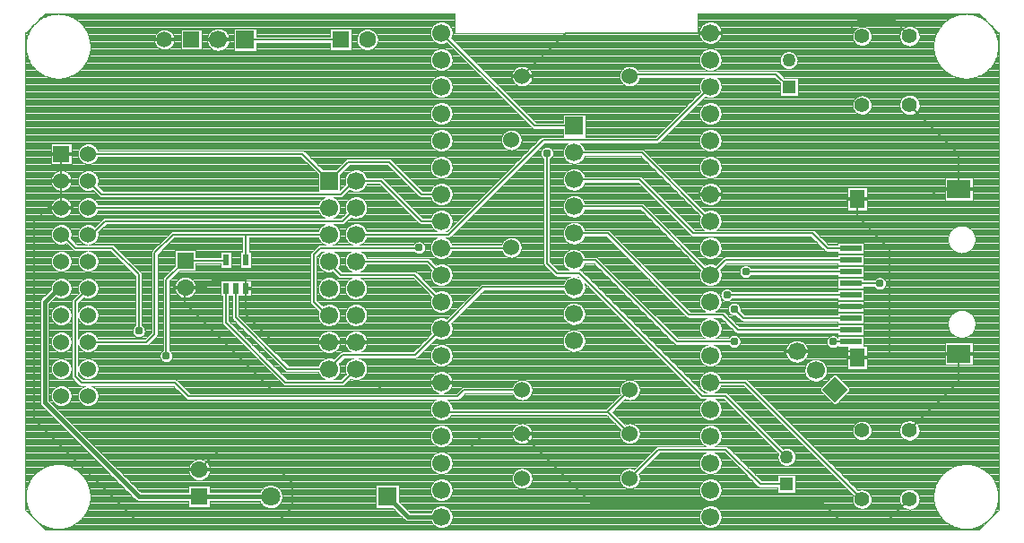
<source format=gbr>
G04 DipTrace 3.3.1.3*
G04 Top.gbr*
%MOIN*%
G04 #@! TF.FileFunction,Copper,L1,Top*
G04 #@! TF.Part,Single*
%AMOUTLINE0*
4,1,4,
0.0,-0.047325,
-0.047325,0.0,
0.0,0.047325,
0.047325,0.0,
0.0,-0.047325,
0*%
G04 #@! TA.AperFunction,Conductor*
%ADD14C,0.007874*%
%ADD15C,0.015748*%
G04 #@! TA.AperFunction,CopperBalancing*
%ADD16C,0.003937*%
%ADD17C,0.012992*%
G04 #@! TA.AperFunction,ComponentPad*
%ADD19R,0.062992X0.062992*%
%ADD20C,0.062992*%
%ADD21R,0.070866X0.070866*%
%ADD22C,0.070866*%
%ADD23C,0.05*%
%ADD24R,0.05X0.05*%
%ADD25R,0.06X0.06*%
%ADD26C,0.06*%
%ADD27R,0.066929X0.066929*%
%ADD28C,0.066929*%
%ADD29R,0.059055X0.059055*%
%ADD30C,0.059055*%
%ADD31C,0.06*%
%ADD32C,0.055118*%
%ADD34R,0.07874X0.023622*%
%ADD35R,0.057087X0.068898*%
%ADD36R,0.088583X0.068898*%
%ADD41R,0.023622X0.043307*%
G04 #@! TA.AperFunction,ViaPad*
%ADD44C,0.031*%
G04 #@! TA.AperFunction,ComponentPad*
%ADD93OUTLINE0*%
%FSLAX26Y26*%
G04*
G70*
G90*
G75*
G01*
G04 Top*
%LPD*%
X3490461Y1337009D2*
D14*
X3598031D1*
Y1336118D1*
X1968701Y2268702D2*
X1969232D1*
X2314909Y1923025D1*
X2461941D1*
X2360963Y1820976D2*
Y1411039D1*
X2397869Y1374134D1*
X2481965D1*
X2938181Y917917D1*
X3024588D1*
X3252075Y690430D1*
X1333661Y543702D2*
D15*
X1068701D1*
X843701D1*
X493701Y893702D1*
Y1268702D1*
X543701Y1318702D1*
X555643D1*
X3259953Y2066876D2*
D14*
X3212852Y2113977D1*
X2675449D1*
X2668701Y2107229D1*
X2461941Y1523025D2*
X2586388D1*
X2889594Y1219819D1*
X3013831D1*
X3069869Y1163781D1*
X3490461D1*
X2461941Y1723025D2*
X2704835D1*
X2905303Y1522556D1*
X3347984D1*
X3403610Y1466930D1*
X3490461D1*
X555643Y1618702D2*
Y1718702D1*
Y1818702D1*
X1241576Y1318702D2*
Y1220826D1*
X1343701Y1118702D1*
X1551316D1*
X1651316D1*
X1016773Y1321851D2*
X1090500D1*
X1120815Y1352166D1*
X1241576D1*
Y1318702D1*
X555643Y1618702D2*
X507567D1*
X455451Y1566586D1*
Y831951D1*
X833091Y454312D1*
X1364925D1*
X1415102Y504489D1*
Y594391D1*
X1365791Y643702D1*
X1068592D1*
X1968701Y968702D2*
X1760861D1*
X1736214Y944055D1*
X1333272D1*
X1013958Y1263368D1*
Y1321851D1*
X1016773D1*
X3709395Y789443D2*
X3892144Y972193D1*
Y1074871D1*
X3514395Y1650178D2*
X3309728D1*
X3291205Y1668702D1*
X2968701D1*
Y2268702D2*
X2429728D1*
X2268701Y2107674D1*
Y2107229D1*
X3892280Y1686489D2*
Y1817473D1*
X3709629Y2000124D1*
X3514395Y1650178D2*
X3778677D1*
X3814988Y1686489D1*
X3892280D1*
X3514395Y1650178D2*
Y1586477D1*
X3635961Y1464912D1*
Y1250395D1*
X3633406D1*
X3490461D1*
X2968701Y2268702D2*
X3473751D1*
X3517589Y2312540D1*
X3653118D1*
X3709629Y2256030D1*
X2268701Y777607D2*
X2126392D1*
X2074083Y725298D1*
X1150297D1*
X1068701Y643702D1*
X3514043Y1061379D2*
X3633406D1*
X3718337D1*
X3731829Y1074871D1*
X3892144D1*
X3633406Y1250395D2*
Y1061379D1*
X2268701Y777607D2*
Y777325D1*
X2527383Y518643D1*
X3386678D1*
X3455673Y449648D1*
X3625505D1*
X3709395Y533538D1*
X3289857Y1083540D2*
Y1064911D1*
X3270149Y1084619D1*
X3514043D1*
Y1061379D1*
X655643Y1318702D2*
X607266Y1270325D1*
Y989761D1*
X630017Y967010D1*
X977833D1*
X1028352Y916492D1*
X2028991D1*
X2052606Y940107D1*
X2268701D1*
X3532230Y789443D2*
X3530562D1*
X2968701Y968702D2*
X3097066D1*
X3532230Y533538D1*
X1968701Y868702D2*
Y858735D1*
X2587328D1*
X2589269Y860676D1*
X2668701Y940107D1*
X2589269Y860676D2*
Y857039D1*
X2668701Y777607D1*
X1204175Y1318702D2*
Y1209563D1*
X1395035Y1018702D1*
X1551316D1*
Y1019480D1*
X1602605Y1070769D1*
X1870768D1*
X1968701Y1168702D1*
X2461941Y1323025D2*
X2123024D1*
X1968701Y1168702D1*
X2461941Y1423025D2*
X2541314D1*
X2843869Y1120470D1*
X3057035D1*
X3424575Y1119311D2*
X3489298D1*
X3490461Y1120473D1*
Y1293702D2*
X3029724D1*
X3057035Y1241288D2*
X3091236Y1207088D1*
X3490461D1*
X2461941Y1823025D2*
X2714378D1*
X2968701Y1568702D1*
X1651316Y1518702D2*
X1995513D1*
X2346724Y1869913D1*
X2769912D1*
X2968701Y2068702D1*
X3490461Y1380316D2*
X3100094D1*
X1968701Y1468702D2*
X2227491D1*
X2228933Y1470144D1*
X1651316Y1418702D2*
X1918701D1*
X1968701Y1368702D1*
X1551316Y1418702D2*
Y1411086D1*
X1593701Y1368702D1*
X1868701D1*
X1968701Y1268702D1*
X655643Y1818702D2*
X1451316D1*
X1551316Y1718702D1*
Y1717634D1*
X1622545Y1788862D1*
X1773541D1*
X1893701Y1668702D1*
X1968701D1*
X1651316Y1718702D2*
X1743701D1*
X1893701Y1568702D1*
X1968701D1*
X1651316Y1718702D2*
X1643701D1*
X1593701Y1668702D1*
X705643D1*
X655643Y1718702D1*
Y1618702D2*
X1551316D1*
X655643Y1518702D2*
X668701D1*
X718701Y1568702D1*
X1601316D1*
X1651316Y1618702D1*
X843339Y1159279D2*
Y1369064D1*
X743701Y1468702D1*
X608707D1*
X558707Y1518702D1*
X555643D1*
X1551316Y1218702D2*
X1543701D1*
X1493701Y1268702D1*
Y1443702D1*
X1517559Y1467560D1*
X1885433D1*
Y1469107D1*
X1166773Y1318702D2*
Y1190618D1*
X1388689Y968702D1*
X1601316D1*
X1651316Y1018702D1*
X2968701Y1368702D2*
X3023622Y1423623D1*
X3490461D1*
X2461941Y1623025D2*
X2714378D1*
X2968701Y1368702D1*
X1239126Y2243380D2*
X1593379D1*
X1593701Y2243702D1*
X1551316Y1518702D2*
X1241576D1*
X971026D1*
X901912Y1449588D1*
Y1148107D1*
X872507Y1118702D1*
X655643D1*
X1241576Y1425001D2*
Y1518702D1*
X1016773Y1421851D2*
X1163623D1*
X1166773Y1425001D1*
X1768701Y543702D2*
D15*
X1843701Y468702D1*
X1968701D1*
X945865Y1066256D2*
D14*
Y1350943D1*
X1016773Y1421851D1*
X3252075Y590430D2*
X3153417D1*
X3025205Y718643D1*
X2776176D1*
X2668701Y611168D1*
D44*
X3424575Y1119311D3*
X2360963Y1820976D3*
X3598031Y1336118D3*
X3057035Y1120470D3*
X3029724Y1293702D3*
X3057035Y1241288D3*
X3100094Y1380316D3*
X1885433Y1469107D3*
X843339Y1159279D3*
X945865Y1066256D3*
X491103Y2337928D2*
D16*
X527955D1*
X559447D2*
X2016336D1*
X2921067D2*
X3902955D1*
X3934447D2*
X3971299D1*
X487296Y2334122D2*
X509708D1*
X577694D2*
X2016336D1*
X2921067D2*
X3884708D1*
X3952694D2*
X3975105D1*
X483490Y2330316D2*
X498666D1*
X588736D2*
X2016336D1*
X2921067D2*
X3873666D1*
X3963736D2*
X3978912D1*
X479684Y2326510D2*
X490131D1*
X597271D2*
X2016336D1*
X2921067D2*
X3865131D1*
X3972271D2*
X3982718D1*
X475877Y2322704D2*
X483025D1*
X604376D2*
X2016336D1*
X2921067D2*
X3858025D1*
X3979376D2*
X3986524D1*
X472079Y2318899D2*
X476889D1*
X610512D2*
X2016336D1*
X2921067D2*
X3851889D1*
X3985512D2*
X3990323D1*
X468272Y2315093D2*
X471476D1*
X615926D2*
X2016336D1*
X2921067D2*
X3846476D1*
X3990926D2*
X3994129D1*
X464466Y2311287D2*
X466642D1*
X620762D2*
X2016336D1*
X2921067D2*
X3841639D1*
X3995762D2*
X3997935D1*
X460660Y2307481D2*
X462257D1*
X625145D2*
X1953321D1*
X1984082D2*
X2016336D1*
X2921067D2*
X2953321D1*
X2984082D2*
X3837256D1*
X4000145D2*
X4001738D1*
X456854Y2303676D2*
X458282D1*
X629121D2*
X1945832D1*
X1991572D2*
X2016336D1*
X2921067D2*
X2945832D1*
X2991572D2*
X3833281D1*
X4004121D2*
X4005549D1*
X453047Y2299870D2*
X454638D1*
X632766D2*
X1940795D1*
X1996608D2*
X2016336D1*
X2921067D2*
X2940795D1*
X2996608D2*
X3829636D1*
X4007766D2*
X4009361D1*
X449241Y2296064D2*
X451299D1*
X636103D2*
X1937004D1*
X2000399D2*
X2016336D1*
X2921067D2*
X2937004D1*
X3000399D2*
X3826299D1*
X4011103D2*
X4013161D1*
X445435Y2292258D2*
X448231D1*
X639171D2*
X1934051D1*
X2003352D2*
X2016336D1*
X2921067D2*
X2934051D1*
X3003352D2*
X3697677D1*
X3721141D2*
X3823231D1*
X4014171D2*
X4016967D1*
X441628Y2288452D2*
X445401D1*
X642001D2*
X1931721D1*
X2005682D2*
X2016336D1*
X2921067D2*
X2931721D1*
X3005682D2*
X3517197D1*
X3547728D2*
X3689718D1*
X3729099D2*
X3820401D1*
X4017001D2*
X4020773D1*
X437822Y2284647D2*
X442802D1*
X644600D2*
X1133678D1*
X1144577D2*
X1197154D1*
X1281095D2*
X1929914D1*
X2007489D2*
X2016336D1*
X2921067D2*
X2929914D1*
X3007489D2*
X3510777D1*
X3554148D2*
X3684413D1*
X3734405D2*
X3817802D1*
X4019600D2*
X4024579D1*
X434016Y2280841D2*
X440403D1*
X646999D2*
X935082D1*
X943166D2*
X1001096D1*
X1077155D2*
X1120698D1*
X1157549D2*
X1197154D1*
X1281095D2*
X1553699D1*
X1633704D2*
X1679545D1*
X1707853D2*
X1928546D1*
X2008857D2*
X2016336D1*
X2921067D2*
X2928546D1*
X3008857D2*
X3506440D1*
X3558485D2*
X3680606D1*
X3738211D2*
X3815403D1*
X4021999D2*
X4028386D1*
X430210Y2277035D2*
X438196D1*
X649206D2*
X921879D1*
X956369D2*
X1001096D1*
X1077155D2*
X1114323D1*
X1163931D2*
X1197154D1*
X1281095D2*
X1553699D1*
X1633704D2*
X1671917D1*
X1715481D2*
X1927577D1*
X2009826D2*
X2016336D1*
X2921067D2*
X2927577D1*
X3009826D2*
X3503241D1*
X3561684D2*
X3677515D1*
X3741302D2*
X3813196D1*
X4024206D2*
X4032192D1*
X426403Y2273229D2*
X436174D1*
X651228D2*
X915804D1*
X962444D2*
X1001096D1*
X1077155D2*
X1109794D1*
X1168460D2*
X1197154D1*
X1281095D2*
X1553699D1*
X1633704D2*
X1666911D1*
X1720495D2*
X1926977D1*
X2010418D2*
X2016336D1*
X2921067D2*
X2926977D1*
X3010418D2*
X3500819D1*
X3564106D2*
X3675570D1*
X3743248D2*
X3811174D1*
X4026228D2*
X4035998D1*
X422597Y2269424D2*
X434320D1*
X653081D2*
X911560D1*
X966688D2*
X1001096D1*
X1077155D2*
X1106326D1*
X1171928D2*
X1197154D1*
X1281095D2*
X1553699D1*
X1633704D2*
X1663190D1*
X1724209D2*
X1926739D1*
X2010665D2*
X2016336D1*
X2921067D2*
X2926739D1*
X3010665D2*
X3499012D1*
X3565913D2*
X3673632D1*
X3745186D2*
X3809320D1*
X4028081D2*
X4039805D1*
X421067Y2265618D2*
X432629D1*
X654773D2*
X908368D1*
X969887D2*
X1001096D1*
X1077155D2*
X1103604D1*
X1174650D2*
X1197154D1*
X1281095D2*
X1553699D1*
X1633704D2*
X1660314D1*
X1727085D2*
X1926846D1*
X2010557D2*
X2926846D1*
X3010557D2*
X3497712D1*
X3567213D2*
X3672486D1*
X3746331D2*
X3807629D1*
X4029773D2*
X4041335D1*
X421067Y2261812D2*
X431091D1*
X656311D2*
X905916D1*
X972333D2*
X1001096D1*
X1077155D2*
X1101466D1*
X1176788D2*
X1197154D1*
X1281095D2*
X1553699D1*
X1633704D2*
X1658084D1*
X1729315D2*
X1927308D1*
X2010096D2*
X2927308D1*
X3010096D2*
X3496874D1*
X3568051D2*
X3671879D1*
X3746939D2*
X3806091D1*
X4031311D2*
X4041335D1*
X421067Y2258006D2*
X429707D1*
X657695D2*
X904055D1*
X974201D2*
X1001096D1*
X1077155D2*
X1099813D1*
X1178433D2*
X1197154D1*
X1281095D2*
X1553699D1*
X1633704D2*
X1656377D1*
X1731029D2*
X1928130D1*
X2009273D2*
X2928130D1*
X3009273D2*
X3496451D1*
X3568474D2*
X3671279D1*
X3747539D2*
X3804707D1*
X4032695D2*
X4041335D1*
X421067Y2254200D2*
X428461D1*
X658941D2*
X902686D1*
X975570D2*
X1001096D1*
X1077155D2*
X1098591D1*
X1179664D2*
X1197154D1*
X1633704D2*
X1655116D1*
X1732283D2*
X1929345D1*
X2008058D2*
X2929345D1*
X3008058D2*
X3496444D1*
X3568482D2*
X3671287D1*
X3747531D2*
X3803461D1*
X4033941D2*
X4041335D1*
X421067Y2250395D2*
X427354D1*
X660048D2*
X901756D1*
X976500D2*
X1001096D1*
X1077155D2*
X1097752D1*
X1180502D2*
X1197154D1*
X1633704D2*
X1654270D1*
X1733129D2*
X1930983D1*
X2006420D2*
X2930983D1*
X3006420D2*
X3496851D1*
X3568082D2*
X3671887D1*
X3746931D2*
X3802354D1*
X4035048D2*
X4041335D1*
X421067Y2246589D2*
X426377D1*
X661024D2*
X901233D1*
X977023D2*
X1001096D1*
X1077155D2*
X1097283D1*
X1180971D2*
X1197154D1*
X1633704D2*
X1653809D1*
X1733598D2*
X1933098D1*
X2008773D2*
X2933098D1*
X3004298D2*
X3497674D1*
X3567251D2*
X3672494D1*
X3746324D2*
X3801377D1*
X4036024D2*
X4041335D1*
X421067Y2242783D2*
X425531D1*
X661870D2*
X901102D1*
X977154D2*
X1001096D1*
X1077155D2*
X1097160D1*
X1181094D2*
X1197154D1*
X1633704D2*
X1653709D1*
X1733690D2*
X1935797D1*
X2012579D2*
X2935797D1*
X3001599D2*
X3498950D1*
X3565975D2*
X3673655D1*
X3745163D2*
X3800531D1*
X4036870D2*
X4041335D1*
X421067Y2238977D2*
X424816D1*
X662585D2*
X901356D1*
X976900D2*
X1001096D1*
X1077155D2*
X1097391D1*
X1180863D2*
X1197154D1*
X1633704D2*
X1653985D1*
X1733421D2*
X1939242D1*
X2016385D2*
X2939242D1*
X2998161D2*
X3500742D1*
X3564183D2*
X3675593D1*
X3743225D2*
X3799816D1*
X4037585D2*
X4041335D1*
X421067Y2235172D2*
X424232D1*
X663170D2*
X902002D1*
X976254D2*
X1001096D1*
X1077155D2*
X1097975D1*
X1180279D2*
X1197154D1*
X1633704D2*
X1654631D1*
X1732775D2*
X1943725D1*
X2020192D2*
X2943725D1*
X2993678D2*
X3503133D1*
X3561792D2*
X3677538D1*
X3741279D2*
X3799232D1*
X4038170D2*
X4041335D1*
X421067Y2231366D2*
X423759D1*
X663639D2*
X903063D1*
X975185D2*
X1001096D1*
X1077155D2*
X1098929D1*
X1179318D2*
X1197154D1*
X1633704D2*
X1655669D1*
X1731729D2*
X1950015D1*
X1987381D2*
X1989138D1*
X2023998D2*
X2950015D1*
X2987381D2*
X3506302D1*
X3558624D2*
X3680645D1*
X3738173D2*
X3798763D1*
X4038639D2*
X4041335D1*
X421067Y2227560D2*
X423421D1*
X663977D2*
X904578D1*
X973670D2*
X1001096D1*
X1077155D2*
X1100282D1*
X1177964D2*
X1197154D1*
X1281095D2*
X1553699D1*
X1633704D2*
X1657138D1*
X1730260D2*
X1962325D1*
X1975078D2*
X1992945D1*
X2027804D2*
X2962325D1*
X2975078D2*
X3510585D1*
X3554348D2*
X3684451D1*
X3734367D2*
X3798424D1*
X4038977D2*
X4041335D1*
X421067Y2223754D2*
X423206D1*
X664200D2*
X906615D1*
X971633D2*
X1001096D1*
X1077155D2*
X1102082D1*
X1176173D2*
X1197154D1*
X1281095D2*
X1553699D1*
X1633704D2*
X1659091D1*
X1728307D2*
X1996751D1*
X2031611D2*
X3516882D1*
X3548043D2*
X3689795D1*
X3729022D2*
X3798201D1*
X4039200D2*
X4041338D1*
X421067Y2219949D2*
X423099D1*
X664300D2*
X909276D1*
X968972D2*
X1001096D1*
X1077155D2*
X1104388D1*
X1173866D2*
X1197154D1*
X1281095D2*
X1553699D1*
X1633704D2*
X1661613D1*
X1725785D2*
X2000557D1*
X2035417D2*
X3697823D1*
X3720987D2*
X3798101D1*
X4039300D2*
X4041333D1*
X421067Y2216143D2*
X423129D1*
X664277D2*
X912759D1*
X965497D2*
X1001096D1*
X1077155D2*
X1107326D1*
X1170928D2*
X1197154D1*
X1281095D2*
X1553699D1*
X1633704D2*
X1664858D1*
X1722540D2*
X2004364D1*
X2039223D2*
X3798125D1*
X4039277D2*
X4041342D1*
X421067Y2212337D2*
X423268D1*
X664139D2*
X917450D1*
X960798D2*
X1001096D1*
X1077155D2*
X1111078D1*
X1167176D2*
X1197154D1*
X1281095D2*
X1553699D1*
X1633704D2*
X1669126D1*
X1718280D2*
X2008162D1*
X2043029D2*
X3798263D1*
X4039139D2*
X4041335D1*
X421067Y2208531D2*
X423529D1*
X663877D2*
X924516D1*
X953739D2*
X1001096D1*
X1077155D2*
X1116061D1*
X1162193D2*
X1197154D1*
X1281095D2*
X1553699D1*
X1633704D2*
X1675093D1*
X1712305D2*
X1956389D1*
X1981014D2*
X2011969D1*
X2046836D2*
X2956389D1*
X2981014D2*
X3798524D1*
X4038877D2*
X4041335D1*
X421067Y2204725D2*
X423913D1*
X663493D2*
X1123428D1*
X1154827D2*
X1197154D1*
X1281095D2*
X1553699D1*
X1633704D2*
X1686274D1*
X1701133D2*
X1947554D1*
X1989849D2*
X2015775D1*
X2050642D2*
X2947554D1*
X2989849D2*
X3798909D1*
X4038493D2*
X4041335D1*
X421067Y2200920D2*
X424416D1*
X662985D2*
X1942033D1*
X1995370D2*
X2019581D1*
X2054448D2*
X2942033D1*
X2995370D2*
X3799416D1*
X4037985D2*
X4041335D1*
X421067Y2197114D2*
X425055D1*
X662347D2*
X1937958D1*
X1999446D2*
X2023388D1*
X2058255D2*
X2937958D1*
X2999446D2*
X3246067D1*
X3273837D2*
X3800055D1*
X4037347D2*
X4041335D1*
X421067Y2193308D2*
X425808D1*
X661593D2*
X1934797D1*
X2002606D2*
X2027194D1*
X2062061D2*
X2934797D1*
X3002606D2*
X3239615D1*
X3280288D2*
X3800808D1*
X4036593D2*
X4041335D1*
X421067Y2189502D2*
X426700D1*
X660701D2*
X1932313D1*
X2005090D2*
X2031000D1*
X2065860D2*
X2932313D1*
X3005090D2*
X3235386D1*
X3284517D2*
X3801700D1*
X4035701D2*
X4041335D1*
X421067Y2185697D2*
X427715D1*
X659686D2*
X1930368D1*
X2007035D2*
X2034806D1*
X2069666D2*
X2930368D1*
X3007035D2*
X3232318D1*
X3287585D2*
X3802715D1*
X4034686D2*
X4041335D1*
X421067Y2181891D2*
X428869D1*
X658533D2*
X1928876D1*
X2008519D2*
X2038613D1*
X2073472D2*
X2928876D1*
X3008519D2*
X3230050D1*
X3289854D2*
X3803869D1*
X4033533D2*
X4041335D1*
X421067Y2178085D2*
X430168D1*
X657233D2*
X1927807D1*
X2009596D2*
X2042419D1*
X2077278D2*
X2927807D1*
X3009596D2*
X3228404D1*
X3291499D2*
X3805168D1*
X4032233D2*
X4041335D1*
X421067Y2174279D2*
X431606D1*
X655796D2*
X1927108D1*
X2010295D2*
X2046225D1*
X2081085D2*
X2927108D1*
X3010295D2*
X3227289D1*
X3292622D2*
X3806606D1*
X4030796D2*
X4041335D1*
X421067Y2170473D2*
X433198D1*
X654204D2*
X1926769D1*
X2010634D2*
X2050032D1*
X2084891D2*
X2926769D1*
X3010634D2*
X3226643D1*
X3293260D2*
X3808198D1*
X4029204D2*
X4041335D1*
X421067Y2166668D2*
X434943D1*
X652458D2*
X1926785D1*
X2010618D2*
X2053838D1*
X2088697D2*
X2926785D1*
X3010618D2*
X3226451D1*
X3293452D2*
X3809943D1*
X4027458D2*
X4041335D1*
X421067Y2162862D2*
X436850D1*
X650551D2*
X1927146D1*
X2010257D2*
X2057644D1*
X2092504D2*
X2927146D1*
X3010257D2*
X3226689D1*
X3293214D2*
X3811850D1*
X4025551D2*
X4041335D1*
X421067Y2159056D2*
X438942D1*
X648460D2*
X1927869D1*
X2009534D2*
X2061450D1*
X2096310D2*
X2927869D1*
X3009534D2*
X3227389D1*
X3292522D2*
X3813942D1*
X4023460D2*
X4041335D1*
X421067Y2155250D2*
X441210D1*
X646191D2*
X1928969D1*
X2008435D2*
X2065249D1*
X2100116D2*
X2928969D1*
X3008435D2*
X3228558D1*
X3291346D2*
X3816210D1*
X4021191D2*
X4041335D1*
X421067Y2151445D2*
X443671D1*
X643731D2*
X1930483D1*
X2006920D2*
X2069055D1*
X2103922D2*
X2930483D1*
X3006920D2*
X3230265D1*
X3289638D2*
X3818671D1*
X4018731D2*
X4041335D1*
X421067Y2147639D2*
X446354D1*
X641047D2*
X1932460D1*
X2004936D2*
X2072862D1*
X2107729D2*
X2932460D1*
X3004936D2*
X3232610D1*
X3287293D2*
X3821354D1*
X4016047D2*
X4041335D1*
X421067Y2143833D2*
X449261D1*
X638141D2*
X1934989D1*
X2002414D2*
X2076668D1*
X2111535D2*
X2257701D1*
X2279704D2*
X2657699D1*
X2679702D2*
X2934989D1*
X3002414D2*
X3235786D1*
X3284125D2*
X3824261D1*
X4013141D2*
X4041335D1*
X421067Y2140027D2*
X452421D1*
X634980D2*
X1938204D1*
X1999200D2*
X2080474D1*
X2115341D2*
X2248897D1*
X2288500D2*
X2648895D1*
X2688507D2*
X2938204D1*
X2999200D2*
X3240184D1*
X3279719D2*
X3827421D1*
X4009980D2*
X4041335D1*
X421067Y2136221D2*
X455859D1*
X631543D2*
X1942356D1*
X1995047D2*
X2084280D1*
X2119148D2*
X2243568D1*
X2293829D2*
X2643574D1*
X2693828D2*
X2942356D1*
X2995047D2*
X3247043D1*
X3272860D2*
X3830859D1*
X4006543D2*
X4041335D1*
X421067Y2132416D2*
X459611D1*
X627791D2*
X1948015D1*
X1989388D2*
X2088087D1*
X2122946D2*
X2239708D1*
X2297697D2*
X2639706D1*
X2697695D2*
X2948015D1*
X2989388D2*
X3834611D1*
X4002791D2*
X4041335D1*
X421067Y2128610D2*
X463725D1*
X623677D2*
X1957304D1*
X1980099D2*
X2091893D1*
X2126752D2*
X2236763D1*
X2300642D2*
X2636761D1*
X2700641D2*
X2957304D1*
X2980099D2*
X3838725D1*
X3998677D2*
X4041335D1*
X421067Y2124804D2*
X468246D1*
X619155D2*
X2095699D1*
X2130559D2*
X2234494D1*
X2302910D2*
X2634493D1*
X3218526D2*
X3843246D1*
X3994155D2*
X4041335D1*
X421067Y2120998D2*
X473275D1*
X614126D2*
X2099506D1*
X2134365D2*
X2232772D1*
X2304633D2*
X2632770D1*
X3223263D2*
X3848275D1*
X3989126D2*
X4041335D1*
X421067Y2117193D2*
X478912D1*
X608490D2*
X2103312D1*
X2138171D2*
X2231526D1*
X2305879D2*
X2631525D1*
X3227069D2*
X3853912D1*
X3983490D2*
X4041335D1*
X421067Y2113387D2*
X485348D1*
X602054D2*
X2107118D1*
X2141978D2*
X2230696D1*
X2306701D2*
X2630694D1*
X3230876D2*
X3860348D1*
X3977054D2*
X4041335D1*
X421067Y2109581D2*
X492876D1*
X594526D2*
X1960734D1*
X1976669D2*
X2110924D1*
X2145784D2*
X2230273D1*
X2307132D2*
X2630271D1*
X3234682D2*
X3867876D1*
X3969526D2*
X4041335D1*
X421067Y2105775D2*
X502103D1*
X585299D2*
X1949492D1*
X1987911D2*
X2114731D1*
X2149590D2*
X2230227D1*
X2307178D2*
X2630225D1*
X3238488D2*
X3877103D1*
X3960299D2*
X4041335D1*
X421067Y2101970D2*
X514598D1*
X572803D2*
X1943371D1*
X1994032D2*
X2118537D1*
X2153396D2*
X2230565D1*
X2306840D2*
X2630563D1*
X3242294D2*
X3889598D1*
X3947803D2*
X4041335D1*
X421067Y2098164D2*
X1938973D1*
X1998431D2*
X2122336D1*
X2157203D2*
X2231288D1*
X2306109D2*
X2631294D1*
X2706108D2*
X2938973D1*
X2998431D2*
X3211234D1*
X3293460D2*
X4041335D1*
X421067Y2094358D2*
X1935589D1*
X2001806D2*
X2126142D1*
X2161009D2*
X2232433D1*
X2304964D2*
X2632440D1*
X2704962D2*
X2935589D1*
X3001806D2*
X3215040D1*
X3293460D2*
X4041335D1*
X421067Y2090552D2*
X1932936D1*
X2004467D2*
X2129948D1*
X2164815D2*
X2234041D1*
X2303364D2*
X2634039D1*
X2703363D2*
X2932936D1*
X3004467D2*
X3218846D1*
X3293460D2*
X4041335D1*
X421067Y2086746D2*
X1930852D1*
X2006551D2*
X2133754D1*
X2168622D2*
X2236170D1*
X2301234D2*
X2636169D1*
X2701233D2*
X2930852D1*
X3006551D2*
X3222652D1*
X3293460D2*
X4041335D1*
X421067Y2082941D2*
X1929245D1*
X2008158D2*
X2137561D1*
X2172428D2*
X2238939D1*
X2298458D2*
X2638937D1*
X2698464D2*
X2929245D1*
X3008158D2*
X3226451D1*
X3293460D2*
X4041335D1*
X421067Y2079135D2*
X1928061D1*
X2009342D2*
X2141367D1*
X2176234D2*
X2242553D1*
X2294844D2*
X2642559D1*
X2694843D2*
X2928061D1*
X3009342D2*
X3226451D1*
X3293460D2*
X4041335D1*
X421067Y2075329D2*
X1927261D1*
X2010134D2*
X2145173D1*
X2180033D2*
X2247459D1*
X2289946D2*
X2647457D1*
X2689944D2*
X2927261D1*
X3010134D2*
X3226451D1*
X3293460D2*
X4041335D1*
X421067Y2071523D2*
X1926831D1*
X2010572D2*
X2148980D1*
X2183839D2*
X2254987D1*
X2282418D2*
X2654985D1*
X2682416D2*
X2926831D1*
X3010572D2*
X3226451D1*
X3293460D2*
X4041335D1*
X421067Y2067718D2*
X1926746D1*
X2010657D2*
X2152786D1*
X2187645D2*
X2926746D1*
X3010657D2*
X3226451D1*
X3293460D2*
X4041335D1*
X421067Y2063912D2*
X1927008D1*
X2010395D2*
X2156592D1*
X2191452D2*
X2927008D1*
X3010395D2*
X3226451D1*
X3293460D2*
X4041335D1*
X421067Y2060106D2*
X1927631D1*
X2009773D2*
X2160398D1*
X2195258D2*
X2927631D1*
X3009773D2*
X3226451D1*
X3293460D2*
X4041335D1*
X421067Y2056300D2*
X1928623D1*
X2008773D2*
X2164205D1*
X2199064D2*
X2928623D1*
X3008773D2*
X3226451D1*
X3293460D2*
X4041335D1*
X421067Y2052494D2*
X1930022D1*
X2007381D2*
X2168011D1*
X2202870D2*
X2930022D1*
X3007381D2*
X3226451D1*
X3293460D2*
X4041335D1*
X421067Y2048689D2*
X1931867D1*
X2005536D2*
X2171817D1*
X2206677D2*
X2931260D1*
X3005536D2*
X3226451D1*
X3293460D2*
X4041335D1*
X421067Y2044883D2*
X1934228D1*
X2003167D2*
X2175624D1*
X2210483D2*
X2927454D1*
X3003167D2*
X3226451D1*
X3293460D2*
X4041335D1*
X421067Y2041077D2*
X1937235D1*
X2000161D2*
X2179422D1*
X2214289D2*
X2923647D1*
X3000161D2*
X3226451D1*
X3293460D2*
X4041335D1*
X421067Y2037271D2*
X1941095D1*
X1996308D2*
X2183229D1*
X2218096D2*
X2919841D1*
X2996308D2*
X3226451D1*
X3293460D2*
X3702214D1*
X3716596D2*
X4041335D1*
X421067Y2033466D2*
X1946239D1*
X1991156D2*
X2187035D1*
X2221902D2*
X2916035D1*
X2991156D2*
X3519397D1*
X3545529D2*
X3691333D1*
X3727484D2*
X4041335D1*
X421067Y2029660D2*
X1954021D1*
X1983382D2*
X2190841D1*
X2225708D2*
X2912229D1*
X2947088D2*
X2954021D1*
X2983382D2*
X3512069D1*
X3552857D2*
X3685235D1*
X3733582D2*
X4041335D1*
X421067Y2025854D2*
X2194647D1*
X2229514D2*
X2908422D1*
X2943282D2*
X3507363D1*
X3557563D2*
X3681429D1*
X3737389D2*
X4041335D1*
X421067Y2022048D2*
X2198454D1*
X2233321D2*
X2904616D1*
X2939475D2*
X3503933D1*
X3560992D2*
X3678007D1*
X3740803D2*
X4041335D1*
X421067Y2018242D2*
X2202260D1*
X2237119D2*
X2900810D1*
X2935669D2*
X3501342D1*
X3563583D2*
X3675985D1*
X3742825D2*
X4041335D1*
X421067Y2014437D2*
X2206066D1*
X2240926D2*
X2897003D1*
X2931871D2*
X3499396D1*
X3565529D2*
X3674047D1*
X3744770D2*
X4041335D1*
X421067Y2010631D2*
X2209873D1*
X2244732D2*
X2893197D1*
X2928064D2*
X3497982D1*
X3566944D2*
X3672625D1*
X3746185D2*
X4041335D1*
X421067Y2006825D2*
X1951722D1*
X1985681D2*
X2213679D1*
X2248538D2*
X2889391D1*
X2924258D2*
X2951722D1*
X2985681D2*
X3497036D1*
X3567890D2*
X3672010D1*
X3746808D2*
X4041335D1*
X421067Y2003019D2*
X1944840D1*
X1992564D2*
X2217485D1*
X2252345D2*
X2885585D1*
X2920452D2*
X2944840D1*
X2992564D2*
X3496521D1*
X3568405D2*
X3671410D1*
X3747408D2*
X4041335D1*
X421067Y1999214D2*
X1940064D1*
X1997331D2*
X2221291D1*
X2256151D2*
X2881778D1*
X2916645D2*
X2940064D1*
X2997331D2*
X3496413D1*
X3568512D2*
X3671187D1*
X3747631D2*
X4041335D1*
X421067Y1995408D2*
X1936443D1*
X2000960D2*
X2225098D1*
X2259957D2*
X2877972D1*
X2912839D2*
X2936443D1*
X3000960D2*
X3496713D1*
X3568213D2*
X3671756D1*
X3747062D2*
X4041335D1*
X421067Y1991602D2*
X1933605D1*
X2003790D2*
X2228904D1*
X2263763D2*
X2874173D1*
X2909033D2*
X2933605D1*
X3003790D2*
X3497436D1*
X3567490D2*
X3672363D1*
X3746454D2*
X4041335D1*
X421067Y1987796D2*
X1931375D1*
X2006028D2*
X2232710D1*
X2267570D2*
X2870367D1*
X2905227D2*
X2931375D1*
X3006028D2*
X3498597D1*
X3566329D2*
X3673286D1*
X3745524D2*
X4041335D1*
X421067Y1983991D2*
X1929645D1*
X2007758D2*
X2236509D1*
X2271376D2*
X2866561D1*
X2901420D2*
X2929645D1*
X3007758D2*
X3500258D1*
X3564668D2*
X3675170D1*
X3743648D2*
X4041335D1*
X421067Y1980185D2*
X1928346D1*
X2009050D2*
X2240315D1*
X2275182D2*
X2862755D1*
X2897614D2*
X2928346D1*
X3009050D2*
X3502495D1*
X3562430D2*
X3677108D1*
X3741710D2*
X4041335D1*
X421067Y1976379D2*
X1927446D1*
X2009957D2*
X2244121D1*
X2278989D2*
X2858948D1*
X2893808D2*
X2927446D1*
X3009957D2*
X3505456D1*
X3559477D2*
X3679822D1*
X3738996D2*
X4041335D1*
X421067Y1972573D2*
X1926915D1*
X2010488D2*
X2247928D1*
X2282795D2*
X2855142D1*
X2890001D2*
X2926915D1*
X3010488D2*
X3509416D1*
X3555510D2*
X3683628D1*
X3735189D2*
X4041335D1*
X421067Y1968767D2*
X1926731D1*
X2010672D2*
X2251734D1*
X2286601D2*
X2851336D1*
X2886195D2*
X2926731D1*
X3010672D2*
X3515068D1*
X3549858D2*
X3688188D1*
X3730629D2*
X4041335D1*
X421067Y1964962D2*
X1926900D1*
X2010503D2*
X2255540D1*
X2290407D2*
X2847529D1*
X2882389D2*
X2926900D1*
X3010503D2*
X3526079D1*
X3538846D2*
X3695655D1*
X3723163D2*
X4041335D1*
X421067Y1961156D2*
X1927423D1*
X2009980D2*
X2259347D1*
X2294206D2*
X2419972D1*
X2503913D2*
X2843723D1*
X2878583D2*
X2927423D1*
X3009980D2*
X4041335D1*
X421067Y1957350D2*
X1928315D1*
X2009088D2*
X2263153D1*
X2298012D2*
X2419972D1*
X2503913D2*
X2839917D1*
X2874784D2*
X2928315D1*
X3009088D2*
X4041335D1*
X421067Y1953544D2*
X1929591D1*
X2007804D2*
X2266959D1*
X2301819D2*
X2419972D1*
X2503913D2*
X2836111D1*
X2870978D2*
X2929591D1*
X3007804D2*
X4041335D1*
X421067Y1949739D2*
X1931306D1*
X2006089D2*
X2270765D1*
X2305625D2*
X2419972D1*
X2503913D2*
X2832304D1*
X2867171D2*
X2931306D1*
X3006089D2*
X4041335D1*
X421067Y1945933D2*
X1933521D1*
X2003882D2*
X2274572D1*
X2309431D2*
X2419972D1*
X2503913D2*
X2828498D1*
X2863365D2*
X2933521D1*
X3003882D2*
X4041335D1*
X421067Y1942127D2*
X1936335D1*
X2001068D2*
X2278378D1*
X2313237D2*
X2419972D1*
X2503913D2*
X2824692D1*
X2859559D2*
X2936335D1*
X3001068D2*
X4041335D1*
X421067Y1938321D2*
X1939926D1*
X1997477D2*
X2282184D1*
X2317044D2*
X2419972D1*
X2503913D2*
X2820885D1*
X2855752D2*
X2939926D1*
X2997477D2*
X4041335D1*
X421067Y1934515D2*
X1944647D1*
X1992756D2*
X2285991D1*
X2503913D2*
X2817087D1*
X2851946D2*
X2944647D1*
X2992756D2*
X4041335D1*
X421067Y1930710D2*
X1951422D1*
X1985981D2*
X2289797D1*
X2503913D2*
X2813280D1*
X2848140D2*
X2951422D1*
X2985981D2*
X4041335D1*
X421067Y1926904D2*
X2293595D1*
X2503913D2*
X2809474D1*
X2844334D2*
X4041335D1*
X421067Y1923098D2*
X2297402D1*
X2503913D2*
X2805668D1*
X2840527D2*
X4041335D1*
X421067Y1919292D2*
X2301208D1*
X2503913D2*
X2801862D1*
X2836721D2*
X4041335D1*
X421067Y1915487D2*
X2305014D1*
X2503913D2*
X2798055D1*
X2832915D2*
X4041335D1*
X421067Y1911681D2*
X2310458D1*
X2503913D2*
X2794249D1*
X2829108D2*
X4041335D1*
X421067Y1907875D2*
X1954382D1*
X1983021D2*
X2223175D1*
X2234689D2*
X2419972D1*
X2503913D2*
X2790443D1*
X2825302D2*
X2954382D1*
X2983021D2*
X4041335D1*
X421067Y1904069D2*
X1946454D1*
X1990949D2*
X2211180D1*
X2246693D2*
X2419972D1*
X2503913D2*
X2786636D1*
X2821496D2*
X2946454D1*
X2990949D2*
X4041335D1*
X421067Y1900263D2*
X1941249D1*
X1996154D2*
X2205190D1*
X2252675D2*
X2419972D1*
X2503913D2*
X2782830D1*
X2817697D2*
X2941249D1*
X2996154D2*
X4041335D1*
X421067Y1896458D2*
X1937358D1*
X2000045D2*
X2200968D1*
X2256897D2*
X2419972D1*
X2503913D2*
X2779024D1*
X2813891D2*
X2937358D1*
X3000045D2*
X4041335D1*
X421067Y1892652D2*
X1934320D1*
X2003075D2*
X2197785D1*
X2260080D2*
X2419972D1*
X2503913D2*
X2775218D1*
X2810085D2*
X2934320D1*
X3003075D2*
X4041335D1*
X421067Y1888846D2*
X1931937D1*
X2005466D2*
X2195332D1*
X2262533D2*
X2419972D1*
X2503913D2*
X2771411D1*
X2806278D2*
X2931937D1*
X3005466D2*
X4041335D1*
X421067Y1885040D2*
X1930076D1*
X2007327D2*
X2193463D1*
X2264402D2*
X2419972D1*
X2503913D2*
X2767605D1*
X2802472D2*
X2930076D1*
X3007327D2*
X4041335D1*
X421067Y1881235D2*
X1928669D1*
X2008734D2*
X2192079D1*
X2265786D2*
X2342216D1*
X2798666D2*
X2928669D1*
X3008734D2*
X4041335D1*
X421067Y1877429D2*
X1927661D1*
X2009742D2*
X2191133D1*
X2266732D2*
X2336810D1*
X2794860D2*
X2927661D1*
X3009742D2*
X4041335D1*
X421067Y1873623D2*
X1927023D1*
X2010380D2*
X2190587D1*
X2267277D2*
X2333004D1*
X2791053D2*
X2927023D1*
X3010380D2*
X4041335D1*
X421067Y1869817D2*
X1926746D1*
X2010657D2*
X2190434D1*
X2267439D2*
X2329198D1*
X2787247D2*
X2926746D1*
X3010657D2*
X4041335D1*
X421067Y1866012D2*
X1926823D1*
X2010580D2*
X2190657D1*
X2267216D2*
X2325391D1*
X2783441D2*
X2926823D1*
X3010580D2*
X4041335D1*
X421067Y1862206D2*
X1927246D1*
X2010157D2*
X2191264D1*
X2266601D2*
X2321585D1*
X2779634D2*
X2927246D1*
X3010157D2*
X4041335D1*
X421067Y1858400D2*
X1928030D1*
X2009373D2*
X2192287D1*
X2265586D2*
X2317779D1*
X2773852D2*
X2928030D1*
X3009373D2*
X4041335D1*
X421067Y1854594D2*
X517136D1*
X594149D2*
X642436D1*
X668845D2*
X1929199D1*
X2008204D2*
X2193748D1*
X2264117D2*
X2313973D1*
X2348840D2*
X2434497D1*
X2489388D2*
X2929199D1*
X3008204D2*
X4041335D1*
X421067Y1850788D2*
X517136D1*
X594149D2*
X634685D1*
X676603D2*
X1930791D1*
X2006612D2*
X2195709D1*
X2262156D2*
X2310166D1*
X2345033D2*
X2430599D1*
X2493279D2*
X2930791D1*
X3006612D2*
X4041335D1*
X421067Y1846983D2*
X517136D1*
X594149D2*
X629702D1*
X681586D2*
X1932859D1*
X2004544D2*
X2198277D1*
X2259588D2*
X2306360D1*
X2341227D2*
X2427569D1*
X2496316D2*
X2932859D1*
X3004544D2*
X4041335D1*
X421067Y1843177D2*
X517136D1*
X594149D2*
X626034D1*
X685246D2*
X1935489D1*
X2001914D2*
X2201614D1*
X2256258D2*
X2302554D1*
X2337421D2*
X2352535D1*
X2369394D2*
X2425185D1*
X2498700D2*
X2935489D1*
X3001914D2*
X4041335D1*
X421067Y1839371D2*
X517136D1*
X594149D2*
X623228D1*
X688053D2*
X1938842D1*
X1998561D2*
X2206059D1*
X2251806D2*
X2298755D1*
X2333615D2*
X2345768D1*
X2376160D2*
X2423324D1*
X2500561D2*
X2938842D1*
X2998561D2*
X4041335D1*
X421067Y1835565D2*
X517136D1*
X594149D2*
X621075D1*
X690214D2*
X1943202D1*
X1994201D2*
X2212518D1*
X2245347D2*
X2294949D1*
X2329808D2*
X2342008D1*
X2379920D2*
X2421910D1*
X2501975D2*
X2943202D1*
X2994201D2*
X4041335D1*
X421067Y1831760D2*
X517136D1*
X594149D2*
X619444D1*
X691844D2*
X1949238D1*
X1988165D2*
X2291143D1*
X2326002D2*
X2339563D1*
X2382358D2*
X2420902D1*
X2723071D2*
X2949238D1*
X2988165D2*
X4041335D1*
X421067Y1827954D2*
X517136D1*
X594149D2*
X618276D1*
X1459430D2*
X1960057D1*
X1977346D2*
X2287336D1*
X2322196D2*
X2338018D1*
X2383911D2*
X2420264D1*
X2726877D2*
X2960057D1*
X2977346D2*
X4041335D1*
X421067Y1824148D2*
X517136D1*
X594149D2*
X617530D1*
X1463305D2*
X2283530D1*
X2318389D2*
X2337172D1*
X2384749D2*
X2419987D1*
X2730683D2*
X4041335D1*
X421067Y1820342D2*
X517136D1*
X594149D2*
X617176D1*
X1467104D2*
X2279724D1*
X2314583D2*
X2336964D1*
X2384957D2*
X2420056D1*
X2734490D2*
X4041335D1*
X421067Y1816536D2*
X517136D1*
X594149D2*
X617199D1*
X1470910D2*
X2275917D1*
X2310777D2*
X2337379D1*
X2384550D2*
X2420479D1*
X2738296D2*
X4041335D1*
X421067Y1812731D2*
X517136D1*
X594149D2*
X617607D1*
X1474716D2*
X2272111D1*
X2306971D2*
X2338448D1*
X2383481D2*
X2421264D1*
X2742102D2*
X4041335D1*
X421067Y1808925D2*
X517136D1*
X594149D2*
X618414D1*
X1478523D2*
X1957789D1*
X1979607D2*
X2268305D1*
X2303164D2*
X2340263D1*
X2381658D2*
X2422440D1*
X2501445D2*
X2711049D1*
X2745908D2*
X2957789D1*
X2979607D2*
X4041335D1*
X421067Y1805119D2*
X517136D1*
X594149D2*
X619644D1*
X691644D2*
X1447469D1*
X1482329D2*
X1948254D1*
X1989149D2*
X2264498D1*
X2299358D2*
X2343077D1*
X2378852D2*
X2424024D1*
X2499853D2*
X2714855D1*
X2749715D2*
X2948254D1*
X2989149D2*
X4041335D1*
X421067Y1801313D2*
X517136D1*
X594149D2*
X621336D1*
X689952D2*
X1451276D1*
X1486135D2*
X1942517D1*
X1994878D2*
X2260692D1*
X2295559D2*
X2347499D1*
X2374430D2*
X2426093D1*
X2497792D2*
X2718662D1*
X2753521D2*
X2942517D1*
X2994878D2*
X4041335D1*
X421067Y1797508D2*
X517136D1*
X594149D2*
X623574D1*
X687707D2*
X1455082D1*
X1489941D2*
X1613762D1*
X1782326D2*
X1938327D1*
X1999076D2*
X2256886D1*
X2291753D2*
X2348521D1*
X2373408D2*
X2428722D1*
X2495155D2*
X2722460D1*
X2757327D2*
X2938327D1*
X2999076D2*
X4041335D1*
X421067Y1793702D2*
X517136D1*
X594149D2*
X626488D1*
X684800D2*
X1458888D1*
X1493748D2*
X1609956D1*
X1786132D2*
X1935089D1*
X2002314D2*
X2253080D1*
X2287947D2*
X2348521D1*
X2373408D2*
X2432075D1*
X2491810D2*
X2726266D1*
X2761134D2*
X2935089D1*
X3002314D2*
X4041335D1*
X421067Y1789896D2*
X517136D1*
X594149D2*
X630294D1*
X680986D2*
X1462695D1*
X1497554D2*
X1606149D1*
X1789938D2*
X1932536D1*
X2004859D2*
X2249273D1*
X2284140D2*
X2348521D1*
X2373408D2*
X2436427D1*
X2487450D2*
X2730073D1*
X2764940D2*
X2932536D1*
X3004859D2*
X4041335D1*
X421067Y1786090D2*
X517136D1*
X594149D2*
X635531D1*
X675757D2*
X1466493D1*
X1501360D2*
X1602343D1*
X1793745D2*
X1930545D1*
X2006858D2*
X2245467D1*
X2280334D2*
X2348521D1*
X2373408D2*
X2442464D1*
X2481421D2*
X2733879D1*
X2768746D2*
X2930545D1*
X3006858D2*
X4041335D1*
X421067Y1782284D2*
X517136D1*
X594149D2*
X644020D1*
X667268D2*
X1470299D1*
X1505167D2*
X1598537D1*
X1797551D2*
X1929015D1*
X2008388D2*
X2241668D1*
X2276528D2*
X2348521D1*
X2373408D2*
X2453260D1*
X2470625D2*
X2737685D1*
X2772552D2*
X2929015D1*
X3008388D2*
X4041335D1*
X421067Y1778479D2*
X1474106D1*
X1508973D2*
X1594730D1*
X1801357D2*
X1927900D1*
X2009503D2*
X2237862D1*
X2272722D2*
X2348521D1*
X2373408D2*
X2741492D1*
X2776359D2*
X2927900D1*
X3009503D2*
X4041335D1*
X421067Y1774673D2*
X1477912D1*
X1512779D2*
X1590924D1*
X1625784D2*
X1770296D1*
X1805163D2*
X1927162D1*
X2010242D2*
X2234056D1*
X2268915D2*
X2348521D1*
X2373408D2*
X2745298D1*
X2780157D2*
X2927162D1*
X3010242D2*
X4041335D1*
X421067Y1770867D2*
X1481718D1*
X1516585D2*
X1587118D1*
X1621977D2*
X1774103D1*
X1808970D2*
X1926792D1*
X2010611D2*
X2230250D1*
X2265109D2*
X2348521D1*
X2373408D2*
X2749104D1*
X2783964D2*
X2926792D1*
X3010611D2*
X4041335D1*
X421067Y1767061D2*
X1485525D1*
X1520392D2*
X1583312D1*
X1618179D2*
X1777909D1*
X1812776D2*
X1926762D1*
X2010634D2*
X2226443D1*
X2261303D2*
X2348521D1*
X2373408D2*
X2752910D1*
X2787770D2*
X2926762D1*
X3010634D2*
X4041335D1*
X421067Y1763256D2*
X1489331D1*
X1524190D2*
X1579505D1*
X1614372D2*
X1781715D1*
X1816575D2*
X1927092D1*
X2010311D2*
X2222637D1*
X2257496D2*
X2348521D1*
X2373408D2*
X2451060D1*
X2472817D2*
X2756717D1*
X2791576D2*
X2927092D1*
X3010311D2*
X4041335D1*
X421067Y1759450D2*
X1493137D1*
X1610566D2*
X1642674D1*
X1659963D2*
X1785521D1*
X1820381D2*
X1927777D1*
X2009626D2*
X2218831D1*
X2253690D2*
X2348521D1*
X2373408D2*
X2441502D1*
X2482375D2*
X2760523D1*
X2795382D2*
X2927777D1*
X3009626D2*
X4041335D1*
X421067Y1755644D2*
X545887D1*
X565398D2*
X645888D1*
X665400D2*
X1496943D1*
X1606760D2*
X1631847D1*
X1670782D2*
X1789328D1*
X1824187D2*
X1928838D1*
X2008565D2*
X2215024D1*
X2249884D2*
X2348521D1*
X2373408D2*
X2435774D1*
X2488111D2*
X2764329D1*
X2799189D2*
X2928838D1*
X3008565D2*
X4041335D1*
X421067Y1751838D2*
X536421D1*
X574864D2*
X636423D1*
X674858D2*
X1500750D1*
X1602954D2*
X1625811D1*
X1676819D2*
X1793134D1*
X1827994D2*
X1930307D1*
X2007097D2*
X2211218D1*
X2246078D2*
X2348521D1*
X2373408D2*
X2431575D1*
X2492302D2*
X2768136D1*
X2802995D2*
X2930307D1*
X3007097D2*
X4041335D1*
X421067Y1748033D2*
X530916D1*
X580370D2*
X630917D1*
X680371D2*
X1504556D1*
X1599147D2*
X1621459D1*
X1681178D2*
X1796940D1*
X1831800D2*
X1932237D1*
X2005167D2*
X2207412D1*
X2242271D2*
X2348521D1*
X2373408D2*
X2428338D1*
X2495547D2*
X2771942D1*
X2806801D2*
X2932237D1*
X3005167D2*
X4041335D1*
X421067Y1744227D2*
X526948D1*
X584337D2*
X626949D1*
X684339D2*
X1508362D1*
X1595341D2*
X1618106D1*
X1684523D2*
X1800747D1*
X1835606D2*
X1934697D1*
X2002698D2*
X2203606D1*
X2238473D2*
X2348521D1*
X2373408D2*
X2425785D1*
X2498100D2*
X2775748D1*
X2810608D2*
X2934697D1*
X3002698D2*
X4041335D1*
X421067Y1740421D2*
X523933D1*
X587352D2*
X623935D1*
X687353D2*
X1509347D1*
X1593288D2*
X1615469D1*
X1687161D2*
X1804553D1*
X1839412D2*
X1937834D1*
X1999569D2*
X2199799D1*
X2234666D2*
X2348521D1*
X2373408D2*
X2423786D1*
X2500092D2*
X2779547D1*
X2814414D2*
X2937834D1*
X2999569D2*
X4041335D1*
X421067Y1736615D2*
X521611D1*
X589674D2*
X621613D1*
X689675D2*
X1509347D1*
X1593288D2*
X1613408D1*
X1689229D2*
X1808359D1*
X1843219D2*
X1941871D1*
X1995532D2*
X2195993D1*
X2230860D2*
X2348521D1*
X2373408D2*
X2422256D1*
X2501622D2*
X2783353D1*
X2818220D2*
X2941871D1*
X2995532D2*
X4041335D1*
X421067Y1732809D2*
X519843D1*
X591442D2*
X619844D1*
X691436D2*
X1509347D1*
X1593288D2*
X1611816D1*
X1690821D2*
X1812166D1*
X1847025D2*
X1947323D1*
X1990072D2*
X2192187D1*
X2227054D2*
X2348521D1*
X2373408D2*
X2421141D1*
X2712259D2*
X2787159D1*
X2822026D2*
X2947323D1*
X2990072D2*
X4041335D1*
X421067Y1729004D2*
X518559D1*
X592727D2*
X618560D1*
X692728D2*
X1509347D1*
X1593288D2*
X1610648D1*
X1750338D2*
X1815964D1*
X1850831D2*
X1955959D1*
X1981445D2*
X2188380D1*
X2223248D2*
X2348521D1*
X2373408D2*
X2420402D1*
X2716289D2*
X2790966D1*
X2825833D2*
X2955959D1*
X2981445D2*
X3839486D1*
X3945073D2*
X4041335D1*
X421067Y1725198D2*
X517697D1*
X593588D2*
X617699D1*
X693589D2*
X1509347D1*
X1593288D2*
X1609856D1*
X1754636D2*
X1819770D1*
X1854638D2*
X2184582D1*
X2219441D2*
X2348521D1*
X2373408D2*
X2420026D1*
X2720095D2*
X2794772D1*
X2829639D2*
X3839486D1*
X3945073D2*
X4041335D1*
X421067Y1721392D2*
X517236D1*
X594049D2*
X617237D1*
X694051D2*
X1509347D1*
X1593288D2*
X1609433D1*
X1758442D2*
X1823577D1*
X1858444D2*
X2180776D1*
X2215635D2*
X2348521D1*
X2373408D2*
X2420003D1*
X2723901D2*
X2798578D1*
X2833445D2*
X3839486D1*
X3945073D2*
X4041335D1*
X421067Y1717586D2*
X517159D1*
X594134D2*
X617153D1*
X694128D2*
X1509347D1*
X1593288D2*
X1609363D1*
X1762249D2*
X1827383D1*
X1862250D2*
X2176969D1*
X2211829D2*
X2348521D1*
X2373408D2*
X2420333D1*
X2727707D2*
X2802385D1*
X2837244D2*
X3839486D1*
X3945073D2*
X4041335D1*
X421067Y1713781D2*
X517459D1*
X593826D2*
X617460D1*
X693828D2*
X1509347D1*
X1593288D2*
X1609640D1*
X1766055D2*
X1831189D1*
X1866056D2*
X2173163D1*
X2208022D2*
X2348521D1*
X2373408D2*
X2421010D1*
X2731506D2*
X2806191D1*
X2841050D2*
X3839486D1*
X3945073D2*
X4041335D1*
X421067Y1709975D2*
X518151D1*
X593134D2*
X618153D1*
X693136D2*
X1509347D1*
X1593288D2*
X1610271D1*
X1769861D2*
X1834996D1*
X1869863D2*
X1963310D1*
X1974093D2*
X2169357D1*
X2204216D2*
X2348521D1*
X2373408D2*
X2422071D1*
X2501806D2*
X2700453D1*
X2735312D2*
X2809997D1*
X2844857D2*
X2963310D1*
X2974093D2*
X3839486D1*
X3945073D2*
X4041335D1*
X421067Y1706169D2*
X519258D1*
X592027D2*
X619260D1*
X692028D2*
X1509347D1*
X1593288D2*
X1611278D1*
X1691352D2*
X1738800D1*
X1773667D2*
X1838802D1*
X1873661D2*
X1950291D1*
X1987112D2*
X2165550D1*
X2200410D2*
X2348521D1*
X2373408D2*
X2423540D1*
X2500338D2*
X2704259D1*
X2739119D2*
X2813803D1*
X2848663D2*
X2950291D1*
X2987112D2*
X3839486D1*
X3945073D2*
X4041335D1*
X421067Y1702363D2*
X520819D1*
X590466D2*
X620821D1*
X690467D2*
X1509347D1*
X1593288D2*
X1609932D1*
X1689937D2*
X1742607D1*
X1777474D2*
X1842608D1*
X1877468D2*
X1943909D1*
X1993494D2*
X2161744D1*
X2196604D2*
X2348521D1*
X2373408D2*
X2425470D1*
X2498415D2*
X2708065D1*
X2742925D2*
X2817610D1*
X2852469D2*
X2943909D1*
X2993494D2*
X3839486D1*
X3945073D2*
X4041335D1*
X421067Y1698557D2*
X522895D1*
X588390D2*
X622897D1*
X693220D2*
X1509347D1*
X1593288D2*
X1606126D1*
X1688076D2*
X1746413D1*
X1781280D2*
X1846414D1*
X1881274D2*
X1939372D1*
X1998031D2*
X2157938D1*
X2192797D2*
X2348521D1*
X2373408D2*
X2427938D1*
X2495947D2*
X2711872D1*
X2746731D2*
X2821416D1*
X2856275D2*
X2939372D1*
X2998031D2*
X3839486D1*
X3945073D2*
X4041335D1*
X421067Y1694752D2*
X525602D1*
X585683D2*
X625604D1*
X697026D2*
X1509347D1*
X1593288D2*
X1602320D1*
X1685692D2*
X1750219D1*
X1785079D2*
X1850221D1*
X1885080D2*
X1935904D1*
X2001499D2*
X2154132D1*
X2188991D2*
X2348521D1*
X2373408D2*
X2431068D1*
X2492817D2*
X2715678D1*
X2750537D2*
X2825222D1*
X2860082D2*
X2935904D1*
X3001499D2*
X3839486D1*
X3945073D2*
X4041335D1*
X421067Y1690946D2*
X529132D1*
X582154D2*
X629133D1*
X700833D2*
X1509347D1*
X1593288D2*
X1598514D1*
X1682663D2*
X1754025D1*
X1788885D2*
X1854027D1*
X1888886D2*
X1933182D1*
X2004221D2*
X2150325D1*
X2185185D2*
X2348521D1*
X2373408D2*
X2435097D1*
X2488780D2*
X2719484D1*
X2754344D2*
X2829029D1*
X2863888D2*
X2933182D1*
X3004221D2*
X3477351D1*
X3551442D2*
X3839486D1*
X3945073D2*
X4041335D1*
X421067Y1687140D2*
X533891D1*
X577394D2*
X633893D1*
X704639D2*
X1509347D1*
X1593288D2*
X1594712D1*
X1678772D2*
X1757832D1*
X1792691D2*
X1857833D1*
X1892693D2*
X1931045D1*
X2006358D2*
X2146519D1*
X2181386D2*
X2348521D1*
X2373408D2*
X2440557D1*
X2483328D2*
X2723291D1*
X2758150D2*
X2832835D1*
X2867694D2*
X2931045D1*
X3006358D2*
X3477351D1*
X3551442D2*
X3839486D1*
X3945073D2*
X4041335D1*
X421067Y1683334D2*
X541050D1*
X570235D2*
X641052D1*
X670236D2*
X673578D1*
X708445D2*
X1509347D1*
X1625768D2*
X1629072D1*
X1673566D2*
X1761638D1*
X1796497D2*
X1861640D1*
X1896499D2*
X1929391D1*
X2008012D2*
X2142713D1*
X2177580D2*
X2348521D1*
X2373408D2*
X2449169D1*
X2474709D2*
X2727097D1*
X2761956D2*
X2836633D1*
X2871501D2*
X2929391D1*
X3008012D2*
X3477351D1*
X3551442D2*
X3839486D1*
X3945073D2*
X4041335D1*
X421067Y1679529D2*
X677385D1*
X1621962D2*
X1636999D1*
X1665638D2*
X1765444D1*
X1800304D2*
X1865446D1*
X2009234D2*
X2138906D1*
X2173774D2*
X2348521D1*
X2373408D2*
X2730903D1*
X2765763D2*
X2840440D1*
X2875307D2*
X2928169D1*
X3009234D2*
X3477351D1*
X3551442D2*
X3839486D1*
X3945073D2*
X4041335D1*
X421067Y1675723D2*
X681191D1*
X1618156D2*
X1769251D1*
X1804110D2*
X1869252D1*
X2010072D2*
X2135100D1*
X2169967D2*
X2348521D1*
X2373408D2*
X2734702D1*
X2769569D2*
X2844246D1*
X2879113D2*
X2927331D1*
X3010072D2*
X3477351D1*
X3551442D2*
X3839486D1*
X3945073D2*
X4041335D1*
X421067Y1671917D2*
X684997D1*
X1614349D2*
X1773057D1*
X1807916D2*
X1873051D1*
X2010541D2*
X2131294D1*
X2166161D2*
X2348521D1*
X2373408D2*
X2738508D1*
X2773375D2*
X2848052D1*
X2882919D2*
X2926854D1*
X3010541D2*
X3477351D1*
X3551442D2*
X3839486D1*
X3945073D2*
X4041335D1*
X421067Y1668111D2*
X688803D1*
X1610543D2*
X1776863D1*
X1811723D2*
X1876857D1*
X2010665D2*
X2127495D1*
X2162355D2*
X2348521D1*
X2373408D2*
X2742314D1*
X2777182D2*
X2851859D1*
X2886726D2*
X2926739D1*
X3010665D2*
X3477351D1*
X3551442D2*
X3839486D1*
X3945073D2*
X4041335D1*
X421067Y1664305D2*
X692610D1*
X1606737D2*
X1780669D1*
X1815529D2*
X1880663D1*
X2010434D2*
X2123689D1*
X2158548D2*
X2348521D1*
X2373408D2*
X2456612D1*
X2467273D2*
X2746121D1*
X2780988D2*
X2855665D1*
X2890532D2*
X2926962D1*
X3010434D2*
X3477351D1*
X3551442D2*
X3839486D1*
X3945073D2*
X4041335D1*
X421067Y1660500D2*
X696416D1*
X1602930D2*
X1784468D1*
X1819335D2*
X1884470D1*
X2009849D2*
X2119883D1*
X2154742D2*
X2348521D1*
X2373408D2*
X2443548D1*
X2480337D2*
X2749927D1*
X2784794D2*
X2859471D1*
X2894331D2*
X2927546D1*
X3009849D2*
X3477351D1*
X3551442D2*
X3839486D1*
X3945073D2*
X4041335D1*
X421067Y1656694D2*
X552254D1*
X559031D2*
X652248D1*
X659033D2*
X704275D1*
X1595064D2*
X1634039D1*
X1668591D2*
X1788274D1*
X1823141D2*
X1892336D1*
X2008896D2*
X2116076D1*
X2150936D2*
X2348521D1*
X2373408D2*
X2437158D1*
X2486727D2*
X2753733D1*
X2788593D2*
X2863277D1*
X2898137D2*
X2928507D1*
X3008896D2*
X3477351D1*
X3551442D2*
X3839486D1*
X3945073D2*
X4041335D1*
X421067Y1652888D2*
X538405D1*
X572880D2*
X638407D1*
X672882D2*
X1527263D1*
X1575371D2*
X1627265D1*
X1675373D2*
X1792081D1*
X1826948D2*
X1929861D1*
X2007543D2*
X2112270D1*
X2147130D2*
X2348521D1*
X2373408D2*
X2432621D1*
X2491256D2*
X2757540D1*
X2792399D2*
X2867084D1*
X2901943D2*
X2929861D1*
X3007543D2*
X3477351D1*
X3551442D2*
X3839486D1*
X3945073D2*
X4041335D1*
X421067Y1649082D2*
X532238D1*
X579047D2*
X632240D1*
X679049D2*
X1522542D1*
X1580093D2*
X1622543D1*
X1680094D2*
X1795887D1*
X1830754D2*
X1931652D1*
X2005751D2*
X2108464D1*
X2143323D2*
X2348521D1*
X2373408D2*
X2429153D1*
X2494732D2*
X2761346D1*
X2796205D2*
X2870890D1*
X2905749D2*
X2931652D1*
X3005751D2*
X3477351D1*
X3551442D2*
X3839486D1*
X3945073D2*
X4041335D1*
X421067Y1645277D2*
X527932D1*
X583353D2*
X627934D1*
X683355D2*
X1518951D1*
X1583684D2*
X1618952D1*
X1683685D2*
X1799693D1*
X1834560D2*
X1933959D1*
X2003444D2*
X2104658D1*
X2139517D2*
X2348521D1*
X2373408D2*
X2426431D1*
X2497454D2*
X2765152D1*
X2800012D2*
X2874696D1*
X2909556D2*
X2933959D1*
X3003444D2*
X3477351D1*
X3551442D2*
X3839486D1*
X3945073D2*
X4041335D1*
X421067Y1641471D2*
X524687D1*
X586598D2*
X624689D1*
X686600D2*
X1516136D1*
X1586498D2*
X1616138D1*
X1686492D2*
X1803499D1*
X1838367D2*
X1936889D1*
X2000507D2*
X2100851D1*
X2135711D2*
X2348521D1*
X2373408D2*
X2424286D1*
X2499592D2*
X2768958D1*
X2803818D2*
X2878503D1*
X2913362D2*
X2936889D1*
X3000507D2*
X3477351D1*
X3551442D2*
X4041335D1*
X421067Y1637665D2*
X522196D1*
X589097D2*
X622189D1*
X689091D2*
X1513922D1*
X1588705D2*
X1613923D1*
X1688706D2*
X1807306D1*
X1842165D2*
X1940649D1*
X1996754D2*
X2097045D1*
X2131904D2*
X2348521D1*
X2373408D2*
X2422632D1*
X2501245D2*
X2772765D1*
X2807624D2*
X2882309D1*
X2917168D2*
X2940649D1*
X2996754D2*
X3477351D1*
X3551442D2*
X4041335D1*
X421067Y1633859D2*
X520281D1*
X591004D2*
X620283D1*
X691006D2*
X1512207D1*
X1590420D2*
X1612209D1*
X1690421D2*
X1811112D1*
X1845971D2*
X1945624D1*
X1991779D2*
X2093239D1*
X2128098D2*
X2348521D1*
X2373408D2*
X2421410D1*
X2720041D2*
X2776571D1*
X2811430D2*
X2886115D1*
X2920975D2*
X2945624D1*
X2991779D2*
X3477351D1*
X3551442D2*
X4041335D1*
X421067Y1630054D2*
X518866D1*
X592419D2*
X618868D1*
X1591704D2*
X1610924D1*
X1691705D2*
X1814918D1*
X1849778D2*
X1952983D1*
X1984420D2*
X2089432D1*
X2124299D2*
X2348521D1*
X2373408D2*
X2420572D1*
X2724778D2*
X2780377D1*
X2815237D2*
X2889921D1*
X2924781D2*
X2952983D1*
X2984420D2*
X3477351D1*
X3551442D2*
X4041335D1*
X421067Y1626248D2*
X517897D1*
X593396D2*
X617891D1*
X1592596D2*
X1610040D1*
X1692597D2*
X1818725D1*
X1853584D2*
X2085626D1*
X2120493D2*
X2348521D1*
X2373408D2*
X2420095D1*
X2728584D2*
X2784184D1*
X2819043D2*
X2893720D1*
X2928587D2*
X3477351D1*
X3551442D2*
X4041335D1*
X421067Y1622442D2*
X517321D1*
X593965D2*
X617322D1*
X1593119D2*
X1609517D1*
X1693113D2*
X1822531D1*
X1857390D2*
X2081820D1*
X2116687D2*
X2348521D1*
X2373408D2*
X2419980D1*
X2732390D2*
X2787990D1*
X2822849D2*
X2897526D1*
X2932393D2*
X3477351D1*
X3551442D2*
X4041335D1*
X421067Y1618636D2*
X517136D1*
X594149D2*
X617138D1*
X1593288D2*
X1609348D1*
X1693282D2*
X1826337D1*
X1861197D2*
X2078014D1*
X2112881D2*
X2348521D1*
X2373408D2*
X2420203D1*
X2736197D2*
X2791788D1*
X2826656D2*
X2901333D1*
X2936200D2*
X3477351D1*
X3551442D2*
X4041335D1*
X421067Y1614830D2*
X517336D1*
X593949D2*
X617337D1*
X1593103D2*
X1609525D1*
X1693105D2*
X1830143D1*
X1865003D2*
X2074207D1*
X2109074D2*
X2348521D1*
X2373408D2*
X2420787D1*
X2740003D2*
X2795595D1*
X2830462D2*
X2905139D1*
X2940006D2*
X3477351D1*
X3551442D2*
X4041335D1*
X421067Y1611025D2*
X517920D1*
X593365D2*
X617922D1*
X1592573D2*
X1610063D1*
X1692567D2*
X1833950D1*
X1868809D2*
X2070409D1*
X2105268D2*
X2348521D1*
X2373408D2*
X2421740D1*
X2743809D2*
X2799401D1*
X2834268D2*
X2908945D1*
X2943812D2*
X3477351D1*
X3551442D2*
X4041335D1*
X421067Y1607219D2*
X518912D1*
X592373D2*
X618914D1*
X1591665D2*
X1610963D1*
X1691667D2*
X1837756D1*
X1872615D2*
X1952660D1*
X1984743D2*
X2066602D1*
X2101462D2*
X2348521D1*
X2373408D2*
X2423094D1*
X2500791D2*
X2712756D1*
X2747615D2*
X2803207D1*
X2838074D2*
X2912751D1*
X2947619D2*
X2952660D1*
X2984743D2*
X4041335D1*
X421067Y1603413D2*
X520342D1*
X590943D2*
X620344D1*
X690944D2*
X1512261D1*
X1590374D2*
X1612262D1*
X1690375D2*
X1841555D1*
X1876422D2*
X1945424D1*
X1991979D2*
X2062796D1*
X2097655D2*
X2348521D1*
X2373408D2*
X2424885D1*
X2498992D2*
X2716555D1*
X2751422D2*
X2807014D1*
X2841881D2*
X2916558D1*
X2991979D2*
X4041335D1*
X421067Y1599607D2*
X522265D1*
X589020D2*
X622266D1*
X689022D2*
X1513991D1*
X1588643D2*
X1613993D1*
X1688637D2*
X1845361D1*
X1880228D2*
X1940495D1*
X1996900D2*
X2058990D1*
X2093849D2*
X2348521D1*
X2373408D2*
X2427192D1*
X2496685D2*
X2720361D1*
X2755228D2*
X2810820D1*
X2845679D2*
X2920364D1*
X2996900D2*
X4041335D1*
X421067Y1595802D2*
X524787D1*
X586498D2*
X624789D1*
X686500D2*
X1516221D1*
X1586406D2*
X1610986D1*
X1686407D2*
X1849167D1*
X1884034D2*
X1936781D1*
X2000622D2*
X2055183D1*
X2090043D2*
X2348521D1*
X2373408D2*
X2430122D1*
X2493755D2*
X2724167D1*
X2759034D2*
X2814626D1*
X2849486D2*
X2924170D1*
X3000622D2*
X4041335D1*
X421067Y1591996D2*
X528063D1*
X583222D2*
X628064D1*
X683224D2*
X1519058D1*
X1583576D2*
X1607180D1*
X1683570D2*
X1852974D1*
X1887841D2*
X1933874D1*
X2003529D2*
X2051377D1*
X2086237D2*
X2348521D1*
X2373408D2*
X2433874D1*
X2490003D2*
X2727974D1*
X2762841D2*
X2818432D1*
X2853292D2*
X2927977D1*
X3003529D2*
X4041335D1*
X421067Y1588190D2*
X532415D1*
X578870D2*
X632416D1*
X678872D2*
X1522680D1*
X1579947D2*
X1603373D1*
X1679948D2*
X1856780D1*
X1891647D2*
X1931583D1*
X2005820D2*
X2047571D1*
X2082430D2*
X2348521D1*
X2373408D2*
X2438857D1*
X2485028D2*
X2731780D1*
X2766647D2*
X2822239D1*
X2857098D2*
X2931583D1*
X3005820D2*
X4041335D1*
X421067Y1584384D2*
X538674D1*
X572611D2*
X638676D1*
X672612D2*
X1527455D1*
X1575179D2*
X1599567D1*
X1675181D2*
X1860586D1*
X1895453D2*
X1929807D1*
X2007596D2*
X2043765D1*
X2078624D2*
X2348521D1*
X2373408D2*
X2446208D1*
X2477677D2*
X2735586D1*
X2770453D2*
X2826045D1*
X2860904D2*
X2929807D1*
X3007596D2*
X4041335D1*
X421067Y1580578D2*
X716286D1*
X1630628D2*
X1634339D1*
X1668299D2*
X1864392D1*
X2008934D2*
X2039958D1*
X2074818D2*
X2348521D1*
X2373408D2*
X2739392D1*
X2774252D2*
X2829851D1*
X2864711D2*
X2928461D1*
X3008934D2*
X4041335D1*
X421067Y1576773D2*
X709342D1*
X1626822D2*
X1868199D1*
X2009880D2*
X2036152D1*
X2071011D2*
X2348521D1*
X2373408D2*
X2743199D1*
X2778058D2*
X2833658D1*
X2868517D2*
X2927523D1*
X3009880D2*
X4041335D1*
X421067Y1572967D2*
X705536D1*
X1623015D2*
X1872005D1*
X2010449D2*
X2032346D1*
X2067213D2*
X2348521D1*
X2373408D2*
X2747005D1*
X2781864D2*
X2837464D1*
X2872323D2*
X2926954D1*
X3010449D2*
X4041335D1*
X421067Y1569161D2*
X701729D1*
X1619209D2*
X1875811D1*
X2010665D2*
X2028539D1*
X2063407D2*
X2348521D1*
X2373408D2*
X2750811D1*
X2785671D2*
X2841270D1*
X2876130D2*
X2926739D1*
X3010665D2*
X4041335D1*
X421067Y1565355D2*
X697923D1*
X1615403D2*
X1879618D1*
X2010534D2*
X2024733D1*
X2059600D2*
X2348521D1*
X2373408D2*
X2754618D1*
X2789477D2*
X2845076D1*
X2879936D2*
X2926869D1*
X3010534D2*
X4041335D1*
X421067Y1561550D2*
X694117D1*
X1611596D2*
X1883424D1*
X2010049D2*
X2020927D1*
X2055794D2*
X2348521D1*
X2373408D2*
X2445916D1*
X2477961D2*
X2758424D1*
X2793283D2*
X2848875D1*
X2883742D2*
X2927354D1*
X3010049D2*
X4041335D1*
X421067Y1557744D2*
X690311D1*
X1606714D2*
X1636630D1*
X1665999D2*
X1888299D1*
X2009196D2*
X2017121D1*
X2051988D2*
X2348521D1*
X2373408D2*
X2438680D1*
X2485205D2*
X2762230D1*
X2797090D2*
X2852681D1*
X2887548D2*
X2928200D1*
X3009196D2*
X4041335D1*
X421067Y1553938D2*
X540727D1*
X570558D2*
X640729D1*
X670559D2*
X686504D1*
X721371D2*
X1528855D1*
X1573772D2*
X1628856D1*
X1673774D2*
X1929445D1*
X2007958D2*
X2013322D1*
X2048181D2*
X2348521D1*
X2373408D2*
X2433744D1*
X2490134D2*
X2766036D1*
X2800896D2*
X2856488D1*
X2891355D2*
X2929445D1*
X3007958D2*
X4041335D1*
X421067Y1550132D2*
X533699D1*
X577586D2*
X633693D1*
X677588D2*
X682698D1*
X717565D2*
X1523710D1*
X1578924D2*
X1623712D1*
X1678925D2*
X1931106D1*
X2006289D2*
X2009516D1*
X2044375D2*
X2348521D1*
X2373408D2*
X2430022D1*
X2493855D2*
X2769843D1*
X2804702D2*
X2860294D1*
X2895161D2*
X2931106D1*
X3006289D2*
X3890598D1*
X3914677D2*
X4041335D1*
X421067Y1546326D2*
X528993D1*
X582292D2*
X628995D1*
X713759D2*
X1519850D1*
X1582776D2*
X1619852D1*
X1682778D2*
X1933267D1*
X2004136D2*
X2005707D1*
X2040569D2*
X2348521D1*
X2373408D2*
X2427115D1*
X2496762D2*
X2773641D1*
X2808508D2*
X2864100D1*
X2898967D2*
X2933267D1*
X3004136D2*
X3879848D1*
X3925427D2*
X4041335D1*
X421067Y1542521D2*
X525502D1*
X585783D2*
X625496D1*
X709952D2*
X1516844D1*
X1585783D2*
X1616845D1*
X1685784D2*
X1936012D1*
X2036763D2*
X2348521D1*
X2373408D2*
X2424824D1*
X2499053D2*
X2777448D1*
X2812315D2*
X2867906D1*
X2902766D2*
X2936012D1*
X3001391D2*
X3873289D1*
X3931986D2*
X4041335D1*
X421067Y1538715D2*
X522818D1*
X588467D2*
X622820D1*
X706146D2*
X1514483D1*
X1588151D2*
X1614485D1*
X1688153D2*
X1939511D1*
X2032956D2*
X2348521D1*
X2373408D2*
X2423048D1*
X2500837D2*
X2781254D1*
X2816121D2*
X2871713D1*
X2906572D2*
X2939511D1*
X2997892D2*
X3868383D1*
X3936892D2*
X4041335D1*
X421067Y1534909D2*
X520758D1*
X590527D2*
X620759D1*
X702340D2*
X1512638D1*
X1589997D2*
X1612639D1*
X1689998D2*
X1944086D1*
X2029150D2*
X2348521D1*
X2373408D2*
X2421710D1*
X2588759D2*
X2785060D1*
X2819927D2*
X2875519D1*
X2910378D2*
X2944086D1*
X2993309D2*
X3864492D1*
X3940783D2*
X4041335D1*
X421067Y1531103D2*
X519212D1*
X592073D2*
X619214D1*
X698534D2*
X1511238D1*
X1591389D2*
X1611240D1*
X1691390D2*
X1950561D1*
X1986835D2*
X1990484D1*
X2025344D2*
X2348521D1*
X2373408D2*
X2420764D1*
X2595741D2*
X2788866D1*
X2823734D2*
X2879325D1*
X3356867D2*
X3861309D1*
X3943958D2*
X4041335D1*
X421067Y1527298D2*
X518120D1*
X593165D2*
X618122D1*
X694727D2*
X962195D1*
X1592388D2*
X1610248D1*
X2021537D2*
X2348521D1*
X2373408D2*
X2420195D1*
X2599547D2*
X2792673D1*
X2827540D2*
X2883132D1*
X3360674D2*
X3858694D1*
X3946580D2*
X4041335D1*
X421067Y1523492D2*
X517444D1*
X593842D2*
X617445D1*
X693843D2*
X958388D1*
X1593011D2*
X1609625D1*
X2017731D2*
X2348521D1*
X2373408D2*
X2419972D1*
X2603353D2*
X2796479D1*
X2831338D2*
X2886938D1*
X3364480D2*
X3856541D1*
X3948734D2*
X4041335D1*
X421067Y1519686D2*
X517151D1*
X594134D2*
X617153D1*
X694135D2*
X954582D1*
X1593272D2*
X1609356D1*
X2013925D2*
X2348521D1*
X2373408D2*
X2420110D1*
X2607160D2*
X2800285D1*
X2835145D2*
X2890744D1*
X3368286D2*
X3854788D1*
X3950479D2*
X4041335D1*
X421067Y1515880D2*
X517244D1*
X594041D2*
X617245D1*
X694043D2*
X950776D1*
X1593188D2*
X1609440D1*
X2010126D2*
X2348521D1*
X2373408D2*
X2420595D1*
X2610966D2*
X2804092D1*
X2838951D2*
X2894550D1*
X3372093D2*
X3853396D1*
X3951871D2*
X4041335D1*
X421067Y1512074D2*
X517720D1*
X593565D2*
X617722D1*
X693566D2*
X946970D1*
X1592750D2*
X1609879D1*
X2006320D2*
X2348521D1*
X2373408D2*
X2421441D1*
X2614772D2*
X2807898D1*
X2842757D2*
X2898972D1*
X3375899D2*
X3852335D1*
X3952940D2*
X4041335D1*
X421067Y1508269D2*
X518597D1*
X592688D2*
X618599D1*
X692690D2*
X943163D1*
X1591958D2*
X1610678D1*
X2001929D2*
X2348521D1*
X2373408D2*
X2422679D1*
X2501206D2*
X2583711D1*
X2618579D2*
X2811704D1*
X2846564D2*
X2955543D1*
X2981860D2*
X3344838D1*
X3379705D2*
X3851574D1*
X3953701D2*
X4041335D1*
X421067Y1504463D2*
X519896D1*
X591389D2*
X619898D1*
X691390D2*
X939357D1*
X974216D2*
X1229135D1*
X1254021D2*
X1511861D1*
X1590773D2*
X1611863D1*
X1690767D2*
X1947100D1*
X1990295D2*
X2211972D1*
X2245901D2*
X2348521D1*
X2373408D2*
X2424347D1*
X2499538D2*
X2587518D1*
X2622385D2*
X2815510D1*
X2850370D2*
X2947100D1*
X2990295D2*
X3348644D1*
X3383511D2*
X3851113D1*
X3954162D2*
X4041335D1*
X421067Y1500657D2*
X521680D1*
X594180D2*
X621682D1*
X689606D2*
X935551D1*
X970410D2*
X1229135D1*
X1254021D2*
X1513468D1*
X1589166D2*
X1613470D1*
X1689168D2*
X1941710D1*
X1995693D2*
X2205705D1*
X2252160D2*
X2348521D1*
X2373408D2*
X2426500D1*
X2497377D2*
X2591324D1*
X2626183D2*
X2819317D1*
X2854176D2*
X2941710D1*
X2995693D2*
X3352451D1*
X3387318D2*
X3850936D1*
X3954339D2*
X4041335D1*
X421067Y1496851D2*
X524026D1*
X597986D2*
X624027D1*
X687261D2*
X931744D1*
X966604D2*
X1229135D1*
X1254021D2*
X1515552D1*
X1587082D2*
X1615553D1*
X1687076D2*
X1937711D1*
X1999692D2*
X2201353D1*
X2256512D2*
X2348521D1*
X2373408D2*
X2429245D1*
X2494640D2*
X2595130D1*
X2629990D2*
X2823123D1*
X2857982D2*
X2937711D1*
X2999692D2*
X3356257D1*
X3391116D2*
X3851036D1*
X3954239D2*
X4041335D1*
X421067Y1493046D2*
X527071D1*
X601792D2*
X627072D1*
X684216D2*
X927938D1*
X962798D2*
X1229135D1*
X1254021D2*
X1518205D1*
X1584422D2*
X1618206D1*
X1684423D2*
X1934605D1*
X2002798D2*
X2198077D1*
X2259788D2*
X2348521D1*
X2373408D2*
X2432744D1*
X2491141D2*
X2598937D1*
X2633796D2*
X2826929D1*
X2861789D2*
X2934605D1*
X3002798D2*
X3360063D1*
X3394923D2*
X3851428D1*
X3953847D2*
X4041335D1*
X421067Y1489240D2*
X531077D1*
X605599D2*
X631079D1*
X680210D2*
X924132D1*
X958999D2*
X1229135D1*
X1254021D2*
X1521588D1*
X1581046D2*
X1621590D1*
X1681040D2*
X1872705D1*
X1898160D2*
X1932160D1*
X2005243D2*
X2195555D1*
X2262310D2*
X2348521D1*
X2373408D2*
X2437319D1*
X2486566D2*
X2602743D1*
X2637602D2*
X2830728D1*
X2865595D2*
X2932160D1*
X3005243D2*
X3363869D1*
X3398729D2*
X3852105D1*
X3953170D2*
X4041335D1*
X421067Y1485434D2*
X536660D1*
X609405D2*
X636661D1*
X674627D2*
X920326D1*
X955193D2*
X1229135D1*
X1254021D2*
X1525987D1*
X1576648D2*
X1625988D1*
X1676642D2*
X1867983D1*
X1902881D2*
X1930245D1*
X2007150D2*
X2193632D1*
X2264232D2*
X2348521D1*
X2373408D2*
X2443786D1*
X2480091D2*
X2606549D1*
X2641409D2*
X2834534D1*
X2869401D2*
X2930245D1*
X3007150D2*
X3367676D1*
X3402535D2*
X3442587D1*
X3538331D2*
X3853089D1*
X3952186D2*
X4041335D1*
X421067Y1481628D2*
X546417D1*
X564868D2*
X578352D1*
X613211D2*
X646419D1*
X664869D2*
X916519D1*
X951386D2*
X1229135D1*
X1254021D2*
X1532107D1*
X1570527D2*
X1632109D1*
X1670529D2*
X1865023D1*
X1905842D2*
X1928792D1*
X2008611D2*
X2192202D1*
X2265663D2*
X2348521D1*
X2373408D2*
X2457696D1*
X2466181D2*
X2610355D1*
X2645215D2*
X2838340D1*
X2873208D2*
X2928792D1*
X3008611D2*
X3371482D1*
X3406342D2*
X3442587D1*
X3538331D2*
X3854396D1*
X3950879D2*
X4041335D1*
X421067Y1477823D2*
X582158D1*
X751968D2*
X912713D1*
X947580D2*
X1229135D1*
X1254021D2*
X1510854D1*
X1907772D2*
X1927746D1*
X2266655D2*
X2348521D1*
X2373408D2*
X2614162D1*
X2649021D2*
X2842147D1*
X2877014D2*
X2927746D1*
X3009657D2*
X3375288D1*
X3538331D2*
X3856049D1*
X3949226D2*
X4041335D1*
X421067Y1474017D2*
X585964D1*
X755820D2*
X908907D1*
X943774D2*
X1229135D1*
X1254021D2*
X1506586D1*
X1908917D2*
X1927077D1*
X2267239D2*
X2348521D1*
X2373408D2*
X2617968D1*
X2652827D2*
X2845953D1*
X2880820D2*
X2927077D1*
X3010326D2*
X3379095D1*
X3538331D2*
X3858087D1*
X3947180D2*
X4041335D1*
X421067Y1470211D2*
X589771D1*
X759626D2*
X905100D1*
X939968D2*
X1229135D1*
X1254021D2*
X1502780D1*
X1909410D2*
X1926762D1*
X2267439D2*
X2348521D1*
X2373408D2*
X2621774D1*
X2656634D2*
X2849759D1*
X2884626D2*
X2926762D1*
X3010641D2*
X3382901D1*
X3538331D2*
X3860578D1*
X3944697D2*
X4041335D1*
X421067Y1466405D2*
X593569D1*
X763425D2*
X901302D1*
X936161D2*
X1229135D1*
X1254021D2*
X1498973D1*
X1909279D2*
X1926792D1*
X2267254D2*
X2348521D1*
X2373408D2*
X2625573D1*
X2660440D2*
X2853566D1*
X2888425D2*
X2926792D1*
X3010603D2*
X3386707D1*
X3538331D2*
X3863593D1*
X3941675D2*
X4041335D1*
X421067Y1462599D2*
X597376D1*
X767231D2*
X897496D1*
X932355D2*
X1229135D1*
X1254021D2*
X1495167D1*
X1908525D2*
X1927185D1*
X2266685D2*
X2348521D1*
X2373408D2*
X2448807D1*
X2475078D2*
X2629379D1*
X2664246D2*
X2857372D1*
X2892231D2*
X2927185D1*
X3010219D2*
X3390514D1*
X3538331D2*
X3867284D1*
X3937991D2*
X4041335D1*
X421067Y1458794D2*
X601459D1*
X771038D2*
X893689D1*
X928549D2*
X976774D1*
X1056771D2*
X1229135D1*
X1254021D2*
X1491361D1*
X1907064D2*
X1927930D1*
X2265709D2*
X2348521D1*
X2373408D2*
X2440357D1*
X2483528D2*
X2633185D1*
X2668053D2*
X2861178D1*
X2896038D2*
X2927930D1*
X3009473D2*
X3394312D1*
X3538331D2*
X3871882D1*
X3933393D2*
X4041335D1*
X421067Y1454988D2*
X543603D1*
X567690D2*
X643597D1*
X667683D2*
X739984D1*
X774844D2*
X890752D1*
X924742D2*
X976774D1*
X1056771D2*
X1229135D1*
X1254021D2*
X1487555D1*
X1522422D2*
X1530631D1*
X1572003D2*
X1630633D1*
X1672005D2*
X1866115D1*
X1904750D2*
X1929061D1*
X2008342D2*
X2193571D1*
X2264294D2*
X2348521D1*
X2373408D2*
X2434959D1*
X2488919D2*
X2636992D1*
X2671859D2*
X2864984D1*
X2899844D2*
X2929061D1*
X3008342D2*
X3401632D1*
X3538331D2*
X3877903D1*
X3927372D2*
X4041335D1*
X421067Y1451182D2*
X535314D1*
X575971D2*
X635315D1*
X675973D2*
X743791D1*
X778650D2*
X889575D1*
X920936D2*
X976774D1*
X1056771D2*
X1146457D1*
X1187092D2*
X1221261D1*
X1261895D2*
X1483864D1*
X1518615D2*
X1524972D1*
X1577663D2*
X1624973D1*
X1677664D2*
X1869675D1*
X1901190D2*
X1930606D1*
X2006797D2*
X2195478D1*
X2262387D2*
X2348521D1*
X2373408D2*
X2430960D1*
X2492925D2*
X2640798D1*
X2675665D2*
X2868791D1*
X2903650D2*
X2930606D1*
X3006797D2*
X3442587D1*
X3538331D2*
X3886938D1*
X3918337D2*
X4041335D1*
X421067Y1447376D2*
X530147D1*
X581139D2*
X630148D1*
X681140D2*
X747597D1*
X782456D2*
X889468D1*
X917130D2*
X976774D1*
X1056771D2*
X1146457D1*
X1187092D2*
X1221261D1*
X1261895D2*
X1481834D1*
X1514809D2*
X1520819D1*
X1581815D2*
X1620821D1*
X1681817D2*
X1875811D1*
X1895061D2*
X1932621D1*
X2004782D2*
X2197977D1*
X2259888D2*
X2348521D1*
X2373408D2*
X2427854D1*
X2496031D2*
X2644604D1*
X2679471D2*
X2872597D1*
X2907456D2*
X2932621D1*
X3004782D2*
X3442587D1*
X3538331D2*
X4041335D1*
X421067Y1443571D2*
X526371D1*
X584914D2*
X626373D1*
X684916D2*
X751403D1*
X786263D2*
X889468D1*
X914354D2*
X976774D1*
X1056771D2*
X1146457D1*
X1187092D2*
X1221261D1*
X1261895D2*
X1481257D1*
X1511003D2*
X1517605D1*
X1585029D2*
X1617607D1*
X1685023D2*
X1935189D1*
X2002214D2*
X2201222D1*
X2256643D2*
X2348521D1*
X2373408D2*
X2425401D1*
X2498477D2*
X2648411D1*
X2683270D2*
X2876403D1*
X2911263D2*
X2935189D1*
X3002214D2*
X4041335D1*
X421067Y1439765D2*
X523487D1*
X587798D2*
X623489D1*
X687799D2*
X755210D1*
X790069D2*
X889468D1*
X914354D2*
X976774D1*
X1056771D2*
X1146457D1*
X1187092D2*
X1221261D1*
X1261895D2*
X1481257D1*
X1507197D2*
X1515075D1*
X1587552D2*
X1615077D1*
X1687553D2*
X1938457D1*
X1998946D2*
X2205528D1*
X2252337D2*
X2348521D1*
X2373408D2*
X2423494D1*
X2500391D2*
X2652217D1*
X2687076D2*
X2880210D1*
X2915069D2*
X2938457D1*
X2998946D2*
X3442587D1*
X3538331D2*
X4041335D1*
X421067Y1435959D2*
X521273D1*
X590012D2*
X621267D1*
X690014D2*
X759016D1*
X793875D2*
X889468D1*
X914354D2*
X976774D1*
X1056771D2*
X1146457D1*
X1187092D2*
X1221261D1*
X1261895D2*
X1481257D1*
X1506143D2*
X1513099D1*
X1589535D2*
X1613101D1*
X1689537D2*
X1942687D1*
X1994717D2*
X2211695D1*
X2246170D2*
X2348521D1*
X2373408D2*
X2422033D1*
X2501845D2*
X2656023D1*
X2690883D2*
X2884016D1*
X2918875D2*
X2942687D1*
X2994717D2*
X3442587D1*
X3538331D2*
X4041335D1*
X421067Y1432153D2*
X519589D1*
X591696D2*
X619590D1*
X691698D2*
X762814D1*
X797682D2*
X889468D1*
X914354D2*
X976774D1*
X1187092D2*
X1221261D1*
X1261895D2*
X1481257D1*
X1506143D2*
X1511584D1*
X1591050D2*
X1611586D1*
X1691052D2*
X1948492D1*
X1988911D2*
X2225528D1*
X2232344D2*
X2348521D1*
X2373408D2*
X2420987D1*
X2549566D2*
X2659829D1*
X2694689D2*
X2887814D1*
X2922682D2*
X2948492D1*
X2988911D2*
X3014721D1*
X3538331D2*
X4041335D1*
X421067Y1428347D2*
X518382D1*
X592903D2*
X618383D1*
X692905D2*
X766621D1*
X801488D2*
X889468D1*
X914354D2*
X976774D1*
X1187092D2*
X1221261D1*
X1261895D2*
X1481257D1*
X1506143D2*
X1510485D1*
X1592150D2*
X1610478D1*
X1926311D2*
X1958304D1*
X1979092D2*
X2348521D1*
X2373408D2*
X2420318D1*
X2553426D2*
X2663636D1*
X2698495D2*
X2891621D1*
X2926488D2*
X2958304D1*
X2979092D2*
X3010915D1*
X3538331D2*
X4041335D1*
X421067Y1424542D2*
X517590D1*
X593695D2*
X617591D1*
X693697D2*
X770427D1*
X805294D2*
X889468D1*
X914354D2*
X976774D1*
X1187092D2*
X1221261D1*
X1261895D2*
X1481257D1*
X1506143D2*
X1509762D1*
X1592873D2*
X1609763D1*
X1930294D2*
X2348521D1*
X2373408D2*
X2420003D1*
X2557224D2*
X2667442D1*
X2702301D2*
X2895427D1*
X2930294D2*
X3007109D1*
X3538331D2*
X4041335D1*
X421067Y1420736D2*
X517190D1*
X594095D2*
X617191D1*
X694089D2*
X774233D1*
X809100D2*
X889468D1*
X914354D2*
X976774D1*
X1187092D2*
X1221261D1*
X1261895D2*
X1481257D1*
X1506143D2*
X1509400D1*
X1593234D2*
X1609394D1*
X1934100D2*
X2348521D1*
X2373408D2*
X2420033D1*
X2561031D2*
X2671248D1*
X2706108D2*
X2899233D1*
X2934100D2*
X3003303D1*
X3538331D2*
X4041335D1*
X421067Y1416930D2*
X517182D1*
X594103D2*
X617184D1*
X694104D2*
X778040D1*
X812907D2*
X889468D1*
X914354D2*
X976774D1*
X1187092D2*
X1221261D1*
X1261895D2*
X1481257D1*
X1506143D2*
X1509385D1*
X1593249D2*
X1609387D1*
X1937907D2*
X2348521D1*
X2373408D2*
X2420418D1*
X2564837D2*
X2675055D1*
X2709914D2*
X2903040D1*
X2937907D2*
X2999496D1*
X3538331D2*
X4041335D1*
X421067Y1413124D2*
X517551D1*
X593734D2*
X617553D1*
X693735D2*
X781846D1*
X816713D2*
X889468D1*
X914354D2*
X976774D1*
X1187092D2*
X1221261D1*
X1261895D2*
X1481257D1*
X1506143D2*
X1509723D1*
X1592911D2*
X1609725D1*
X1941713D2*
X2348521D1*
X2376306D2*
X2421171D1*
X2568643D2*
X2678861D1*
X2713720D2*
X2906846D1*
X2941713D2*
X2995690D1*
X3538331D2*
X4041335D1*
X421067Y1409319D2*
X518312D1*
X592973D2*
X618314D1*
X692974D2*
X785652D1*
X820512D2*
X889468D1*
X914354D2*
X976774D1*
X1056771D2*
X1146457D1*
X1187092D2*
X1221261D1*
X1261895D2*
X1481257D1*
X1506143D2*
X1510423D1*
X1592211D2*
X1610417D1*
X1945512D2*
X1959434D1*
X1977969D2*
X2348644D1*
X2380113D2*
X2422294D1*
X2501583D2*
X2537590D1*
X2572449D2*
X2682659D1*
X2717527D2*
X2910652D1*
X2945512D2*
X2959434D1*
X2977969D2*
X2991884D1*
X3026751D2*
X3442587D1*
X3538331D2*
X4041335D1*
X421067Y1405513D2*
X519497D1*
X591788D2*
X619490D1*
X691790D2*
X789459D1*
X824318D2*
X889468D1*
X914354D2*
X976774D1*
X1056771D2*
X1146457D1*
X1187092D2*
X1221261D1*
X1261895D2*
X1481257D1*
X1506143D2*
X1511492D1*
X1591135D2*
X1611493D1*
X1691136D2*
X1914459D1*
X1988419D2*
X2349867D1*
X2383919D2*
X2423840D1*
X2500038D2*
X2541396D1*
X2576256D2*
X2686466D1*
X2721333D2*
X2914459D1*
X3022945D2*
X3442587D1*
X3538331D2*
X4041335D1*
X421067Y1401707D2*
X521135D1*
X590151D2*
X621136D1*
X690144D2*
X793265D1*
X828124D2*
X889468D1*
X914354D2*
X976774D1*
X1056771D2*
X1146457D1*
X1187092D2*
X1221261D1*
X1261895D2*
X1481257D1*
X1506143D2*
X1512984D1*
X1589651D2*
X1612978D1*
X1689652D2*
X1918265D1*
X1994378D2*
X2352866D1*
X2387725D2*
X2425854D1*
X2498031D2*
X2545203D1*
X2580062D2*
X2690272D1*
X2725139D2*
X2918265D1*
X3019138D2*
X3089709D1*
X3110482D2*
X4041335D1*
X421067Y1397901D2*
X523318D1*
X587967D2*
X623320D1*
X687968D2*
X797071D1*
X831931D2*
X889468D1*
X914354D2*
X975390D1*
X1056771D2*
X1146457D1*
X1187092D2*
X1221261D1*
X1261895D2*
X1481257D1*
X1506143D2*
X1514929D1*
X1587705D2*
X1614923D1*
X1687707D2*
X1922071D1*
X1998692D2*
X2356672D1*
X2391532D2*
X2428423D1*
X2495462D2*
X2549009D1*
X2583868D2*
X2694078D1*
X2728945D2*
X2922071D1*
X3015332D2*
X3083950D1*
X3116241D2*
X3442587D1*
X3538331D2*
X4041335D1*
X421067Y1394095D2*
X526148D1*
X585137D2*
X626150D1*
X685139D2*
X800877D1*
X835737D2*
X889468D1*
X914354D2*
X971584D1*
X1056771D2*
X1481257D1*
X1506143D2*
X1517413D1*
X1585737D2*
X1617414D1*
X1685223D2*
X1925877D1*
X2002014D2*
X2360478D1*
X2395338D2*
X2431691D1*
X2492194D2*
X2552815D1*
X2587675D2*
X2697885D1*
X2732752D2*
X2925877D1*
X3011526D2*
X3080528D1*
X3119663D2*
X3442587D1*
X3538331D2*
X4041335D1*
X421067Y1390290D2*
X529847D1*
X581438D2*
X629848D1*
X681440D2*
X804684D1*
X839543D2*
X889468D1*
X914354D2*
X967777D1*
X1056771D2*
X1481257D1*
X1506143D2*
X1520573D1*
X1589543D2*
X1620575D1*
X1682063D2*
X1929684D1*
X2004628D2*
X2364285D1*
X2399144D2*
X2435920D1*
X2487965D2*
X2556614D1*
X2591481D2*
X2701691D1*
X2736558D2*
X2929684D1*
X3007719D2*
X3078298D1*
X3538331D2*
X4041335D1*
X421067Y1386484D2*
X534891D1*
X576394D2*
X634893D1*
X676396D2*
X808490D1*
X843349D2*
X889468D1*
X914354D2*
X963971D1*
X1056771D2*
X1481257D1*
X1506143D2*
X1524649D1*
X1593349D2*
X1624642D1*
X1677987D2*
X1930729D1*
X2006674D2*
X2368091D1*
X2402950D2*
X2441718D1*
X2482167D2*
X2560420D1*
X2595287D2*
X2705497D1*
X2740357D2*
X2930729D1*
X3006674D2*
X3076914D1*
X3538331D2*
X4041335D1*
X421067Y1382678D2*
X542811D1*
X568474D2*
X642813D1*
X668475D2*
X812296D1*
X847156D2*
X889468D1*
X914354D2*
X960172D1*
X1056771D2*
X1481257D1*
X1506143D2*
X1530170D1*
X1597156D2*
X1630171D1*
X1672466D2*
X1929153D1*
X2008250D2*
X2371890D1*
X2490849D2*
X2564226D1*
X2599093D2*
X2709303D1*
X2744163D2*
X2929153D1*
X3008250D2*
X3076206D1*
X3538331D2*
X4041335D1*
X421067Y1378872D2*
X816103D1*
X850962D2*
X889468D1*
X914354D2*
X956366D1*
X991226D2*
X1481257D1*
X1506143D2*
X1539005D1*
X1563630D2*
X1566103D1*
X1875553D2*
X1927992D1*
X2009403D2*
X2375696D1*
X2494655D2*
X2568033D1*
X2602900D2*
X2713110D1*
X2747969D2*
X2927992D1*
X3009403D2*
X3076137D1*
X3538331D2*
X4041335D1*
X421067Y1375067D2*
X819901D1*
X854176D2*
X889468D1*
X914354D2*
X952560D1*
X987419D2*
X1481257D1*
X1506143D2*
X1569901D1*
X1879767D2*
X1927223D1*
X2010180D2*
X2379502D1*
X2498461D2*
X2571839D1*
X2606706D2*
X2716916D1*
X2751775D2*
X2927223D1*
X3010180D2*
X3076683D1*
X3538331D2*
X4041335D1*
X421067Y1371261D2*
X823707D1*
X855576D2*
X889468D1*
X914354D2*
X948754D1*
X983613D2*
X1481257D1*
X1506143D2*
X1573707D1*
X1883573D2*
X1926808D1*
X2010588D2*
X2383308D1*
X2502268D2*
X2575645D1*
X2610512D2*
X2720722D1*
X2755582D2*
X2926808D1*
X3010588D2*
X3077898D1*
X3538331D2*
X4041335D1*
X421067Y1367455D2*
X827514D1*
X855783D2*
X889468D1*
X914354D2*
X944947D1*
X979807D2*
X1481257D1*
X1506143D2*
X1577514D1*
X1887379D2*
X1926754D1*
X2010649D2*
X2387115D1*
X2506074D2*
X2579451D1*
X2614311D2*
X2724529D1*
X2759388D2*
X2926754D1*
X3010649D2*
X3079897D1*
X3120286D2*
X3442587D1*
X3538331D2*
X4041335D1*
X421067Y1363649D2*
X830897D1*
X855783D2*
X889468D1*
X914354D2*
X941141D1*
X976000D2*
X1481257D1*
X1506143D2*
X1581320D1*
X1891186D2*
X1927038D1*
X2010365D2*
X2391544D1*
X2509880D2*
X2583258D1*
X2618117D2*
X2728335D1*
X2763194D2*
X2927038D1*
X3010365D2*
X3082981D1*
X3117210D2*
X3442587D1*
X3538331D2*
X4041335D1*
X421067Y1359844D2*
X830897D1*
X855783D2*
X889468D1*
X914354D2*
X937335D1*
X972194D2*
X1005187D1*
X1028358D2*
X1481257D1*
X1506143D2*
X1544941D1*
X1557693D2*
X1585142D1*
X1894992D2*
X1927684D1*
X2009711D2*
X2442241D1*
X2513686D2*
X2587064D1*
X2621923D2*
X2732141D1*
X2767001D2*
X2927684D1*
X3009711D2*
X3087941D1*
X3112250D2*
X4041335D1*
X421067Y1356038D2*
X547609D1*
X563683D2*
X647603D1*
X663677D2*
X830897D1*
X855783D2*
X889468D1*
X914354D2*
X934551D1*
X968388D2*
X996382D1*
X1037162D2*
X1481257D1*
X1506143D2*
X1532630D1*
X1569996D2*
X1632632D1*
X1669998D2*
X1863931D1*
X1898798D2*
X1928707D1*
X2008696D2*
X2436274D1*
X2517493D2*
X2590870D1*
X2625730D2*
X2735947D1*
X2770807D2*
X2928707D1*
X3008696D2*
X3442587D1*
X3538331D2*
X3584965D1*
X3611097D2*
X4041335D1*
X421067Y1352232D2*
X537136D1*
X574149D2*
X637138D1*
X674150D2*
X830897D1*
X855783D2*
X889468D1*
X914354D2*
X933490D1*
X964582D2*
X990969D1*
X1042576D2*
X1481257D1*
X1506143D2*
X1526340D1*
X1576286D2*
X1626342D1*
X1676288D2*
X1867737D1*
X1902604D2*
X1930137D1*
X2007266D2*
X2431960D1*
X2521299D2*
X2594677D1*
X2629536D2*
X2739746D1*
X2774613D2*
X2930137D1*
X3007266D2*
X3442587D1*
X3538331D2*
X3580382D1*
X3615680D2*
X4041335D1*
X421067Y1348426D2*
X531400D1*
X579885D2*
X631401D1*
X679887D2*
X830897D1*
X855783D2*
X889468D1*
X914354D2*
X933421D1*
X960775D2*
X987009D1*
X1046536D2*
X1146457D1*
X1261895D2*
X1481257D1*
X1506143D2*
X1521857D1*
X1580777D2*
X1621851D1*
X1680779D2*
X1871544D1*
X1906411D2*
X1932014D1*
X2005390D2*
X2428638D1*
X2525105D2*
X2598483D1*
X2633342D2*
X2743552D1*
X2778420D2*
X2932014D1*
X3005390D2*
X3442587D1*
X3618571D2*
X4041335D1*
X421067Y1344620D2*
X527309D1*
X583976D2*
X627311D1*
X683977D2*
X830897D1*
X855783D2*
X889468D1*
X914354D2*
X933421D1*
X958307D2*
X983971D1*
X1049573D2*
X1146457D1*
X1261895D2*
X1481257D1*
X1506143D2*
X1518412D1*
X1584214D2*
X1618414D1*
X1684216D2*
X1875350D1*
X1910217D2*
X1934420D1*
X2002983D2*
X2426023D1*
X2528912D2*
X2602289D1*
X2637149D2*
X2747359D1*
X2782226D2*
X2934420D1*
X3002983D2*
X3442587D1*
X3620455D2*
X4041335D1*
X421067Y1340815D2*
X524210D1*
X587075D2*
X624212D1*
X687076D2*
X830897D1*
X855783D2*
X889468D1*
X914354D2*
X933421D1*
X958307D2*
X981611D1*
X1051942D2*
X1146457D1*
X1261895D2*
X1481257D1*
X1506143D2*
X1515713D1*
X1586913D2*
X1615715D1*
X1686915D2*
X1879156D1*
X1914016D2*
X1937473D1*
X1999930D2*
X2423970D1*
X2532718D2*
X2606095D1*
X2640955D2*
X2751165D1*
X2786032D2*
X2937473D1*
X2999930D2*
X3442587D1*
X3621562D2*
X4041335D1*
X421067Y1337009D2*
X521827D1*
X589459D2*
X621820D1*
X689460D2*
X830897D1*
X855783D2*
X889468D1*
X914354D2*
X933421D1*
X958307D2*
X979788D1*
X1053756D2*
X1146457D1*
X1261895D2*
X1481257D1*
X1506143D2*
X1513599D1*
X1589036D2*
X1613593D1*
X1689037D2*
X1882962D1*
X1917822D2*
X1941402D1*
X1996001D2*
X2422394D1*
X2536517D2*
X2609902D1*
X2644761D2*
X2754971D1*
X2789838D2*
X2941402D1*
X2996001D2*
X3442587D1*
X3622016D2*
X4041335D1*
X421067Y1333203D2*
X520004D1*
X591281D2*
X620006D1*
X691282D2*
X830897D1*
X855783D2*
X889468D1*
X914354D2*
X933421D1*
X958307D2*
X978435D1*
X1055110D2*
X1146457D1*
X1261895D2*
X1481257D1*
X1506143D2*
X1511961D1*
X1590673D2*
X1611963D1*
X1690675D2*
X1886769D1*
X1921628D2*
X1946670D1*
X1990733D2*
X2116184D1*
X2502644D2*
X2505463D1*
X2540323D2*
X2613700D1*
X2648567D2*
X2758778D1*
X2793645D2*
X2946670D1*
X2990733D2*
X3442587D1*
X3621854D2*
X4041335D1*
X421067Y1329397D2*
X518674D1*
X592619D2*
X618668D1*
X692613D2*
X830897D1*
X855783D2*
X889468D1*
X914354D2*
X933421D1*
X958307D2*
X977497D1*
X1056048D2*
X1146457D1*
X1261895D2*
X1481257D1*
X1506143D2*
X1510746D1*
X1591888D2*
X1610748D1*
X1691882D2*
X1890575D1*
X1925434D2*
X1954759D1*
X1982644D2*
X2111963D1*
X2503421D2*
X2509270D1*
X2544129D2*
X2617507D1*
X2652374D2*
X2762584D1*
X2797443D2*
X2954759D1*
X2982644D2*
X3442587D1*
X3621062D2*
X4041335D1*
X421067Y1325592D2*
X517767D1*
X593519D2*
X617768D1*
X693520D2*
X830897D1*
X855783D2*
X889468D1*
X914354D2*
X933421D1*
X958307D2*
X976951D1*
X1056594D2*
X1146457D1*
X1261895D2*
X1481257D1*
X1506143D2*
X1509923D1*
X1592711D2*
X1609925D1*
X1692713D2*
X1894381D1*
X1929241D2*
X2108156D1*
X2503829D2*
X2513076D1*
X2547935D2*
X2621313D1*
X2656180D2*
X2766390D1*
X2801250D2*
X3442587D1*
X3619563D2*
X4041335D1*
X421067Y1321786D2*
X517267D1*
X594018D2*
X617261D1*
X694020D2*
X830897D1*
X855783D2*
X889468D1*
X914354D2*
X933421D1*
X958307D2*
X976774D1*
X1056771D2*
X1146457D1*
X1261895D2*
X1481257D1*
X1506143D2*
X1509462D1*
X1593173D2*
X1609463D1*
X1693174D2*
X1898188D1*
X1933047D2*
X2104350D1*
X2503890D2*
X2516882D1*
X2551742D2*
X2625119D1*
X2659986D2*
X2770196D1*
X2805056D2*
X3442587D1*
X3538331D2*
X3578875D1*
X3617187D2*
X4041335D1*
X421067Y1317980D2*
X517144D1*
X594141D2*
X617145D1*
X694143D2*
X830897D1*
X855783D2*
X889468D1*
X914354D2*
X933421D1*
X958307D2*
X976966D1*
X1056586D2*
X1146457D1*
X1261895D2*
X1481257D1*
X1506143D2*
X1509354D1*
X1593280D2*
X1609356D1*
X1693282D2*
X1901994D1*
X1936853D2*
X2100551D1*
X2503606D2*
X2520689D1*
X2555548D2*
X2628925D1*
X2663793D2*
X2774003D1*
X2808862D2*
X3442587D1*
X3538331D2*
X3582520D1*
X3613542D2*
X4041335D1*
X421067Y1314174D2*
X516175D1*
X593880D2*
X617407D1*
X693874D2*
X830897D1*
X855783D2*
X889468D1*
X914354D2*
X933421D1*
X958307D2*
X977528D1*
X1056025D2*
X1146457D1*
X1261895D2*
X1481257D1*
X1506143D2*
X1509593D1*
X1593034D2*
X1609594D1*
X1693036D2*
X1905800D1*
X1940660D2*
X2096745D1*
X2502960D2*
X2524495D1*
X2559354D2*
X2632732D1*
X2667599D2*
X2777809D1*
X2812668D2*
X3017567D1*
X3041876D2*
X3588925D1*
X3607137D2*
X4041335D1*
X421067Y1310368D2*
X512369D1*
X593226D2*
X618060D1*
X693228D2*
X830897D1*
X855783D2*
X889468D1*
X914354D2*
X933421D1*
X958307D2*
X978473D1*
X1055071D2*
X1146457D1*
X1261895D2*
X1481257D1*
X1506143D2*
X1510192D1*
X1592442D2*
X1610194D1*
X1692444D2*
X1909606D1*
X1944466D2*
X2092939D1*
X2127798D2*
X2421948D1*
X2501937D2*
X2528301D1*
X2563161D2*
X2636538D1*
X2671397D2*
X2781615D1*
X2816475D2*
X3012607D1*
X3046843D2*
X3442587D1*
X3538331D2*
X4041335D1*
X421067Y1306563D2*
X508562D1*
X592165D2*
X619121D1*
X692159D2*
X830897D1*
X855783D2*
X889468D1*
X914354D2*
X933421D1*
X958307D2*
X979842D1*
X1053702D2*
X1146457D1*
X1261895D2*
X1481257D1*
X1506143D2*
X1511161D1*
X1591473D2*
X1611163D1*
X1691475D2*
X1913405D1*
X1948272D2*
X1951130D1*
X1986274D2*
X2089132D1*
X2123992D2*
X2423371D1*
X2500514D2*
X2532107D1*
X2566967D2*
X2640344D1*
X2675204D2*
X2785422D1*
X2820281D2*
X2951130D1*
X2986274D2*
X3009531D1*
X3049919D2*
X3442587D1*
X3538331D2*
X4041335D1*
X421067Y1302757D2*
X504756D1*
X590650D2*
X620636D1*
X690652D2*
X830897D1*
X855783D2*
X889468D1*
X914354D2*
X933421D1*
X958307D2*
X981680D1*
X1051865D2*
X1146457D1*
X1261895D2*
X1481257D1*
X1506143D2*
X1512530D1*
X1590104D2*
X1612524D1*
X1690106D2*
X1917211D1*
X1992940D2*
X2085326D1*
X2120186D2*
X2425247D1*
X2498638D2*
X2535914D1*
X2570773D2*
X2644151D1*
X2679010D2*
X2789228D1*
X2824087D2*
X2944463D1*
X2992940D2*
X3007524D1*
X3538331D2*
X4041335D1*
X421067Y1298951D2*
X500950D1*
X588628D2*
X618460D1*
X688630D2*
X830897D1*
X855783D2*
X889468D1*
X914354D2*
X933421D1*
X958307D2*
X984064D1*
X1049481D2*
X1146457D1*
X1261895D2*
X1481257D1*
X1506143D2*
X1514337D1*
X1588297D2*
X1614339D1*
X1688291D2*
X1921018D1*
X1997615D2*
X2081520D1*
X2116379D2*
X2427654D1*
X2496231D2*
X2539712D1*
X2574579D2*
X2647957D1*
X2682816D2*
X2793034D1*
X2827894D2*
X2939788D1*
X2997615D2*
X3006309D1*
X3538331D2*
X4041335D1*
X421067Y1295145D2*
X497143D1*
X585998D2*
X614654D1*
X685992D2*
X830897D1*
X855783D2*
X889468D1*
X914354D2*
X933421D1*
X958307D2*
X987132D1*
X1046413D2*
X1146457D1*
X1261895D2*
X1481257D1*
X1506143D2*
X1516667D1*
X1585967D2*
X1616668D1*
X1685969D2*
X1924824D1*
X2001176D2*
X2077714D1*
X2112573D2*
X2430706D1*
X2493179D2*
X2543519D1*
X2578386D2*
X2651763D1*
X2686623D2*
X2796833D1*
X2831700D2*
X2936227D1*
X3001176D2*
X3005763D1*
X3538331D2*
X4041335D1*
X421067Y1291340D2*
X493337D1*
X582561D2*
X610848D1*
X682563D2*
X830897D1*
X855783D2*
X889468D1*
X914354D2*
X933421D1*
X958307D2*
X991130D1*
X1042422D2*
X1146457D1*
X1261895D2*
X1481257D1*
X1506143D2*
X1519620D1*
X1583015D2*
X1619621D1*
X1683009D2*
X1928630D1*
X2003967D2*
X2073907D1*
X2108767D2*
X2434628D1*
X2489249D2*
X2547325D1*
X2582192D2*
X2655569D1*
X2690429D2*
X2800639D1*
X2835506D2*
X2933436D1*
X3003967D2*
X3005839D1*
X3538331D2*
X4041335D1*
X421067Y1287534D2*
X489531D1*
X577970D2*
X607041D1*
X677964D2*
X830897D1*
X855783D2*
X889468D1*
X914354D2*
X933421D1*
X958307D2*
X996605D1*
X1036939D2*
X1154331D1*
X1179218D2*
X1191733D1*
X1216619D2*
X1481257D1*
X1506143D2*
X1523411D1*
X1579224D2*
X1623412D1*
X1679225D2*
X1931245D1*
X2006158D2*
X2070101D1*
X2104960D2*
X2439895D1*
X2483990D2*
X2551131D1*
X2585998D2*
X2659376D1*
X2694235D2*
X2804445D1*
X2839312D2*
X2931245D1*
X3538331D2*
X4041335D1*
X421067Y1283728D2*
X485725D1*
X531726D2*
X540112D1*
X571181D2*
X603235D1*
X638102D2*
X640111D1*
X671174D2*
X830897D1*
X855783D2*
X889468D1*
X914354D2*
X933421D1*
X958307D2*
X1005640D1*
X1027904D2*
X1154331D1*
X1179218D2*
X1191733D1*
X1216619D2*
X1481257D1*
X1506143D2*
X1528447D1*
X1574187D2*
X1628441D1*
X1674189D2*
X1929545D1*
X2007858D2*
X2066295D1*
X2101162D2*
X2447977D1*
X2475908D2*
X2554937D1*
X2589805D2*
X2663182D1*
X2698041D2*
X2808252D1*
X2843119D2*
X2929545D1*
X3538331D2*
X4041335D1*
X421067Y1279922D2*
X481926D1*
X527920D2*
X599429D1*
X634296D2*
X830897D1*
X855783D2*
X889468D1*
X914354D2*
X933421D1*
X958307D2*
X1154331D1*
X1179218D2*
X1191733D1*
X1216619D2*
X1481257D1*
X1506143D2*
X1535937D1*
X1566698D2*
X1635938D1*
X1666699D2*
X1928276D1*
X2009127D2*
X2062488D1*
X2097356D2*
X2558744D1*
X2593603D2*
X2666988D1*
X2701848D2*
X2812058D1*
X2846925D2*
X2928276D1*
X3049289D2*
X3442587D1*
X3538331D2*
X4041335D1*
X421067Y1276116D2*
X479150D1*
X524113D2*
X596307D1*
X630490D2*
X830897D1*
X855783D2*
X889468D1*
X914354D2*
X933421D1*
X958307D2*
X1154331D1*
X1179218D2*
X1191733D1*
X1216619D2*
X1481257D1*
X1506143D2*
X1927400D1*
X2010003D2*
X2058682D1*
X2093549D2*
X2562550D1*
X2597409D2*
X2670787D1*
X2705654D2*
X2815864D1*
X2850731D2*
X2927400D1*
X3010003D2*
X3013576D1*
X3045875D2*
X3442587D1*
X3538331D2*
X4041335D1*
X421067Y1272311D2*
X477735D1*
X520307D2*
X594992D1*
X626683D2*
X830897D1*
X855783D2*
X889468D1*
X914354D2*
X933421D1*
X958307D2*
X1154331D1*
X1179218D2*
X1191733D1*
X1216619D2*
X1481257D1*
X1507520D2*
X1926892D1*
X2010511D2*
X2054876D1*
X2089743D2*
X2566356D1*
X2601216D2*
X2674593D1*
X2709460D2*
X2819670D1*
X2854530D2*
X2926892D1*
X3010511D2*
X3019335D1*
X3040115D2*
X4041335D1*
X421067Y1268505D2*
X477320D1*
X516501D2*
X594823D1*
X622877D2*
X830897D1*
X855783D2*
X889468D1*
X914354D2*
X933421D1*
X958307D2*
X1154331D1*
X1179218D2*
X1191733D1*
X1216619D2*
X1481265D1*
X1511326D2*
X1926731D1*
X2010672D2*
X2051070D1*
X2085937D2*
X2570163D1*
X2605022D2*
X2678400D1*
X2713267D2*
X2823477D1*
X2858336D2*
X2926731D1*
X3010672D2*
X3442587D1*
X3538331D2*
X4041335D1*
X421067Y1264699D2*
X477320D1*
X512695D2*
X594823D1*
X619709D2*
X830897D1*
X855783D2*
X889468D1*
X914354D2*
X933421D1*
X958307D2*
X1154331D1*
X1179218D2*
X1191733D1*
X1216619D2*
X1481941D1*
X1515132D2*
X1926923D1*
X2010480D2*
X2047263D1*
X2082130D2*
X2573969D1*
X2608828D2*
X2682206D1*
X2717073D2*
X2827283D1*
X2862142D2*
X2926923D1*
X3010480D2*
X3053576D1*
X3060492D2*
X3442587D1*
X3538331D2*
X4041335D1*
X421067Y1260893D2*
X477320D1*
X510080D2*
X594823D1*
X619709D2*
X830897D1*
X855783D2*
X889468D1*
X914354D2*
X933421D1*
X958307D2*
X1154331D1*
X1179218D2*
X1191733D1*
X1216619D2*
X1484133D1*
X1518938D2*
X1927469D1*
X2009926D2*
X2043465D1*
X2078324D2*
X2444386D1*
X2479491D2*
X2577775D1*
X2612635D2*
X2686012D1*
X2720879D2*
X2831089D1*
X2865949D2*
X2927469D1*
X3009926D2*
X3043488D1*
X3070589D2*
X3442587D1*
X3538331D2*
X4041335D1*
X421067Y1257088D2*
X477320D1*
X510080D2*
X594823D1*
X619709D2*
X830897D1*
X855783D2*
X889468D1*
X914354D2*
X933421D1*
X958307D2*
X1154331D1*
X1179218D2*
X1191733D1*
X1216619D2*
X1487885D1*
X1522745D2*
X1534952D1*
X1567682D2*
X1634954D1*
X1667676D2*
X1928384D1*
X2009011D2*
X2039658D1*
X2074518D2*
X2437711D1*
X2486174D2*
X2581581D1*
X2616441D2*
X2689818D1*
X2724686D2*
X2834896D1*
X2869755D2*
X2928384D1*
X3009011D2*
X3039097D1*
X3074972D2*
X3442587D1*
X3538331D2*
X4041335D1*
X421067Y1253282D2*
X477320D1*
X510080D2*
X539228D1*
X572057D2*
X594823D1*
X619709D2*
X639229D1*
X672059D2*
X830897D1*
X855783D2*
X889468D1*
X914354D2*
X933421D1*
X958307D2*
X1154331D1*
X1179218D2*
X1191733D1*
X1216619D2*
X1491692D1*
X1526551D2*
X1527843D1*
X1574787D2*
X1627841D1*
X1674789D2*
X1929699D1*
X2007704D2*
X2035852D1*
X2070712D2*
X2433036D1*
X2490849D2*
X2585388D1*
X2620247D2*
X2693625D1*
X2728484D2*
X2838702D1*
X2873561D2*
X2929699D1*
X3007704D2*
X3036306D1*
X3077763D2*
X3442587D1*
X3538331D2*
X4041335D1*
X421067Y1249476D2*
X477320D1*
X510080D2*
X532769D1*
X578516D2*
X594823D1*
X619709D2*
X632770D1*
X678518D2*
X830897D1*
X855783D2*
X889468D1*
X914354D2*
X933421D1*
X958307D2*
X1154331D1*
X1179218D2*
X1191733D1*
X1216619D2*
X1495498D1*
X1579662D2*
X1622966D1*
X1679664D2*
X1931445D1*
X2005959D2*
X2032046D1*
X2066905D2*
X2429476D1*
X2494409D2*
X2589194D1*
X2624053D2*
X2697431D1*
X2732290D2*
X2842508D1*
X2877368D2*
X2931445D1*
X3005959D2*
X3034499D1*
X3079578D2*
X3442587D1*
X3538331D2*
X4041335D1*
X421067Y1245670D2*
X477320D1*
X510080D2*
X528324D1*
X582961D2*
X594823D1*
X619709D2*
X628326D1*
X682962D2*
X830897D1*
X855783D2*
X889468D1*
X914354D2*
X933421D1*
X958307D2*
X1154331D1*
X1179218D2*
X1191733D1*
X1216619D2*
X1499304D1*
X1583353D2*
X1619283D1*
X1683355D2*
X1933698D1*
X2003706D2*
X2028240D1*
X2063099D2*
X2426685D1*
X2497200D2*
X2593000D1*
X2627860D2*
X2701237D1*
X2736097D2*
X2846314D1*
X2881174D2*
X2933698D1*
X3003706D2*
X3033445D1*
X3080631D2*
X3442587D1*
X3538331D2*
X4041335D1*
X421067Y1241865D2*
X477320D1*
X510080D2*
X524987D1*
X586298D2*
X594823D1*
X619709D2*
X624988D1*
X686300D2*
X830897D1*
X855783D2*
X889468D1*
X914354D2*
X933421D1*
X958307D2*
X1154331D1*
X1179218D2*
X1191733D1*
X1216619D2*
X1503110D1*
X1586237D2*
X1616399D1*
X1686238D2*
X1936558D1*
X2000845D2*
X2024433D1*
X2059293D2*
X2424486D1*
X2499399D2*
X2596799D1*
X2631666D2*
X2705044D1*
X2739903D2*
X2850121D1*
X2884980D2*
X2936558D1*
X3000845D2*
X3033038D1*
X3081031D2*
X3442587D1*
X3538331D2*
X4041335D1*
X421067Y1238059D2*
X477320D1*
X510080D2*
X522419D1*
X588866D2*
X594823D1*
X619709D2*
X622420D1*
X688868D2*
X830897D1*
X855783D2*
X889468D1*
X914354D2*
X933421D1*
X958307D2*
X1154331D1*
X1179218D2*
X1191733D1*
X1216619D2*
X1506909D1*
X1588505D2*
X1614131D1*
X1688507D2*
X1940211D1*
X1997193D2*
X2020627D1*
X2055486D2*
X2422786D1*
X2501099D2*
X2600605D1*
X2635472D2*
X2708850D1*
X2743709D2*
X2853919D1*
X2888786D2*
X2940211D1*
X2997193D2*
X3033253D1*
X3080816D2*
X3442587D1*
X3538331D2*
X4041335D1*
X421067Y1234253D2*
X477320D1*
X510080D2*
X520458D1*
X590827D2*
X594823D1*
X690829D2*
X830897D1*
X855783D2*
X889468D1*
X914354D2*
X933421D1*
X958307D2*
X1154331D1*
X1179218D2*
X1191733D1*
X1216619D2*
X1510715D1*
X1590266D2*
X1612362D1*
X1690267D2*
X1945032D1*
X1992371D2*
X2016821D1*
X2051680D2*
X2421517D1*
X2502368D2*
X2604411D1*
X2639279D2*
X2712656D1*
X2747516D2*
X2857726D1*
X2892593D2*
X2945032D1*
X2992371D2*
X3034107D1*
X3081500D2*
X3442587D1*
X3538331D2*
X3885615D1*
X3919660D2*
X4041335D1*
X421067Y1230447D2*
X477320D1*
X510080D2*
X518997D1*
X592288D2*
X594823D1*
X692290D2*
X830897D1*
X855783D2*
X889468D1*
X914354D2*
X933421D1*
X958307D2*
X1154331D1*
X1179218D2*
X1191733D1*
X1216619D2*
X1511038D1*
X1591588D2*
X1611040D1*
X1691590D2*
X1952029D1*
X1985374D2*
X2013014D1*
X2047874D2*
X2420641D1*
X2503244D2*
X2608218D1*
X2643085D2*
X2716462D1*
X2751322D2*
X2861532D1*
X3019900D2*
X3035668D1*
X3085306D2*
X3877111D1*
X3928157D2*
X4041335D1*
X421067Y1226641D2*
X477320D1*
X510080D2*
X517974D1*
X593311D2*
X594822D1*
X693312D2*
X830897D1*
X855783D2*
X889468D1*
X914354D2*
X933421D1*
X958307D2*
X1154331D1*
X1179218D2*
X1191733D1*
X1216619D2*
X1510115D1*
X1592519D2*
X1610109D1*
X1692520D2*
X2009208D1*
X2044075D2*
X2420133D1*
X2503752D2*
X2612024D1*
X2646891D2*
X2720269D1*
X2755128D2*
X2865338D1*
X3024436D2*
X3038121D1*
X3089112D2*
X3442587D1*
X3538331D2*
X3871298D1*
X3933977D2*
X4041335D1*
X421067Y1222836D2*
X477320D1*
X510080D2*
X517367D1*
X693920D2*
X830897D1*
X855783D2*
X889468D1*
X914354D2*
X933421D1*
X958307D2*
X1154331D1*
X1179218D2*
X1191733D1*
X1216619D2*
X1509554D1*
X1593080D2*
X1609556D1*
X1693082D2*
X2005402D1*
X2040269D2*
X2419972D1*
X2503905D2*
X2615830D1*
X2650690D2*
X2724075D1*
X2758934D2*
X2869144D1*
X3028243D2*
X3041911D1*
X3092919D2*
X3442587D1*
X3538331D2*
X3866822D1*
X3938453D2*
X4041335D1*
X421067Y1219030D2*
X477320D1*
X510080D2*
X517144D1*
X694143D2*
X830897D1*
X855783D2*
X889468D1*
X914354D2*
X933421D1*
X958307D2*
X1154331D1*
X1179218D2*
X1191733D1*
X1216619D2*
X1509347D1*
X1593280D2*
X1609348D1*
X1693282D2*
X2001596D1*
X2036463D2*
X2420164D1*
X2503713D2*
X2619637D1*
X2654496D2*
X2727874D1*
X2762741D2*
X2872951D1*
X3032049D2*
X3048770D1*
X3538331D2*
X3863224D1*
X3942051D2*
X4041335D1*
X421067Y1215224D2*
X477320D1*
X510080D2*
X517297D1*
X693989D2*
X830897D1*
X855783D2*
X889468D1*
X914354D2*
X933421D1*
X958307D2*
X1154331D1*
X1179218D2*
X1191733D1*
X1216619D2*
X1509493D1*
X1593142D2*
X1609494D1*
X1693136D2*
X1997789D1*
X2032656D2*
X2420710D1*
X2503167D2*
X2623443D1*
X2658302D2*
X2731680D1*
X2766547D2*
X2876757D1*
X3035855D2*
X3065672D1*
X3538331D2*
X3860271D1*
X3945004D2*
X4041335D1*
X421067Y1211418D2*
X477320D1*
X510080D2*
X517843D1*
X593442D2*
X594828D1*
X693443D2*
X830897D1*
X855783D2*
X889468D1*
X914354D2*
X933421D1*
X958307D2*
X1154331D1*
X1179218D2*
X1191733D1*
X1219749D2*
X1509992D1*
X1592642D2*
X1609994D1*
X1692643D2*
X1993983D1*
X2028850D2*
X2421625D1*
X2502260D2*
X2627249D1*
X2662109D2*
X2735486D1*
X2770353D2*
X2880563D1*
X3039662D2*
X3069471D1*
X3538331D2*
X3857833D1*
X3947434D2*
X4041335D1*
X421067Y1207613D2*
X477320D1*
X510080D2*
X518789D1*
X592496D2*
X594818D1*
X692497D2*
X830897D1*
X855783D2*
X889468D1*
X914354D2*
X933421D1*
X958307D2*
X1154331D1*
X1179218D2*
X1191895D1*
X1223555D2*
X1510854D1*
X1591781D2*
X1610855D1*
X1691782D2*
X1953667D1*
X1983736D2*
X1990177D1*
X2025044D2*
X2422932D1*
X2500945D2*
X2631055D1*
X2665915D2*
X2739292D1*
X2774160D2*
X2953667D1*
X2983736D2*
X3008608D1*
X3043468D2*
X3073277D1*
X3538331D2*
X3855842D1*
X3949433D2*
X4041335D1*
X421067Y1203807D2*
X477320D1*
X510080D2*
X520173D1*
X591119D2*
X594823D1*
X691113D2*
X830897D1*
X855783D2*
X889468D1*
X914354D2*
X933421D1*
X958307D2*
X1154331D1*
X1179218D2*
X1193194D1*
X1227361D2*
X1512107D1*
X1590527D2*
X1612109D1*
X1690521D2*
X1946031D1*
X2021238D2*
X2424678D1*
X2499200D2*
X2634862D1*
X2669721D2*
X2743099D1*
X2777966D2*
X2946031D1*
X2991372D2*
X3012415D1*
X3047274D2*
X3077083D1*
X3538331D2*
X3854227D1*
X3951048D2*
X4041335D1*
X421067Y1200001D2*
X477320D1*
X510080D2*
X522042D1*
X589243D2*
X594823D1*
X619709D2*
X622043D1*
X689245D2*
X830897D1*
X855783D2*
X889468D1*
X914354D2*
X933421D1*
X958307D2*
X1154331D1*
X1179218D2*
X1196308D1*
X1231168D2*
X1513791D1*
X1588843D2*
X1613793D1*
X1688845D2*
X1940941D1*
X2017431D2*
X2426931D1*
X2496954D2*
X2638668D1*
X2673527D2*
X2746905D1*
X2781772D2*
X2940941D1*
X2996462D2*
X3016213D1*
X3051080D2*
X3080889D1*
X3538331D2*
X3852958D1*
X3952309D2*
X4041335D1*
X421067Y1196195D2*
X477320D1*
X510080D2*
X524495D1*
X586790D2*
X594823D1*
X619709D2*
X624496D1*
X686792D2*
X830897D1*
X855783D2*
X889468D1*
X914354D2*
X933421D1*
X958307D2*
X1154331D1*
X1179218D2*
X1200115D1*
X1234974D2*
X1515967D1*
X1586667D2*
X1615969D1*
X1686669D2*
X1937119D1*
X2013625D2*
X2429791D1*
X2494094D2*
X2642474D1*
X2677334D2*
X2750711D1*
X2785571D2*
X2937119D1*
X3000284D2*
X3020020D1*
X3054887D2*
X3085695D1*
X3538331D2*
X3852012D1*
X3953263D2*
X4041335D1*
X421067Y1192389D2*
X477320D1*
X510080D2*
X527678D1*
X583607D2*
X594823D1*
X619709D2*
X627680D1*
X683608D2*
X830897D1*
X855783D2*
X889468D1*
X914354D2*
X933421D1*
X958307D2*
X1154331D1*
X1182432D2*
X1203913D1*
X1238780D2*
X1518735D1*
X1583899D2*
X1618737D1*
X1683901D2*
X1934144D1*
X2009819D2*
X2433444D1*
X2490441D2*
X2646281D1*
X2681140D2*
X2754518D1*
X2789377D2*
X2934144D1*
X3003260D2*
X3023826D1*
X3058693D2*
X3442587D1*
X3538331D2*
X3851366D1*
X3953909D2*
X4041335D1*
X421067Y1188584D2*
X477320D1*
X510080D2*
X531900D1*
X579385D2*
X594823D1*
X619709D2*
X631901D1*
X679387D2*
X830897D1*
X855783D2*
X889468D1*
X914354D2*
X933421D1*
X958307D2*
X1154508D1*
X1186238D2*
X1207719D1*
X1242587D2*
X1522265D1*
X1580370D2*
X1622266D1*
X1680371D2*
X1931798D1*
X2006012D2*
X2438257D1*
X2485620D2*
X2650087D1*
X2684946D2*
X2758324D1*
X2793183D2*
X2931798D1*
X3005605D2*
X3027632D1*
X3062499D2*
X3442587D1*
X3538331D2*
X3851013D1*
X3954262D2*
X4041335D1*
X421067Y1184778D2*
X477320D1*
X510080D2*
X537882D1*
X573403D2*
X594823D1*
X619709D2*
X637884D1*
X673404D2*
X830897D1*
X855783D2*
X889468D1*
X914354D2*
X933421D1*
X958307D2*
X1155839D1*
X1190044D2*
X1211526D1*
X1246393D2*
X1526886D1*
X1575740D2*
X1626888D1*
X1675742D2*
X1929968D1*
X2007435D2*
X2445247D1*
X2478630D2*
X2653885D1*
X2688753D2*
X2762130D1*
X2796990D2*
X2929968D1*
X3007435D2*
X3031438D1*
X3066306D2*
X3850936D1*
X3954331D2*
X4041335D1*
X421067Y1180972D2*
X477320D1*
X510080D2*
X549878D1*
X561407D2*
X594823D1*
X619709D2*
X649879D1*
X661409D2*
X830897D1*
X855783D2*
X889468D1*
X914354D2*
X933421D1*
X958307D2*
X1158991D1*
X1193851D2*
X1215332D1*
X1250199D2*
X1533461D1*
X1569174D2*
X1633462D1*
X1669175D2*
X1928584D1*
X2008819D2*
X2657692D1*
X2692559D2*
X2765936D1*
X2800796D2*
X2928584D1*
X3008819D2*
X3035245D1*
X3070112D2*
X3442587D1*
X3538331D2*
X3851151D1*
X3954124D2*
X4041335D1*
X421067Y1177166D2*
X477320D1*
X510080D2*
X594823D1*
X619709D2*
X827537D1*
X859144D2*
X889468D1*
X914354D2*
X933421D1*
X958307D2*
X1162790D1*
X1197657D2*
X1219138D1*
X1254005D2*
X1549116D1*
X1553518D2*
X1649110D1*
X1653519D2*
X1927600D1*
X2009796D2*
X2661498D1*
X2696365D2*
X2769743D1*
X2804602D2*
X2927600D1*
X3009796D2*
X3039051D1*
X3073910D2*
X3442587D1*
X3538331D2*
X3851643D1*
X3953624D2*
X4041335D1*
X421067Y1173361D2*
X477320D1*
X510080D2*
X594823D1*
X619709D2*
X823992D1*
X862681D2*
X889468D1*
X914354D2*
X933421D1*
X958307D2*
X1166596D1*
X1201463D2*
X1222945D1*
X1257804D2*
X1926992D1*
X2010411D2*
X2665304D1*
X2700171D2*
X2773549D1*
X2808408D2*
X2926992D1*
X3010411D2*
X3042857D1*
X3538331D2*
X3852435D1*
X3952832D2*
X4041335D1*
X421067Y1169555D2*
X477320D1*
X510080D2*
X594823D1*
X619709D2*
X821685D1*
X864988D2*
X889468D1*
X914354D2*
X933421D1*
X958307D2*
X1170402D1*
X1205270D2*
X1226751D1*
X1261610D2*
X1926739D1*
X2010657D2*
X2669111D1*
X2703978D2*
X2777355D1*
X2812215D2*
X2926739D1*
X3010657D2*
X3046664D1*
X3538331D2*
X3853543D1*
X3951732D2*
X4041335D1*
X421067Y1165749D2*
X477320D1*
X510080D2*
X594823D1*
X619709D2*
X820239D1*
X866441D2*
X889468D1*
X914354D2*
X933421D1*
X958307D2*
X1174209D1*
X1209076D2*
X1230557D1*
X1265417D2*
X1926839D1*
X2010565D2*
X2672917D1*
X2707776D2*
X2781162D1*
X2816021D2*
X2926839D1*
X3010565D2*
X3050470D1*
X3538331D2*
X3854973D1*
X3950302D2*
X4041335D1*
X421067Y1161943D2*
X477320D1*
X510080D2*
X594823D1*
X619709D2*
X819486D1*
X867194D2*
X889468D1*
X914354D2*
X933421D1*
X958307D2*
X1178015D1*
X1212882D2*
X1234363D1*
X1269223D2*
X1927285D1*
X2010119D2*
X2446923D1*
X2476954D2*
X2676723D1*
X2711583D2*
X2784960D1*
X2819827D2*
X2927285D1*
X3010119D2*
X3054276D1*
X3538331D2*
X3856764D1*
X3948503D2*
X4041335D1*
X421067Y1158137D2*
X477320D1*
X510080D2*
X594823D1*
X619709D2*
X819363D1*
X867317D2*
X889468D1*
X914354D2*
X933421D1*
X958307D2*
X1181821D1*
X1216681D2*
X1238170D1*
X1273029D2*
X1537759D1*
X1564875D2*
X1637761D1*
X1664877D2*
X1928100D1*
X2009303D2*
X2439288D1*
X2484597D2*
X2680529D1*
X2715389D2*
X2788766D1*
X2823634D2*
X2928100D1*
X3009303D2*
X3058082D1*
X3538331D2*
X3858971D1*
X3946304D2*
X4041335D1*
X421067Y1154332D2*
X477320D1*
X510080D2*
X541727D1*
X569558D2*
X594823D1*
X619709D2*
X641728D1*
X669560D2*
X819863D1*
X866818D2*
X889468D1*
X914354D2*
X933421D1*
X958307D2*
X1185628D1*
X1220487D2*
X1241976D1*
X1276835D2*
X1529501D1*
X1573134D2*
X1629502D1*
X1673135D2*
X1929291D1*
X2008104D2*
X2434190D1*
X2489688D2*
X2684336D1*
X2719195D2*
X2792573D1*
X2827440D2*
X2929291D1*
X3008104D2*
X3062004D1*
X3538331D2*
X3861640D1*
X3943628D2*
X4041335D1*
X421067Y1150526D2*
X477320D1*
X510080D2*
X534283D1*
X577002D2*
X594823D1*
X619709D2*
X634285D1*
X677003D2*
X821016D1*
X865657D2*
X886899D1*
X914354D2*
X933421D1*
X958307D2*
X1189434D1*
X1224293D2*
X1245782D1*
X1280642D2*
X1524172D1*
X1578463D2*
X1624173D1*
X1678464D2*
X1930914D1*
X2006489D2*
X2430368D1*
X2493517D2*
X2688142D1*
X2723002D2*
X2796379D1*
X2831246D2*
X2930914D1*
X3006489D2*
X3442587D1*
X3538331D2*
X3864892D1*
X3940383D2*
X4041335D1*
X421067Y1146720D2*
X477320D1*
X510080D2*
X529416D1*
X581869D2*
X594823D1*
X619709D2*
X629418D1*
X681871D2*
X822954D1*
X863726D2*
X883093D1*
X914269D2*
X933421D1*
X958307D2*
X1193240D1*
X1228100D2*
X1249589D1*
X1284448D2*
X1520204D1*
X1582423D2*
X1620206D1*
X1682424D2*
X1929291D1*
X2004382D2*
X2427385D1*
X2496493D2*
X2691948D1*
X2726808D2*
X2800185D1*
X2835052D2*
X2933021D1*
X3004382D2*
X3442587D1*
X3538331D2*
X3868883D1*
X3936392D2*
X4041335D1*
X421067Y1142914D2*
X477320D1*
X510080D2*
X525817D1*
X585468D2*
X594823D1*
X619709D2*
X625819D1*
X685469D2*
X825930D1*
X860751D2*
X879287D1*
X913177D2*
X933421D1*
X958307D2*
X1197046D1*
X1231906D2*
X1253395D1*
X1288254D2*
X1517128D1*
X1585506D2*
X1617122D1*
X1685508D2*
X1925485D1*
X2001706D2*
X2425039D1*
X2498846D2*
X2695755D1*
X2730614D2*
X2803992D1*
X2838859D2*
X2935697D1*
X3001706D2*
X3049316D1*
X3064752D2*
X3423601D1*
X3425543D2*
X3873935D1*
X3931340D2*
X4041335D1*
X421067Y1139109D2*
X477320D1*
X510080D2*
X523065D1*
X588221D2*
X594823D1*
X619709D2*
X623066D1*
X688222D2*
X830674D1*
X856006D2*
X875481D1*
X910348D2*
X933421D1*
X958307D2*
X1200853D1*
X1235712D2*
X1257201D1*
X1292061D2*
X1514698D1*
X1587928D2*
X1614700D1*
X1687930D2*
X1921679D1*
X1998292D2*
X2423209D1*
X2500676D2*
X2699561D1*
X2734420D2*
X2807798D1*
X2842657D2*
X2939103D1*
X2998292D2*
X3042150D1*
X3071919D2*
X3411314D1*
X3437830D2*
X3442587D1*
X3538331D2*
X3880763D1*
X3924512D2*
X4041335D1*
X421067Y1135303D2*
X477320D1*
X510080D2*
X520942D1*
X590343D2*
X594823D1*
X619709D2*
X620942D1*
X690344D2*
X871674D1*
X906541D2*
X933421D1*
X958307D2*
X1204659D1*
X1239518D2*
X1261000D1*
X1295867D2*
X1512807D1*
X1589828D2*
X1612808D1*
X1689829D2*
X1917873D1*
X1993855D2*
X2421825D1*
X2502052D2*
X2703367D1*
X2738227D2*
X2811604D1*
X2846464D2*
X2943548D1*
X2993855D2*
X3038274D1*
X3075794D2*
X3406807D1*
X3538331D2*
X3892643D1*
X3912624D2*
X4041335D1*
X421067Y1131497D2*
X477320D1*
X510080D2*
X519351D1*
X591935D2*
X594823D1*
X691936D2*
X867868D1*
X902735D2*
X933421D1*
X958307D2*
X1208465D1*
X1243325D2*
X1264806D1*
X1299673D2*
X1511369D1*
X1591266D2*
X1611363D1*
X1691267D2*
X1914066D1*
X1987650D2*
X2420848D1*
X2503037D2*
X2707174D1*
X2742033D2*
X2815410D1*
X3078309D2*
X3403962D1*
X3538331D2*
X4041335D1*
X421067Y1127691D2*
X477320D1*
X510080D2*
X518213D1*
X593073D2*
X594831D1*
X898929D2*
X933421D1*
X958307D2*
X1212272D1*
X1247131D2*
X1268612D1*
X1303479D2*
X1510331D1*
X1592304D2*
X1610332D1*
X1692297D2*
X1910260D1*
X1945119D2*
X1961480D1*
X1975924D2*
X2420233D1*
X2503644D2*
X2710972D1*
X2745839D2*
X2819217D1*
X3079908D2*
X3402109D1*
X3538331D2*
X4041335D1*
X421067Y1123886D2*
X477320D1*
X510080D2*
X517490D1*
X895123D2*
X933421D1*
X958307D2*
X1216078D1*
X1250937D2*
X1272419D1*
X1307286D2*
X1509670D1*
X1592957D2*
X1609671D1*
X1692959D2*
X1906454D1*
X1941313D2*
X2419980D1*
X2503898D2*
X2714778D1*
X2749646D2*
X2823023D1*
X3080792D2*
X3279431D1*
X3300288D2*
X3401017D1*
X3538331D2*
X4041335D1*
X421067Y1120080D2*
X477320D1*
X510080D2*
X517167D1*
X891316D2*
X933421D1*
X958307D2*
X1219877D1*
X1254744D2*
X1276225D1*
X1311092D2*
X1509370D1*
X1593265D2*
X1609371D1*
X1693259D2*
X1902647D1*
X1937507D2*
X2420080D1*
X2503806D2*
X2718585D1*
X2753452D2*
X2826829D1*
X3081039D2*
X3269635D1*
X3310085D2*
X3400587D1*
X3538331D2*
X4041335D1*
X421067Y1116274D2*
X477320D1*
X510080D2*
X517213D1*
X887510D2*
X933421D1*
X958307D2*
X1223683D1*
X1258550D2*
X1280031D1*
X1314891D2*
X1509416D1*
X1593211D2*
X1609417D1*
X1693213D2*
X1898841D1*
X1933701D2*
X2420525D1*
X2503360D2*
X2722391D1*
X2757258D2*
X2830636D1*
X3080662D2*
X3263830D1*
X3315883D2*
X3400764D1*
X3538331D2*
X3839348D1*
X3944943D2*
X4041335D1*
X421067Y1112468D2*
X477320D1*
X510080D2*
X517651D1*
X593634D2*
X594821D1*
X883704D2*
X933421D1*
X958307D2*
X1227489D1*
X1262356D2*
X1283838D1*
X1318697D2*
X1509816D1*
X1592811D2*
X1609817D1*
X1692813D2*
X1895035D1*
X1929902D2*
X2421333D1*
X2502544D2*
X2726197D1*
X2761064D2*
X2834442D1*
X3079639D2*
X3259600D1*
X3320112D2*
X3401586D1*
X3538331D2*
X3839348D1*
X3944943D2*
X4041335D1*
X421067Y1108662D2*
X477320D1*
X510080D2*
X518482D1*
X592803D2*
X594831D1*
X879559D2*
X933421D1*
X958307D2*
X1231295D1*
X1266162D2*
X1287644D1*
X1322503D2*
X1510577D1*
X1592058D2*
X1610578D1*
X1692051D2*
X1891229D1*
X1926096D2*
X1956835D1*
X1980568D2*
X2422532D1*
X2501353D2*
X2730004D1*
X2764863D2*
X2841078D1*
X3077878D2*
X3256340D1*
X3323380D2*
X3403109D1*
X3538331D2*
X3839348D1*
X3944943D2*
X4041335D1*
X421067Y1104857D2*
X477320D1*
X510080D2*
X519743D1*
X591542D2*
X594823D1*
X691544D2*
X933421D1*
X958307D2*
X1235102D1*
X1269969D2*
X1291450D1*
X1326310D2*
X1511723D1*
X1590912D2*
X1611724D1*
X1690913D2*
X1887422D1*
X1922289D2*
X1947785D1*
X1989618D2*
X2424155D1*
X2499730D2*
X2733810D1*
X2768669D2*
X2947785D1*
X2989618D2*
X3038928D1*
X3075141D2*
X3253772D1*
X3325948D2*
X3405516D1*
X3538331D2*
X3839348D1*
X3944943D2*
X4041335D1*
X421067Y1101051D2*
X477320D1*
X510080D2*
X521473D1*
X589812D2*
X594823D1*
X619709D2*
X621474D1*
X689814D2*
X933421D1*
X958307D2*
X1238908D1*
X1273767D2*
X1295256D1*
X1330116D2*
X1513284D1*
X1589351D2*
X1613277D1*
X1689352D2*
X1883616D1*
X1918483D2*
X1942194D1*
X1995209D2*
X2426254D1*
X2497631D2*
X2737616D1*
X2772476D2*
X2942194D1*
X2995209D2*
X3043211D1*
X3070858D2*
X3251757D1*
X3327955D2*
X3409214D1*
X3439937D2*
X3442587D1*
X3551088D2*
X3839348D1*
X3944943D2*
X4041335D1*
X421067Y1097245D2*
X477320D1*
X510080D2*
X523757D1*
X587536D2*
X594823D1*
X619709D2*
X623750D1*
X687530D2*
X933421D1*
X958307D2*
X1242714D1*
X1277574D2*
X1299063D1*
X1333922D2*
X1515314D1*
X1587321D2*
X1615315D1*
X1687322D2*
X1879810D1*
X1914677D2*
X1938081D1*
X1999323D2*
X2428930D1*
X2494955D2*
X2741422D1*
X2776282D2*
X2938081D1*
X2999323D2*
X3052392D1*
X3061676D2*
X3250211D1*
X3329501D2*
X3415781D1*
X3433370D2*
X3476997D1*
X3551088D2*
X3839348D1*
X3944943D2*
X4041335D1*
X421067Y1093439D2*
X477320D1*
X510080D2*
X526717D1*
X584568D2*
X594823D1*
X619709D2*
X626719D1*
X684570D2*
X933421D1*
X958307D2*
X1246521D1*
X1281380D2*
X1302869D1*
X1337728D2*
X1517905D1*
X1584729D2*
X1617906D1*
X1684731D2*
X1876003D1*
X1910871D2*
X1934889D1*
X2002506D2*
X2432337D1*
X2491541D2*
X2745229D1*
X2780088D2*
X2934889D1*
X3002506D2*
X3249081D1*
X3330631D2*
X3476997D1*
X3551088D2*
X3839348D1*
X3944943D2*
X4041335D1*
X421067Y1089634D2*
X477320D1*
X510080D2*
X530600D1*
X580685D2*
X594823D1*
X619709D2*
X630602D1*
X680686D2*
X933421D1*
X958307D2*
X1250327D1*
X1285186D2*
X1306675D1*
X1341535D2*
X1521196D1*
X1581431D2*
X1621198D1*
X1681432D2*
X1872205D1*
X1907064D2*
X1932383D1*
X2005013D2*
X2436781D1*
X2487104D2*
X2749035D1*
X2783894D2*
X2932383D1*
X3005013D2*
X3248335D1*
X3331377D2*
X3476997D1*
X3551088D2*
X3839348D1*
X3944943D2*
X4041335D1*
X421067Y1085828D2*
X477320D1*
X510080D2*
X535967D1*
X575318D2*
X594823D1*
X619709D2*
X635969D1*
X675319D2*
X932267D1*
X959460D2*
X1254133D1*
X1288993D2*
X1310482D1*
X1345341D2*
X1525471D1*
X1577163D2*
X1625473D1*
X1677165D2*
X1868399D1*
X1903258D2*
X1930422D1*
X2006981D2*
X2442979D1*
X2480906D2*
X2752841D1*
X2787701D2*
X2930422D1*
X3006981D2*
X3247951D1*
X3331761D2*
X3476997D1*
X3551088D2*
X3839348D1*
X3944943D2*
X4041335D1*
X421067Y1082022D2*
X477320D1*
X510080D2*
X544903D1*
X566382D2*
X594823D1*
X619709D2*
X644904D1*
X666376D2*
X927900D1*
X963836D2*
X1257939D1*
X1292799D2*
X1314288D1*
X1349147D2*
X1531354D1*
X1571281D2*
X1597914D1*
X1899452D2*
X1928922D1*
X2008481D2*
X2454674D1*
X2469211D2*
X2756648D1*
X2791507D2*
X2928922D1*
X3008481D2*
X3247920D1*
X3331800D2*
X3476997D1*
X3551088D2*
X3839348D1*
X3944943D2*
X4041335D1*
X421067Y1078216D2*
X477320D1*
X510080D2*
X594823D1*
X619709D2*
X925116D1*
X966612D2*
X1261746D1*
X1296605D2*
X1318086D1*
X1352954D2*
X1541465D1*
X1561161D2*
X1592623D1*
X1895645D2*
X1927838D1*
X2009565D2*
X2760454D1*
X2795313D2*
X2927838D1*
X3009565D2*
X3248228D1*
X3331485D2*
X3476997D1*
X3551088D2*
X3839348D1*
X3944943D2*
X4041335D1*
X421067Y1074410D2*
X477320D1*
X510080D2*
X594823D1*
X619709D2*
X923317D1*
X968419D2*
X1265552D1*
X1300411D2*
X1321893D1*
X1356760D2*
X1588817D1*
X1891839D2*
X1927123D1*
X2010272D2*
X2764260D1*
X2799120D2*
X2927123D1*
X3010272D2*
X3248904D1*
X3330808D2*
X3476997D1*
X3551088D2*
X3839348D1*
X3944943D2*
X4041335D1*
X421067Y1070605D2*
X477320D1*
X510080D2*
X594823D1*
X619709D2*
X922263D1*
X969464D2*
X1269358D1*
X1304218D2*
X1325699D1*
X1360566D2*
X1585011D1*
X1888033D2*
X1926777D1*
X2010626D2*
X2768059D1*
X2802926D2*
X2926777D1*
X3010626D2*
X3249950D1*
X3329762D2*
X3476997D1*
X3551088D2*
X3839348D1*
X3944943D2*
X4041335D1*
X421067Y1066799D2*
X477320D1*
X510080D2*
X594823D1*
X619709D2*
X921863D1*
X969864D2*
X1273165D1*
X1308024D2*
X1329505D1*
X1364372D2*
X1581205D1*
X1884227D2*
X1926777D1*
X2010626D2*
X2771865D1*
X2806732D2*
X2926777D1*
X3010626D2*
X3251411D1*
X3328309D2*
X3476997D1*
X3551088D2*
X3839348D1*
X3944943D2*
X4041335D1*
X421067Y1062993D2*
X477320D1*
X510080D2*
X594823D1*
X619709D2*
X922086D1*
X969641D2*
X1276963D1*
X1311830D2*
X1333312D1*
X1368179D2*
X1577398D1*
X1880420D2*
X1927123D1*
X2010272D2*
X2775671D1*
X2810538D2*
X2927123D1*
X3010272D2*
X3253318D1*
X3326394D2*
X3476997D1*
X3551088D2*
X3839348D1*
X3944943D2*
X4041335D1*
X421067Y1059187D2*
X477320D1*
X510080D2*
X594823D1*
X619709D2*
X922940D1*
X968788D2*
X1280769D1*
X1315637D2*
X1337118D1*
X1371977D2*
X1541465D1*
X1561161D2*
X1573592D1*
X1874476D2*
X1927838D1*
X2009565D2*
X2779478D1*
X2814345D2*
X2927838D1*
X3009565D2*
X3255771D1*
X3323949D2*
X3476997D1*
X3551088D2*
X3839348D1*
X3944943D2*
X4041335D1*
X421067Y1055382D2*
X477320D1*
X510080D2*
X544903D1*
X566382D2*
X594823D1*
X619709D2*
X644904D1*
X666376D2*
X924516D1*
X967219D2*
X1284576D1*
X1319443D2*
X1340924D1*
X1375784D2*
X1531354D1*
X1604645D2*
X1631348D1*
X1671282D2*
X1928922D1*
X2008481D2*
X2783284D1*
X2818151D2*
X2928922D1*
X3008481D2*
X3258877D1*
X3320835D2*
X3476997D1*
X3551088D2*
X3839348D1*
X3944943D2*
X4041335D1*
X421067Y1051576D2*
X477320D1*
X510080D2*
X535967D1*
X575318D2*
X594823D1*
X619709D2*
X635969D1*
X675319D2*
X926977D1*
X964751D2*
X1288382D1*
X1323249D2*
X1344730D1*
X1379590D2*
X1525471D1*
X1600847D2*
X1625473D1*
X1677165D2*
X1930422D1*
X2006981D2*
X2787090D1*
X2821950D2*
X2930422D1*
X3006981D2*
X3262876D1*
X3316836D2*
X3345107D1*
X3376030D2*
X3476997D1*
X3551088D2*
X3839348D1*
X3944943D2*
X4041335D1*
X421067Y1047770D2*
X477320D1*
X510080D2*
X530600D1*
X580685D2*
X594823D1*
X619709D2*
X630602D1*
X680686D2*
X930783D1*
X960944D2*
X1292188D1*
X1327055D2*
X1348537D1*
X1383396D2*
X1521196D1*
X1597040D2*
X1621198D1*
X1681432D2*
X1932383D1*
X2005013D2*
X2790896D1*
X2825756D2*
X2932383D1*
X3005013D2*
X3268274D1*
X3311438D2*
X3337648D1*
X3383488D2*
X3476997D1*
X3551088D2*
X3839348D1*
X3944943D2*
X4041335D1*
X421067Y1043964D2*
X477320D1*
X510080D2*
X526717D1*
X584568D2*
X594823D1*
X619709D2*
X626719D1*
X684570D2*
X937688D1*
X954039D2*
X1295995D1*
X1330854D2*
X1352343D1*
X1387202D2*
X1517905D1*
X1593234D2*
X1617906D1*
X1684731D2*
X1934889D1*
X2002506D2*
X2794703D1*
X2829562D2*
X2934889D1*
X3002506D2*
X3276725D1*
X3302987D2*
X3332627D1*
X3388510D2*
X3476997D1*
X3551088D2*
X3839348D1*
X3944943D2*
X4041335D1*
X421067Y1040158D2*
X477320D1*
X510080D2*
X523757D1*
X587536D2*
X594823D1*
X619709D2*
X623750D1*
X687530D2*
X1299801D1*
X1334660D2*
X1356149D1*
X1391009D2*
X1515314D1*
X1589428D2*
X1615315D1*
X1687322D2*
X1938081D1*
X1999323D2*
X2798509D1*
X2833368D2*
X2938081D1*
X2999323D2*
X3328844D1*
X3392293D2*
X3476997D1*
X3551088D2*
X3839348D1*
X3944943D2*
X4041335D1*
X421067Y1036353D2*
X477320D1*
X510080D2*
X521473D1*
X589812D2*
X594823D1*
X619709D2*
X621474D1*
X689814D2*
X1303607D1*
X1338467D2*
X1359956D1*
X1394815D2*
X1513284D1*
X1589351D2*
X1613277D1*
X1689352D2*
X1942194D1*
X1995209D2*
X2802315D1*
X2837175D2*
X2942194D1*
X2995209D2*
X3325899D1*
X3395238D2*
X3476997D1*
X3551088D2*
X3839348D1*
X3944943D2*
X4041335D1*
X421067Y1032547D2*
X477320D1*
X510080D2*
X519743D1*
X591542D2*
X594823D1*
X691544D2*
X1307413D1*
X1342273D2*
X1363762D1*
X1398621D2*
X1511723D1*
X1590912D2*
X1611724D1*
X1690913D2*
X1947785D1*
X1989618D2*
X2806122D1*
X2840981D2*
X2947785D1*
X2989618D2*
X3323577D1*
X3397560D2*
X3476997D1*
X3551088D2*
X3839348D1*
X3944943D2*
X4041335D1*
X421067Y1028741D2*
X477320D1*
X510080D2*
X518482D1*
X592803D2*
X594831D1*
X692797D2*
X1311220D1*
X1346079D2*
X1367568D1*
X1592058D2*
X1610578D1*
X1692051D2*
X1956835D1*
X1980568D2*
X2809928D1*
X2844787D2*
X2956835D1*
X2980568D2*
X3321762D1*
X3399375D2*
X3476997D1*
X3551088D2*
X4041335D1*
X421067Y1024935D2*
X477320D1*
X510080D2*
X517651D1*
X593634D2*
X594821D1*
X693635D2*
X1315026D1*
X1349885D2*
X1371374D1*
X1592811D2*
X1609817D1*
X1692813D2*
X2813734D1*
X2848594D2*
X3320401D1*
X3400736D2*
X3476997D1*
X3551088D2*
X4041335D1*
X421067Y1021130D2*
X477320D1*
X510080D2*
X517213D1*
X694066D2*
X1318832D1*
X1353692D2*
X1375173D1*
X1593211D2*
X1609417D1*
X1693213D2*
X2817540D1*
X2852400D2*
X3319440D1*
X3401697D2*
X3476997D1*
X3551088D2*
X4041335D1*
X421067Y1017324D2*
X477320D1*
X510080D2*
X517167D1*
X694120D2*
X1322639D1*
X1357498D2*
X1378979D1*
X1593265D2*
X1609371D1*
X1693259D2*
X2821347D1*
X2856206D2*
X3318840D1*
X3402297D2*
X4041335D1*
X421067Y1013518D2*
X477320D1*
X510080D2*
X517490D1*
X693789D2*
X1326445D1*
X1361304D2*
X1382786D1*
X1592957D2*
X1609671D1*
X1692959D2*
X2825145D1*
X2860012D2*
X3318609D1*
X3402528D2*
X4041335D1*
X421067Y1009712D2*
X477320D1*
X510080D2*
X518213D1*
X593073D2*
X594831D1*
X693074D2*
X1330251D1*
X1365111D2*
X1386623D1*
X1592304D2*
X1610332D1*
X1692297D2*
X1961480D1*
X1975924D2*
X2828952D1*
X2863819D2*
X2961480D1*
X2975924D2*
X3318717D1*
X3402420D2*
X4041335D1*
X421067Y1005907D2*
X477320D1*
X510080D2*
X519351D1*
X591935D2*
X594823D1*
X691936D2*
X1334050D1*
X1368917D2*
X1511369D1*
X1591266D2*
X1611363D1*
X1691267D2*
X1949753D1*
X1987650D2*
X2832758D1*
X2867625D2*
X2949753D1*
X2987650D2*
X3319178D1*
X3401959D2*
X4041335D1*
X421067Y1002101D2*
X477320D1*
X510080D2*
X520942D1*
X590343D2*
X594823D1*
X619709D2*
X620942D1*
X690344D2*
X1337856D1*
X1372723D2*
X1512807D1*
X1589828D2*
X1612808D1*
X1689829D2*
X1943548D1*
X1993855D2*
X2836564D1*
X2871431D2*
X2943548D1*
X2993855D2*
X3320009D1*
X3401128D2*
X4041335D1*
X421067Y998295D2*
X477320D1*
X510080D2*
X523065D1*
X588221D2*
X594823D1*
X619709D2*
X623066D1*
X688222D2*
X1341662D1*
X1376529D2*
X1514698D1*
X1587928D2*
X1613477D1*
X1687930D2*
X1939103D1*
X1998292D2*
X2840370D1*
X2875238D2*
X2939103D1*
X2998292D2*
X3321224D1*
X3399913D2*
X4041335D1*
X421067Y994489D2*
X477320D1*
X510080D2*
X525817D1*
X585468D2*
X594823D1*
X619970D2*
X625819D1*
X685469D2*
X1345469D1*
X1380336D2*
X1517128D1*
X1585506D2*
X1609671D1*
X1685508D2*
X1935697D1*
X2001706D2*
X2844177D1*
X2879036D2*
X2935697D1*
X3001706D2*
X3322862D1*
X3398275D2*
X3424463D1*
X3438099D2*
X4041335D1*
X421067Y990683D2*
X477320D1*
X510080D2*
X529416D1*
X581869D2*
X594823D1*
X623777D2*
X629418D1*
X681871D2*
X1349275D1*
X1384142D2*
X1520204D1*
X1582423D2*
X1605865D1*
X1682424D2*
X1933021D1*
X2004382D2*
X2847983D1*
X2882842D2*
X2933021D1*
X3004382D2*
X3324992D1*
X3396145D2*
X3420656D1*
X3441905D2*
X4041335D1*
X421067Y986878D2*
X477320D1*
X510080D2*
X534283D1*
X577002D2*
X595176D1*
X627583D2*
X634285D1*
X677003D2*
X1353081D1*
X1387941D2*
X1524172D1*
X1578463D2*
X1602058D1*
X1678464D2*
X1930914D1*
X2006489D2*
X2851789D1*
X2886649D2*
X2930914D1*
X3006489D2*
X3327691D1*
X3393446D2*
X3416850D1*
X3445712D2*
X4041335D1*
X421067Y983072D2*
X477320D1*
X510080D2*
X541727D1*
X569558D2*
X596853D1*
X631389D2*
X641728D1*
X669560D2*
X1356887D1*
X1391747D2*
X1529501D1*
X1573134D2*
X1598252D1*
X1673135D2*
X1929291D1*
X2008104D2*
X2855596D1*
X2890455D2*
X2929291D1*
X3008104D2*
X3331143D1*
X3389994D2*
X3413044D1*
X3449510D2*
X4041335D1*
X421067Y979266D2*
X477320D1*
X510080D2*
X600328D1*
X635195D2*
X1360694D1*
X1629313D2*
X1637761D1*
X1664877D2*
X1928100D1*
X2009303D2*
X2859402D1*
X2894261D2*
X2928100D1*
X3103253D2*
X3335641D1*
X3385495D2*
X3409237D1*
X3453316D2*
X4041335D1*
X421067Y975460D2*
X477320D1*
X510080D2*
X604135D1*
X986812D2*
X1364500D1*
X1625507D2*
X1927285D1*
X2010119D2*
X2254072D1*
X2283325D2*
X2654078D1*
X2683324D2*
X2863208D1*
X2898068D2*
X2927285D1*
X3107736D2*
X3341955D1*
X3379182D2*
X3405431D1*
X3457123D2*
X4041335D1*
X421067Y971655D2*
X477320D1*
X510080D2*
X607941D1*
X990618D2*
X1368306D1*
X1621700D2*
X1926839D1*
X2010565D2*
X2246928D1*
X2290477D2*
X2646927D1*
X2690475D2*
X2867014D1*
X2901874D2*
X2926839D1*
X3111543D2*
X3354419D1*
X3366718D2*
X3401625D1*
X3460929D2*
X4041335D1*
X421067Y967849D2*
X477320D1*
X510080D2*
X611747D1*
X994424D2*
X1372113D1*
X1617894D2*
X1926739D1*
X2010657D2*
X2242176D1*
X2295229D2*
X2642174D1*
X2695227D2*
X2870821D1*
X2905680D2*
X2926739D1*
X3115349D2*
X3397818D1*
X3464735D2*
X4041335D1*
X421067Y964043D2*
X477320D1*
X510080D2*
X615553D1*
X998231D2*
X1375919D1*
X1614088D2*
X1926992D1*
X2010411D2*
X2238654D1*
X2298750D2*
X2638653D1*
X2698749D2*
X2874627D1*
X2909486D2*
X2926992D1*
X3119155D2*
X3394020D1*
X3468542D2*
X4041335D1*
X421067Y960237D2*
X477320D1*
X510080D2*
X619360D1*
X1002037D2*
X1379725D1*
X1610282D2*
X1927600D1*
X2009796D2*
X2235947D1*
X2301457D2*
X2635946D1*
X2701456D2*
X2878433D1*
X2913293D2*
X2927600D1*
X3122962D2*
X3390214D1*
X3472348D2*
X4041335D1*
X421067Y956431D2*
X477320D1*
X510080D2*
X549878D1*
X561407D2*
X623858D1*
X1005843D2*
X1928584D1*
X2008819D2*
X2233871D1*
X2303533D2*
X2633870D1*
X2703532D2*
X2882232D1*
X2917099D2*
X2928584D1*
X3008819D2*
X3091908D1*
X3126768D2*
X3386407D1*
X3476154D2*
X4041335D1*
X421067Y952626D2*
X477320D1*
X510080D2*
X537882D1*
X573403D2*
X637884D1*
X673404D2*
X974790D1*
X1009650D2*
X1929968D1*
X2007435D2*
X2232310D1*
X2305087D2*
X2632309D1*
X2705093D2*
X2886038D1*
X2920905D2*
X2929968D1*
X3007435D2*
X3095707D1*
X3130574D2*
X3382601D1*
X3479960D2*
X4041335D1*
X421067Y948820D2*
X477320D1*
X510080D2*
X531900D1*
X579385D2*
X631901D1*
X679387D2*
X978589D1*
X1013456D2*
X1931798D1*
X2005605D2*
X2043895D1*
X2306194D2*
X2631209D1*
X2706192D2*
X2889845D1*
X2924712D2*
X2931798D1*
X3005605D2*
X3099513D1*
X3134380D2*
X3378795D1*
X3483767D2*
X4041335D1*
X421067Y945014D2*
X477320D1*
X510080D2*
X527678D1*
X583607D2*
X627680D1*
X683608D2*
X982395D1*
X1017262D2*
X1934144D1*
X2003260D2*
X2040081D1*
X2306886D2*
X2630517D1*
X2706884D2*
X2893651D1*
X2928518D2*
X2934144D1*
X3003260D2*
X3103320D1*
X3138187D2*
X3375988D1*
X3486573D2*
X4041335D1*
X421067Y941208D2*
X477320D1*
X510080D2*
X524495D1*
X586790D2*
X624496D1*
X686792D2*
X986201D1*
X1021068D2*
X1937119D1*
X2000284D2*
X2036275D1*
X2307186D2*
X2630210D1*
X2707192D2*
X2897457D1*
X2932324D2*
X2937119D1*
X3000284D2*
X3107126D1*
X3141993D2*
X3375504D1*
X3487058D2*
X4041335D1*
X421067Y937403D2*
X477320D1*
X510080D2*
X522042D1*
X589243D2*
X622043D1*
X689245D2*
X990008D1*
X1024875D2*
X1940941D1*
X1996462D2*
X2032469D1*
X2307109D2*
X2630294D1*
X2707107D2*
X2901263D1*
X2936123D2*
X2940941D1*
X2996462D2*
X3110932D1*
X3145799D2*
X3376965D1*
X3485597D2*
X4041335D1*
X421067Y933597D2*
X477320D1*
X510080D2*
X520173D1*
X591119D2*
X620167D1*
X691113D2*
X993814D1*
X1028681D2*
X1946031D1*
X1991372D2*
X2028662D1*
X2306648D2*
X2630756D1*
X2706646D2*
X2905070D1*
X2939929D2*
X2946031D1*
X2991372D2*
X3114738D1*
X3149606D2*
X3380609D1*
X3481944D2*
X4041335D1*
X421067Y929791D2*
X477320D1*
X510080D2*
X518789D1*
X592496D2*
X618791D1*
X692497D2*
X997620D1*
X1032487D2*
X1953667D1*
X1983736D2*
X2024856D1*
X2305779D2*
X2631617D1*
X2705785D2*
X2908876D1*
X3027020D2*
X3118545D1*
X3153404D2*
X3384416D1*
X3478146D2*
X4041335D1*
X421067Y925985D2*
X477320D1*
X510080D2*
X517843D1*
X593442D2*
X617845D1*
X693443D2*
X1001426D1*
X2055917D2*
X2232910D1*
X2304494D2*
X2632909D1*
X2704493D2*
X2912682D1*
X3033948D2*
X3122351D1*
X3157210D2*
X3388222D1*
X3474339D2*
X4041335D1*
X421067Y922179D2*
X477320D1*
X510080D2*
X517297D1*
X593988D2*
X617299D1*
X693989D2*
X1005233D1*
X2052111D2*
X2234679D1*
X2302726D2*
X2633339D1*
X2702724D2*
X2916489D1*
X3037755D2*
X3126157D1*
X3161017D2*
X3392028D1*
X3470533D2*
X4041335D1*
X421067Y918374D2*
X477320D1*
X510080D2*
X517144D1*
X594149D2*
X617138D1*
X694143D2*
X1009039D1*
X2048304D2*
X2237001D1*
X2300404D2*
X2629533D1*
X2700402D2*
X2920295D1*
X3041561D2*
X3129964D1*
X3164823D2*
X3395835D1*
X3466727D2*
X4041335D1*
X421067Y914568D2*
X477320D1*
X510080D2*
X517367D1*
X593918D2*
X617361D1*
X693920D2*
X1012845D1*
X2044498D2*
X2240023D1*
X2297382D2*
X2625727D1*
X2697380D2*
X2924101D1*
X3045367D2*
X3133770D1*
X3168629D2*
X3399641D1*
X3462921D2*
X4041335D1*
X421067Y910762D2*
X477320D1*
X510080D2*
X517974D1*
X593311D2*
X617976D1*
X693312D2*
X1016652D1*
X2040692D2*
X2243991D1*
X2293414D2*
X2621928D1*
X2693412D2*
X2927907D1*
X3049173D2*
X3137576D1*
X3172436D2*
X3403447D1*
X3459114D2*
X4041335D1*
X421067Y906956D2*
X477320D1*
X510080D2*
X518997D1*
X592288D2*
X618991D1*
X692290D2*
X1020596D1*
X2036747D2*
X2249512D1*
X2287893D2*
X2618122D1*
X2687891D2*
X2932790D1*
X3052980D2*
X3141382D1*
X3176242D2*
X3407253D1*
X3455308D2*
X4041335D1*
X421067Y903151D2*
X477320D1*
X510080D2*
X520458D1*
X590827D2*
X620459D1*
X690829D2*
X1945032D1*
X1992371D2*
X2259001D1*
X2278396D2*
X2614315D1*
X2649175D2*
X2658999D1*
X2678403D2*
X2945032D1*
X2992371D2*
X3021927D1*
X3056786D2*
X3145189D1*
X3180048D2*
X3411060D1*
X3451502D2*
X4041335D1*
X421067Y899345D2*
X477320D1*
X511057D2*
X522419D1*
X588866D2*
X622420D1*
X688868D2*
X1940211D1*
X1997193D2*
X2610509D1*
X2645369D2*
X2940211D1*
X2997193D2*
X3025733D1*
X3060592D2*
X3148995D1*
X3183854D2*
X3414866D1*
X3447695D2*
X4041335D1*
X421067Y895539D2*
X477320D1*
X514863D2*
X524987D1*
X586298D2*
X624988D1*
X686300D2*
X1936558D1*
X2000845D2*
X2606703D1*
X2641562D2*
X2936558D1*
X3000845D2*
X3029531D1*
X3064399D2*
X3152794D1*
X3187661D2*
X3418672D1*
X3443889D2*
X4041335D1*
X421067Y891733D2*
X477443D1*
X518669D2*
X528324D1*
X582961D2*
X628326D1*
X682962D2*
X1933698D1*
X2003706D2*
X2602897D1*
X2637756D2*
X2933698D1*
X3003706D2*
X3033338D1*
X3068205D2*
X3156600D1*
X3191467D2*
X3422471D1*
X3440083D2*
X4041335D1*
X421067Y887928D2*
X478404D1*
X522476D2*
X532769D1*
X578516D2*
X632770D1*
X678518D2*
X1931445D1*
X2005959D2*
X2599090D1*
X2633950D2*
X2931445D1*
X3005959D2*
X3037144D1*
X3072011D2*
X3160406D1*
X3195273D2*
X3426569D1*
X3435992D2*
X4041335D1*
X421067Y884122D2*
X480511D1*
X526282D2*
X539228D1*
X572057D2*
X639229D1*
X672059D2*
X1929699D1*
X2007704D2*
X2595284D1*
X2630143D2*
X2929699D1*
X3007704D2*
X3040950D1*
X3075817D2*
X3164212D1*
X3199080D2*
X4041335D1*
X421067Y880316D2*
X484087D1*
X530088D2*
X1928384D1*
X2009011D2*
X2591478D1*
X2626337D2*
X2928384D1*
X3009011D2*
X3044757D1*
X3079624D2*
X3168019D1*
X3202886D2*
X4041335D1*
X421067Y876510D2*
X487893D1*
X533894D2*
X1927469D1*
X2009926D2*
X2587671D1*
X2622539D2*
X2927469D1*
X3009926D2*
X3048563D1*
X3083422D2*
X3171825D1*
X3206692D2*
X4041335D1*
X421067Y872704D2*
X491699D1*
X537701D2*
X1926923D1*
X2010480D2*
X2583865D1*
X2618732D2*
X2926923D1*
X3010480D2*
X3052369D1*
X3087229D2*
X3175631D1*
X3210491D2*
X4041335D1*
X421067Y868899D2*
X495506D1*
X541499D2*
X1926731D1*
X2614926D2*
X2926731D1*
X3010672D2*
X3056175D1*
X3091035D2*
X3179438D1*
X3214297D2*
X4041335D1*
X421067Y865093D2*
X499312D1*
X545306D2*
X1926892D1*
X2611120D2*
X2926892D1*
X3010511D2*
X3059982D1*
X3094841D2*
X3183244D1*
X3218103D2*
X4041335D1*
X421067Y861287D2*
X503118D1*
X549112D2*
X1927400D1*
X2607313D2*
X2927400D1*
X3010003D2*
X3063788D1*
X3098647D2*
X3187050D1*
X3221910D2*
X4041335D1*
X421067Y857481D2*
X506924D1*
X552918D2*
X1928276D1*
X2606260D2*
X2928276D1*
X3009127D2*
X3067594D1*
X3102454D2*
X3190856D1*
X3225716D2*
X4041335D1*
X421067Y853676D2*
X510731D1*
X556724D2*
X1929545D1*
X2610066D2*
X2929545D1*
X3007858D2*
X3071401D1*
X3106260D2*
X3194663D1*
X3229522D2*
X4041335D1*
X421067Y849870D2*
X514537D1*
X560531D2*
X1931245D1*
X2613873D2*
X2931245D1*
X3006158D2*
X3075207D1*
X3110066D2*
X3198469D1*
X3233328D2*
X4041335D1*
X421067Y846064D2*
X518343D1*
X564337D2*
X1933436D1*
X2003967D2*
X2582812D1*
X2617679D2*
X2933436D1*
X3003967D2*
X3079013D1*
X3113873D2*
X3202275D1*
X3237135D2*
X4041335D1*
X421067Y842258D2*
X522142D1*
X568143D2*
X1936227D1*
X2001176D2*
X2586618D1*
X2621477D2*
X2936227D1*
X3001176D2*
X3082819D1*
X3117679D2*
X3206082D1*
X3240941D2*
X4041335D1*
X421067Y838452D2*
X525948D1*
X571950D2*
X1939788D1*
X1997615D2*
X2590424D1*
X2625284D2*
X2939788D1*
X2997615D2*
X3086618D1*
X3121485D2*
X3209880D1*
X3244747D2*
X4041335D1*
X421067Y834647D2*
X529754D1*
X575756D2*
X1944463D1*
X1992940D2*
X2594231D1*
X2629090D2*
X2944463D1*
X2992940D2*
X3090424D1*
X3125291D2*
X3213686D1*
X3248554D2*
X4041335D1*
X421067Y830841D2*
X533561D1*
X579562D2*
X1951130D1*
X1986274D2*
X2598037D1*
X2632896D2*
X2951130D1*
X2986274D2*
X3094231D1*
X3129098D2*
X3217493D1*
X3252360D2*
X4041335D1*
X421067Y827035D2*
X537367D1*
X583368D2*
X2601843D1*
X2636703D2*
X3098037D1*
X3132904D2*
X3221299D1*
X3256166D2*
X4041335D1*
X421067Y823229D2*
X541173D1*
X587175D2*
X2605649D1*
X2640509D2*
X3101843D1*
X3136710D2*
X3225105D1*
X3259972D2*
X3520396D1*
X3544060D2*
X3692810D1*
X3725378D2*
X4041335D1*
X421067Y819424D2*
X544980D1*
X590981D2*
X2609456D1*
X2644315D2*
X3105649D1*
X3140509D2*
X3228912D1*
X3263779D2*
X3512507D1*
X3551949D2*
X3685935D1*
X3732252D2*
X4041335D1*
X421067Y815618D2*
X548786D1*
X594787D2*
X2265552D1*
X2271853D2*
X2613262D1*
X2648121D2*
X2665550D1*
X2671851D2*
X3109456D1*
X3144315D2*
X3232718D1*
X3267577D2*
X3507601D1*
X3556855D2*
X3682029D1*
X3736158D2*
X4041335D1*
X421067Y811812D2*
X552592D1*
X598586D2*
X2251503D1*
X2285901D2*
X2617068D1*
X2685900D2*
X3113262D1*
X3148121D2*
X3236524D1*
X3271384D2*
X3504049D1*
X3560408D2*
X3678353D1*
X3739834D2*
X4041335D1*
X421067Y808006D2*
X556398D1*
X602392D2*
X1954759D1*
X1982644D2*
X2245321D1*
X2292076D2*
X2620875D1*
X2692082D2*
X2954759D1*
X2982644D2*
X3117068D1*
X3151928D2*
X3240330D1*
X3275190D2*
X3501380D1*
X3563084D2*
X3676139D1*
X3742048D2*
X4041335D1*
X421067Y804200D2*
X560205D1*
X606198D2*
X1946670D1*
X1990733D2*
X2241007D1*
X2296390D2*
X2624673D1*
X2696396D2*
X2946670D1*
X2990733D2*
X3120875D1*
X3155734D2*
X3244137D1*
X3278996D2*
X3499366D1*
X3565098D2*
X3674201D1*
X3743986D2*
X4041335D1*
X421067Y800395D2*
X564011D1*
X610005D2*
X1941402D1*
X1996001D2*
X2237762D1*
X2299642D2*
X2628479D1*
X2699641D2*
X2941402D1*
X2996001D2*
X3124681D1*
X3159540D2*
X3247943D1*
X3282803D2*
X3497889D1*
X3566567D2*
X3672532D1*
X3745655D2*
X4041335D1*
X421067Y796589D2*
X567817D1*
X613811D2*
X1937473D1*
X1999930D2*
X2235263D1*
X2302142D2*
X2632286D1*
X2702140D2*
X2937473D1*
X2999930D2*
X3128487D1*
X3163347D2*
X3251749D1*
X3286609D2*
X3496890D1*
X3567567D2*
X3671840D1*
X3746347D2*
X4041335D1*
X421067Y792783D2*
X571624D1*
X617617D2*
X1934420D1*
X2002983D2*
X2233348D1*
X2304056D2*
X2633347D1*
X2704055D2*
X2934420D1*
X3002983D2*
X3132293D1*
X3167153D2*
X3255556D1*
X3290415D2*
X3496321D1*
X3568136D2*
X3671241D1*
X3746947D2*
X4041335D1*
X421067Y788977D2*
X575430D1*
X621424D2*
X1932014D1*
X2005390D2*
X2231934D1*
X2305471D2*
X2631932D1*
X2705470D2*
X2932014D1*
X3005390D2*
X3136100D1*
X3170959D2*
X3259362D1*
X3294221D2*
X3496167D1*
X3568289D2*
X3670825D1*
X3747362D2*
X4041335D1*
X421067Y785172D2*
X579228D1*
X625230D2*
X1930137D1*
X2007266D2*
X2230957D1*
X2306448D2*
X2630955D1*
X2706446D2*
X2930137D1*
X3007266D2*
X3139906D1*
X3174765D2*
X3263168D1*
X3298028D2*
X3496421D1*
X3568036D2*
X3671294D1*
X3746893D2*
X4041335D1*
X421067Y781366D2*
X583035D1*
X629036D2*
X1928707D1*
X2008696D2*
X2230380D1*
X2307017D2*
X2630386D1*
X2707015D2*
X2928707D1*
X3008696D2*
X3143705D1*
X3178572D2*
X3266967D1*
X3301834D2*
X3497090D1*
X3567367D2*
X3671902D1*
X3746285D2*
X4041335D1*
X421067Y777560D2*
X586841D1*
X632842D2*
X1927684D1*
X2009711D2*
X2230196D1*
X2307201D2*
X2630194D1*
X2707207D2*
X2927684D1*
X3009711D2*
X3147511D1*
X3182378D2*
X3270773D1*
X3305640D2*
X3498205D1*
X3566252D2*
X3672648D1*
X3745539D2*
X4041335D1*
X421067Y773754D2*
X590647D1*
X636649D2*
X1927038D1*
X2010365D2*
X2230396D1*
X2307009D2*
X2630394D1*
X2707007D2*
X2927038D1*
X3010365D2*
X3151317D1*
X3186184D2*
X3274579D1*
X3309447D2*
X3499804D1*
X3564660D2*
X3674393D1*
X3743794D2*
X4041335D1*
X421067Y769949D2*
X594454D1*
X640455D2*
X1926754D1*
X2010649D2*
X2230972D1*
X2306425D2*
X2630971D1*
X2706431D2*
X2926754D1*
X3010649D2*
X3155123D1*
X3189991D2*
X3278386D1*
X3313253D2*
X3501965D1*
X3562492D2*
X3676331D1*
X3741856D2*
X4041335D1*
X421067Y766143D2*
X598260D1*
X644261D2*
X1926808D1*
X2010588D2*
X2231964D1*
X2305440D2*
X2631963D1*
X2705439D2*
X2926808D1*
X3010588D2*
X3158930D1*
X3193797D2*
X3282192D1*
X3317059D2*
X3504825D1*
X3559631D2*
X3678653D1*
X3739534D2*
X4041335D1*
X421067Y762337D2*
X602066D1*
X648068D2*
X1927223D1*
X2010180D2*
X2233387D1*
X2304010D2*
X2633393D1*
X2704009D2*
X2927223D1*
X3010180D2*
X3162736D1*
X3197596D2*
X3285998D1*
X3320865D2*
X3508654D1*
X3555809D2*
X3682398D1*
X3735789D2*
X4041335D1*
X421067Y758531D2*
X605872D1*
X651874D2*
X1927992D1*
X2009403D2*
X2235317D1*
X2302088D2*
X2635315D1*
X2702086D2*
X2927992D1*
X3009403D2*
X3166542D1*
X3201402D2*
X3289805D1*
X3324664D2*
X3514037D1*
X3550419D2*
X3686427D1*
X3731760D2*
X4041335D1*
X421067Y754725D2*
X609679D1*
X655673D2*
X1929153D1*
X2008250D2*
X2237831D1*
X2299573D2*
X2637830D1*
X2699572D2*
X2929153D1*
X3008250D2*
X3170349D1*
X3205208D2*
X3293611D1*
X3328470D2*
X3523649D1*
X3540807D2*
X3693548D1*
X3724639D2*
X4041335D1*
X421067Y750920D2*
X613485D1*
X659479D2*
X1930729D1*
X2006674D2*
X2241099D1*
X2296298D2*
X2641098D1*
X2696304D2*
X2930729D1*
X3006674D2*
X3174155D1*
X3209014D2*
X3297417D1*
X3332277D2*
X4041335D1*
X421067Y747114D2*
X617291D1*
X663285D2*
X1932775D1*
X2004628D2*
X2245452D1*
X2291953D2*
X2645450D1*
X2691951D2*
X2932775D1*
X3004628D2*
X3177961D1*
X3212821D2*
X3301223D1*
X3336083D2*
X4041335D1*
X421067Y743308D2*
X621098D1*
X667091D2*
X1935389D1*
X2002014D2*
X2251696D1*
X2285709D2*
X2651694D1*
X2685708D2*
X2935389D1*
X3002014D2*
X3181768D1*
X3216627D2*
X3305030D1*
X3339889D2*
X4041335D1*
X421067Y739502D2*
X624904D1*
X670898D2*
X1938711D1*
X1998692D2*
X2267674D1*
X2269731D2*
X2667673D1*
X2669726D2*
X2938711D1*
X2998692D2*
X3185574D1*
X3220433D2*
X3308836D1*
X3343695D2*
X4041335D1*
X421067Y735697D2*
X628710D1*
X674704D2*
X1943025D1*
X1994378D2*
X2943025D1*
X2994378D2*
X3189380D1*
X3224240D2*
X3312642D1*
X3347502D2*
X4041335D1*
X421067Y731891D2*
X632516D1*
X678510D2*
X1948984D1*
X1988419D2*
X2948984D1*
X2988419D2*
X3193186D1*
X3228046D2*
X3316449D1*
X3351308D2*
X4041335D1*
X421067Y728085D2*
X636315D1*
X682317D2*
X1959434D1*
X1977969D2*
X2768297D1*
X3033079D2*
X3196993D1*
X3231852D2*
X3320255D1*
X3355114D2*
X4041335D1*
X421067Y724279D2*
X640121D1*
X686123D2*
X2764383D1*
X3037001D2*
X3200791D1*
X3235658D2*
X3324053D1*
X3358921D2*
X4041335D1*
X421067Y720473D2*
X643928D1*
X689929D2*
X2760577D1*
X3040807D2*
X3204598D1*
X3266385D2*
X3327860D1*
X3362727D2*
X4041335D1*
X421067Y716668D2*
X647734D1*
X693735D2*
X2756771D1*
X3044614D2*
X3208404D1*
X3272668D2*
X3331666D1*
X3366533D2*
X4041335D1*
X421067Y712862D2*
X651540D1*
X697542D2*
X2752964D1*
X3048420D2*
X3212210D1*
X3276820D2*
X3335472D1*
X3370339D2*
X4041335D1*
X421067Y709056D2*
X655346D1*
X701348D2*
X1958304D1*
X1979092D2*
X2749158D1*
X3052226D2*
X3216016D1*
X3279842D2*
X3339279D1*
X3374146D2*
X4041335D1*
X421067Y705250D2*
X659153D1*
X705154D2*
X1948492D1*
X1988911D2*
X2745352D1*
X2780211D2*
X2948492D1*
X2988911D2*
X3021165D1*
X3056025D2*
X3219823D1*
X3282080D2*
X3343085D1*
X3377952D2*
X4041335D1*
X421067Y701445D2*
X662959D1*
X708961D2*
X1942687D1*
X1994717D2*
X2741545D1*
X2776413D2*
X2942687D1*
X2994717D2*
X3024972D1*
X3059831D2*
X3220453D1*
X3283694D2*
X3346891D1*
X3381751D2*
X4041335D1*
X421067Y697639D2*
X666765D1*
X712759D2*
X1938457D1*
X1998946D2*
X2737739D1*
X2772606D2*
X2938457D1*
X2998946D2*
X3028778D1*
X3063637D2*
X3219361D1*
X3284786D2*
X3350697D1*
X3385557D2*
X4041335D1*
X421067Y693833D2*
X670572D1*
X716565D2*
X1935189D1*
X2002214D2*
X2733933D1*
X2768800D2*
X2935189D1*
X3002214D2*
X3032584D1*
X3067444D2*
X3218746D1*
X3285402D2*
X3354504D1*
X3389363D2*
X4041335D1*
X421067Y690027D2*
X674378D1*
X720372D2*
X1932621D1*
X2004782D2*
X2730127D1*
X2764994D2*
X2932621D1*
X3004782D2*
X3036390D1*
X3071250D2*
X3218577D1*
X3285578D2*
X3358310D1*
X3393169D2*
X4041335D1*
X421067Y686221D2*
X678184D1*
X724178D2*
X1930606D1*
X2006797D2*
X2726320D1*
X2761187D2*
X2930606D1*
X3006797D2*
X3040197D1*
X3075056D2*
X3218838D1*
X3285309D2*
X3362116D1*
X3396976D2*
X4041335D1*
X421067Y682416D2*
X681990D1*
X727984D2*
X1059943D1*
X1077455D2*
X1929061D1*
X2008342D2*
X2722514D1*
X2757381D2*
X2929061D1*
X3008342D2*
X3044003D1*
X3078862D2*
X3219554D1*
X3284594D2*
X3365923D1*
X3400782D2*
X4041335D1*
X421067Y678610D2*
X685797D1*
X731791D2*
X1049593D1*
X1087805D2*
X1927930D1*
X2009473D2*
X2718715D1*
X2753575D2*
X2927930D1*
X3009473D2*
X3047809D1*
X3082669D2*
X3220753D1*
X3283395D2*
X3369729D1*
X3404588D2*
X4041335D1*
X421067Y674804D2*
X689603D1*
X735597D2*
X1043788D1*
X1093619D2*
X1927185D1*
X2010219D2*
X2714909D1*
X2749769D2*
X2927185D1*
X3010219D2*
X3051616D1*
X3086475D2*
X3222491D1*
X3281657D2*
X3373535D1*
X3408395D2*
X4041335D1*
X421067Y670998D2*
X693402D1*
X739403D2*
X1039612D1*
X1097794D2*
X1926792D1*
X2010603D2*
X2711103D1*
X2745962D2*
X2926792D1*
X3010603D2*
X3055414D1*
X3090281D2*
X3224875D1*
X3279281D2*
X3377341D1*
X3412201D2*
X4041335D1*
X421067Y667193D2*
X697208D1*
X743209D2*
X1036421D1*
X1100985D2*
X1926762D1*
X2010641D2*
X2707297D1*
X2742156D2*
X2926762D1*
X3010641D2*
X3059220D1*
X3094088D2*
X3228097D1*
X3276051D2*
X3381140D1*
X3416007D2*
X4041335D1*
X421067Y663387D2*
X532084D1*
X555317D2*
X701014D1*
X747016D2*
X1033937D1*
X1103461D2*
X1927077D1*
X2010326D2*
X2703490D1*
X2738350D2*
X2927077D1*
X3010326D2*
X3063027D1*
X3097894D2*
X3232580D1*
X3271576D2*
X3384946D1*
X3419813D2*
X3907084D1*
X3930317D2*
X4041335D1*
X421067Y659581D2*
X511330D1*
X576071D2*
X704821D1*
X750822D2*
X1032023D1*
X1105376D2*
X1927746D1*
X2009657D2*
X2699684D1*
X2734543D2*
X2927746D1*
X3009657D2*
X3066833D1*
X3101700D2*
X3239654D1*
X3264494D2*
X3388753D1*
X3423620D2*
X3886330D1*
X3951071D2*
X4041335D1*
X421067Y655775D2*
X499835D1*
X587567D2*
X708627D1*
X754628D2*
X1030585D1*
X1106814D2*
X1928792D1*
X2008611D2*
X2695878D1*
X2730737D2*
X2928792D1*
X3008611D2*
X3070639D1*
X3105506D2*
X3392559D1*
X3427426D2*
X3874835D1*
X3962567D2*
X4041335D1*
X421067Y651970D2*
X491069D1*
X596333D2*
X712433D1*
X758435D2*
X1029570D1*
X1107829D2*
X1930245D1*
X2007150D2*
X2692071D1*
X2726931D2*
X2930245D1*
X3007150D2*
X3074446D1*
X3109313D2*
X3396365D1*
X3431232D2*
X3866069D1*
X3971333D2*
X4041335D1*
X421067Y648164D2*
X483825D1*
X603576D2*
X716239D1*
X762241D2*
X1028955D1*
X1108451D2*
X1932160D1*
X2005243D2*
X2259162D1*
X2278243D2*
X2659160D1*
X2678241D2*
X2688265D1*
X2723125D2*
X2932160D1*
X3005243D2*
X3078252D1*
X3113111D2*
X3400171D1*
X3435039D2*
X3858825D1*
X3978576D2*
X4041335D1*
X421067Y644358D2*
X477589D1*
X609813D2*
X720046D1*
X766047D2*
X1028709D1*
X1108698D2*
X1934605D1*
X2002798D2*
X2249581D1*
X2287824D2*
X2649579D1*
X2719326D2*
X2934605D1*
X3002798D2*
X3082058D1*
X3116918D2*
X3403978D1*
X3438837D2*
X3852589D1*
X3984813D2*
X4041335D1*
X421067Y640552D2*
X472099D1*
X615303D2*
X723852D1*
X769846D2*
X1028824D1*
X1108575D2*
X1937711D1*
X1999692D2*
X2244037D1*
X2293360D2*
X2644035D1*
X2715520D2*
X2937711D1*
X2999692D2*
X3085864D1*
X3120724D2*
X3407784D1*
X3442643D2*
X3847099D1*
X3990303D2*
X4041335D1*
X421067Y636746D2*
X467193D1*
X620209D2*
X727658D1*
X773652D2*
X1029316D1*
X1108082D2*
X1941710D1*
X1995693D2*
X2240054D1*
X2297343D2*
X2640060D1*
X2711713D2*
X2941710D1*
X2995693D2*
X3089671D1*
X3124530D2*
X3411590D1*
X3446450D2*
X3842193D1*
X3995209D2*
X4041335D1*
X421067Y632941D2*
X462764D1*
X624638D2*
X731465D1*
X777458D2*
X1030193D1*
X1107213D2*
X1947100D1*
X1990295D2*
X2237032D1*
X2300373D2*
X2637030D1*
X2707907D2*
X2947100D1*
X2990295D2*
X3093477D1*
X3128336D2*
X3415397D1*
X3450256D2*
X3837764D1*
X3999638D2*
X4041335D1*
X421067Y629135D2*
X458742D1*
X628659D2*
X735271D1*
X781265D2*
X1031477D1*
X1105922D2*
X1955543D1*
X1981860D2*
X2234702D1*
X2302703D2*
X2634700D1*
X2704101D2*
X2955543D1*
X2981860D2*
X3097283D1*
X3132143D2*
X3419203D1*
X3454062D2*
X3833742D1*
X4003659D2*
X4041335D1*
X421067Y625329D2*
X455059D1*
X632343D2*
X739077D1*
X785071D2*
X1033222D1*
X1104184D2*
X2232926D1*
X2304479D2*
X2632924D1*
X2704478D2*
X3101090D1*
X3135949D2*
X3423009D1*
X3457869D2*
X3830059D1*
X4007343D2*
X4041335D1*
X421067Y621523D2*
X451683D1*
X635718D2*
X742883D1*
X788877D2*
X1035491D1*
X1101908D2*
X2231634D1*
X2305771D2*
X2631632D1*
X2705769D2*
X3104896D1*
X3139755D2*
X3218569D1*
X3285578D2*
X3426815D1*
X3461675D2*
X3826683D1*
X4010718D2*
X4041335D1*
X421067Y617718D2*
X448584D1*
X638817D2*
X746690D1*
X792683D2*
X1038413D1*
X1098986D2*
X2230765D1*
X2306640D2*
X2630763D1*
X2706638D2*
X3108702D1*
X3143562D2*
X3218569D1*
X3285578D2*
X3430622D1*
X3465481D2*
X3823584D1*
X4013817D2*
X4041335D1*
X421067Y613912D2*
X445732D1*
X641670D2*
X750488D1*
X796490D2*
X1042204D1*
X1095195D2*
X2230296D1*
X2307109D2*
X2630294D1*
X2707107D2*
X3112501D1*
X3147368D2*
X3218569D1*
X3285578D2*
X3434428D1*
X3469287D2*
X3820732D1*
X4016670D2*
X4041335D1*
X421067Y610106D2*
X443102D1*
X644300D2*
X754295D1*
X800296D2*
X1047333D1*
X1090074D2*
X1964548D1*
X1972855D2*
X2230211D1*
X2307193D2*
X2630210D1*
X2707192D2*
X2964548D1*
X2972855D2*
X3116307D1*
X3151174D2*
X3218569D1*
X3285578D2*
X3438227D1*
X3473094D2*
X3818102D1*
X4019300D2*
X4041335D1*
X421067Y606300D2*
X440680D1*
X646722D2*
X758101D1*
X804102D2*
X1055276D1*
X1082123D2*
X1950561D1*
X1986835D2*
X2230511D1*
X2306894D2*
X2630510D1*
X2706892D2*
X2950561D1*
X2986835D2*
X3120113D1*
X3154980D2*
X3218569D1*
X3285578D2*
X3442033D1*
X3476900D2*
X3815680D1*
X4021722D2*
X4041335D1*
X421067Y602494D2*
X438457D1*
X648944D2*
X761907D1*
X807909D2*
X1944086D1*
X1993309D2*
X2231195D1*
X2306202D2*
X2631194D1*
X2706208D2*
X2944086D1*
X2993309D2*
X3123920D1*
X3158787D2*
X3218569D1*
X3285578D2*
X3445839D1*
X3480706D2*
X3813457D1*
X4023944D2*
X4041335D1*
X421067Y598689D2*
X436412D1*
X650990D2*
X765713D1*
X811715D2*
X1939511D1*
X1997892D2*
X2232295D1*
X2305102D2*
X2632301D1*
X2705100D2*
X2939511D1*
X2997892D2*
X3127726D1*
X3285578D2*
X3449646D1*
X3484513D2*
X3811412D1*
X4025990D2*
X4041335D1*
X421067Y594883D2*
X434536D1*
X652866D2*
X769520D1*
X815521D2*
X1936012D1*
X2001391D2*
X2233848D1*
X2303549D2*
X2633854D1*
X2703547D2*
X2936012D1*
X3001391D2*
X3131532D1*
X3285578D2*
X3453452D1*
X3488319D2*
X3809536D1*
X4027866D2*
X4041335D1*
X421067Y591077D2*
X432829D1*
X654573D2*
X773326D1*
X819327D2*
X1933267D1*
X2004136D2*
X2235924D1*
X2301480D2*
X2635923D1*
X2701479D2*
X2933267D1*
X3004136D2*
X3135338D1*
X3285578D2*
X3457258D1*
X3492125D2*
X3807829D1*
X4029573D2*
X4041335D1*
X421067Y587271D2*
X431268D1*
X656134D2*
X777132D1*
X823134D2*
X1931106D1*
X2006289D2*
X2238616D1*
X2298781D2*
X2638622D1*
X2698780D2*
X2931106D1*
X3006289D2*
X3139145D1*
X3285578D2*
X3461064D1*
X3495924D2*
X3806268D1*
X4031134D2*
X4041335D1*
X421067Y583466D2*
X429861D1*
X657541D2*
X780939D1*
X826932D2*
X1315526D1*
X1351800D2*
X1724767D1*
X1812638D2*
X1929445D1*
X2007958D2*
X2242138D1*
X2295267D2*
X2642136D1*
X2695266D2*
X2929445D1*
X3007958D2*
X3142951D1*
X3285578D2*
X3464871D1*
X3499730D2*
X3804861D1*
X4032541D2*
X4041335D1*
X421067Y579660D2*
X428599D1*
X658802D2*
X784745D1*
X830739D2*
X1028701D1*
X1108698D2*
X1308713D1*
X1358613D2*
X1724767D1*
X1812638D2*
X1928200D1*
X2009196D2*
X2246867D1*
X2290530D2*
X2646865D1*
X2690537D2*
X2928200D1*
X3009196D2*
X3147626D1*
X3285578D2*
X3468677D1*
X3503536D2*
X3803599D1*
X4033802D2*
X4041335D1*
X421067Y575854D2*
X427477D1*
X659925D2*
X788551D1*
X834545D2*
X1028701D1*
X1108698D2*
X1303907D1*
X1363419D2*
X1724767D1*
X1812638D2*
X1927354D1*
X2010049D2*
X2253979D1*
X2283425D2*
X2653978D1*
X2683424D2*
X2927354D1*
X3010049D2*
X3218569D1*
X3285578D2*
X3472483D1*
X3507343D2*
X3802477D1*
X4034925D2*
X4041335D1*
X421067Y572048D2*
X426485D1*
X660917D2*
X792357D1*
X838351D2*
X1028701D1*
X1108698D2*
X1300216D1*
X1367110D2*
X1724767D1*
X1812638D2*
X1926869D1*
X2010534D2*
X2926869D1*
X3010534D2*
X3218569D1*
X3285578D2*
X3476290D1*
X3511149D2*
X3801485D1*
X4035917D2*
X4041335D1*
X421067Y568242D2*
X425631D1*
X661770D2*
X796164D1*
X842158D2*
X1028701D1*
X1108698D2*
X1297302D1*
X1370024D2*
X1724767D1*
X1812638D2*
X1926739D1*
X2010665D2*
X2926739D1*
X3010665D2*
X3218569D1*
X3285578D2*
X3480096D1*
X3514955D2*
X3523595D1*
X3540861D2*
X3694424D1*
X3723755D2*
X3800631D1*
X4036770D2*
X4041335D1*
X421067Y564437D2*
X424901D1*
X662501D2*
X799970D1*
X845964D2*
X1028701D1*
X1108698D2*
X1294980D1*
X1372346D2*
X1724767D1*
X1812638D2*
X1926954D1*
X2010449D2*
X2926954D1*
X3010449D2*
X3218569D1*
X3285578D2*
X3483902D1*
X3550442D2*
X3687089D1*
X3731099D2*
X3799901D1*
X4037501D2*
X4041335D1*
X421067Y560631D2*
X424293D1*
X663108D2*
X803776D1*
X849770D2*
X1028701D1*
X1108698D2*
X1293149D1*
X1374176D2*
X1724767D1*
X1812638D2*
X1927523D1*
X2009880D2*
X2927523D1*
X3009880D2*
X3218569D1*
X3285578D2*
X3487708D1*
X3555825D2*
X3682852D1*
X3735335D2*
X3799293D1*
X4038108D2*
X4041335D1*
X421067Y556825D2*
X423821D1*
X663585D2*
X807575D1*
X1375576D2*
X1724767D1*
X1812638D2*
X1928461D1*
X2008934D2*
X2928461D1*
X3008934D2*
X3491515D1*
X3559639D2*
X3679053D1*
X3739126D2*
X3798817D1*
X4038585D2*
X4041335D1*
X421067Y553019D2*
X423452D1*
X663946D2*
X811381D1*
X1376591D2*
X1724767D1*
X1812638D2*
X1929807D1*
X2007596D2*
X2929807D1*
X3007596D2*
X3495313D1*
X3562499D2*
X3676562D1*
X3741625D2*
X3798455D1*
X4038946D2*
X4041335D1*
X421067Y549214D2*
X423222D1*
X664177D2*
X815187D1*
X1377245D2*
X1724767D1*
X1812638D2*
X1931583D1*
X2005820D2*
X2931583D1*
X3005820D2*
X3499120D1*
X3564660D2*
X3674616D1*
X3743571D2*
X3798225D1*
X4039177D2*
X4041332D1*
X421067Y545408D2*
X423114D1*
X664292D2*
X818994D1*
X1377568D2*
X1724767D1*
X1812638D2*
X1933874D1*
X2003529D2*
X2933874D1*
X3003529D2*
X3498197D1*
X3566259D2*
X3672802D1*
X3745386D2*
X3798109D1*
X4039292D2*
X4041331D1*
X421067Y541602D2*
X423114D1*
X664285D2*
X822800D1*
X1377544D2*
X1724767D1*
X1812638D2*
X1936781D1*
X2000622D2*
X2936781D1*
X3000622D2*
X3497090D1*
X3567367D2*
X3671971D1*
X3746216D2*
X3798117D1*
X4039285D2*
X4041344D1*
X421067Y537796D2*
X423237D1*
X664162D2*
X826606D1*
X1377198D2*
X1724767D1*
X1812638D2*
X1940495D1*
X1996900D2*
X2940495D1*
X2996900D2*
X3496421D1*
X3568036D2*
X3671371D1*
X3746816D2*
X3798240D1*
X4039162D2*
X4041335D1*
X421067Y533991D2*
X423483D1*
X663908D2*
X830413D1*
X1376499D2*
X1724767D1*
X1812638D2*
X1945424D1*
X1991979D2*
X2945424D1*
X2991979D2*
X3496167D1*
X3568289D2*
X3670841D1*
X3747346D2*
X3798494D1*
X4038908D2*
X4041335D1*
X421067Y530185D2*
X423867D1*
X663539D2*
X834773D1*
X1375445D2*
X1724767D1*
X1812638D2*
X1952660D1*
X1984743D2*
X2952660D1*
X2984743D2*
X3496328D1*
X3568136D2*
X3671164D1*
X3747023D2*
X3798863D1*
X4038539D2*
X4041335D1*
X421067Y526379D2*
X424355D1*
X663047D2*
X1028701D1*
X1108698D2*
X1293319D1*
X1374007D2*
X1724767D1*
X1812638D2*
X3496890D1*
X3567567D2*
X3671771D1*
X3746416D2*
X3799355D1*
X4038047D2*
X4041335D1*
X421067Y522573D2*
X424970D1*
X662432D2*
X1028701D1*
X1108698D2*
X1295195D1*
X1372131D2*
X1724767D1*
X1812830D2*
X3497897D1*
X3566567D2*
X3672417D1*
X3745770D2*
X3799970D1*
X4037432D2*
X4041335D1*
X421067Y518767D2*
X425708D1*
X661693D2*
X1028701D1*
X1108698D2*
X1297571D1*
X1369755D2*
X1724767D1*
X1816636D2*
X3499366D1*
X3565091D2*
X3673970D1*
X3744217D2*
X3800708D1*
X4036693D2*
X4041335D1*
X421067Y514962D2*
X426585D1*
X660817D2*
X1028701D1*
X1108698D2*
X1300554D1*
X1366764D2*
X1724767D1*
X1820442D2*
X3501388D1*
X3563076D2*
X3675908D1*
X3742279D2*
X3801585D1*
X4035817D2*
X4041335D1*
X421067Y511156D2*
X427584D1*
X659817D2*
X1028701D1*
X1108698D2*
X1304338D1*
X1362981D2*
X1724767D1*
X1824249D2*
X3504064D1*
X3560400D2*
X3678015D1*
X3740172D2*
X3802584D1*
X4034817D2*
X4041335D1*
X421067Y507350D2*
X428722D1*
X658679D2*
X1028701D1*
X1108698D2*
X1309297D1*
X1358029D2*
X1724767D1*
X1828055D2*
X1952983D1*
X1984420D2*
X2952983D1*
X2984420D2*
X3507616D1*
X3556840D2*
X3681575D1*
X3736612D2*
X3803722D1*
X4033679D2*
X4041335D1*
X421067Y503544D2*
X430007D1*
X657395D2*
X1316433D1*
X1350893D2*
X1724767D1*
X1831854D2*
X1945624D1*
X1991779D2*
X2945624D1*
X2991779D2*
X3512530D1*
X3551926D2*
X3685405D1*
X3732775D2*
X3805007D1*
X4032395D2*
X4041335D1*
X421067Y499739D2*
X431421D1*
X655980D2*
X1789666D1*
X1835660D2*
X1940649D1*
X1996754D2*
X2940649D1*
X2996754D2*
X3520435D1*
X3544021D2*
X3691925D1*
X3726262D2*
X3806421D1*
X4030980D2*
X4041335D1*
X421067Y495933D2*
X432998D1*
X654404D2*
X1793472D1*
X1839466D2*
X1936889D1*
X2000507D2*
X2936889D1*
X3000507D2*
X3704821D1*
X3713367D2*
X3807998D1*
X4029404D2*
X4041335D1*
X423451Y492127D2*
X434720D1*
X652681D2*
X1797279D1*
X1843272D2*
X1933959D1*
X2003444D2*
X2933959D1*
X3003444D2*
X3809720D1*
X4027681D2*
X4038951D1*
X427257Y488321D2*
X436612D1*
X650790D2*
X1801085D1*
X1847079D2*
X1931652D1*
X2005751D2*
X2931652D1*
X3005751D2*
X3811612D1*
X4025790D2*
X4035145D1*
X431063Y484515D2*
X438680D1*
X648721D2*
X1804891D1*
X2007543D2*
X2929861D1*
X3007543D2*
X3813680D1*
X4023721D2*
X4031338D1*
X434869Y480710D2*
X440926D1*
X646476D2*
X1808698D1*
X2008896D2*
X2928507D1*
X3008896D2*
X3815926D1*
X4021476D2*
X4027532D1*
X438676Y476904D2*
X443363D1*
X644038D2*
X1812496D1*
X2009849D2*
X2927546D1*
X3009849D2*
X3818363D1*
X4019038D2*
X4023726D1*
X442482Y473098D2*
X446016D1*
X641385D2*
X1816302D1*
X2010434D2*
X2926962D1*
X3010434D2*
X3821016D1*
X4016385D2*
X4019920D1*
X446288Y469292D2*
X448892D1*
X638510D2*
X1820109D1*
X2010665D2*
X2926739D1*
X3010665D2*
X3823892D1*
X4013510D2*
X4016113D1*
X450095Y465487D2*
X452022D1*
X635380D2*
X1823915D1*
X2010541D2*
X2926854D1*
X3010541D2*
X3827022D1*
X4010380D2*
X4012314D1*
X453901Y461681D2*
X455430D1*
X631974D2*
X1827721D1*
X2010072D2*
X2927331D1*
X3010072D2*
X3830428D1*
X4006974D2*
X4008498D1*
X457707Y457875D2*
X459140D1*
X628260D2*
X1831528D1*
X2009234D2*
X2928169D1*
X3009234D2*
X3834142D1*
X4003260D2*
X4004696D1*
X461513Y454069D2*
X463209D1*
X624200D2*
X1836872D1*
X2008012D2*
X2929391D1*
X3008012D2*
X3838202D1*
X3999200D2*
X4000889D1*
X465320Y450263D2*
X467677D1*
X619724D2*
X1931045D1*
X2006358D2*
X2931045D1*
X3006358D2*
X3842677D1*
X3994724D2*
X3997082D1*
X469126Y446458D2*
X472637D1*
X614765D2*
X1933182D1*
X2004221D2*
X2933182D1*
X3004221D2*
X3847637D1*
X3989765D2*
X3993276D1*
X472925Y442652D2*
X478197D1*
X609205D2*
X1935904D1*
X2001499D2*
X2935904D1*
X3001499D2*
X3853197D1*
X3984205D2*
X3989477D1*
X476731Y438846D2*
X484525D1*
X602877D2*
X1939372D1*
X1998031D2*
X2939372D1*
X2998031D2*
X3859525D1*
X3977877D2*
X3985671D1*
X480537Y435040D2*
X491899D1*
X595502D2*
X1943909D1*
X1993494D2*
X2943909D1*
X2993494D2*
X3866899D1*
X3970502D2*
X3981864D1*
X484343Y431235D2*
X500865D1*
X586537D2*
X1950291D1*
X1987112D2*
X2950291D1*
X2987112D2*
X3875865D1*
X3961537D2*
X3978058D1*
X488150Y427429D2*
X512791D1*
X574610D2*
X1963310D1*
X1974093D2*
X2963310D1*
X2974093D2*
X3887791D1*
X3949610D2*
X3974252D1*
X491956Y423623D2*
X537690D1*
X549712D2*
X3912690D1*
X3924712D2*
X3970446D1*
X1031063Y583308D2*
X1108307D1*
Y559694D1*
X1293164Y559686D1*
X1294079Y561847D1*
X1295879Y565347D1*
X1297988Y568670D1*
X1300388Y571789D1*
X1303060Y574679D1*
X1305982Y577315D1*
X1309130Y579677D1*
X1312479Y581745D1*
X1316000Y583503D1*
X1319666Y584935D1*
X1323446Y586030D1*
X1327310Y586779D1*
X1331226Y587177D1*
X1335161Y587219D1*
X1339084Y586906D1*
X1342963Y586240D1*
X1346766Y585226D1*
X1350462Y583873D1*
X1354020Y582192D1*
X1357413Y580197D1*
X1360611Y577903D1*
X1363589Y575330D1*
X1366323Y572499D1*
X1368789Y569432D1*
X1370969Y566155D1*
X1372844Y562695D1*
X1374399Y559079D1*
X1375621Y555338D1*
X1376500Y551502D1*
X1377030Y547602D1*
X1377205Y543702D1*
X1377027Y539770D1*
X1376495Y535871D1*
X1375613Y532035D1*
X1374388Y528295D1*
X1372830Y524680D1*
X1370953Y521221D1*
X1368771Y517946D1*
X1366302Y514881D1*
X1363566Y512052D1*
X1360586Y509481D1*
X1357386Y507190D1*
X1353993Y505196D1*
X1350433Y503518D1*
X1346736Y502168D1*
X1342932Y501157D1*
X1339053Y500494D1*
X1335130Y500183D1*
X1331194Y500228D1*
X1327279Y500629D1*
X1323416Y501381D1*
X1319636Y502479D1*
X1315972Y503914D1*
X1312451Y505673D1*
X1309104Y507744D1*
X1305958Y510108D1*
X1303038Y512747D1*
X1300368Y515638D1*
X1297970Y518759D1*
X1295864Y522084D1*
X1294066Y525585D1*
X1293165Y527716D1*
X1108306Y527717D1*
X1108307Y504095D1*
X1029095D1*
Y527710D1*
X843701Y527717D1*
X842447Y527767D1*
X841200Y527914D1*
X839969Y528159D1*
X838761Y528500D1*
X837584Y528934D1*
X836444Y529460D1*
X835349Y530073D1*
X834305Y530770D1*
X833320Y531547D1*
X829614Y535183D1*
X481546Y883321D1*
X480769Y884306D1*
X480072Y885350D1*
X479459Y886445D1*
X478933Y887585D1*
X478499Y888762D1*
X478158Y889970D1*
X477913Y891201D1*
X477766Y892448D1*
X477716Y897639D1*
X477766Y1269956D1*
X477913Y1271202D1*
X478158Y1272433D1*
X478499Y1273641D1*
X478933Y1274819D1*
X479459Y1275959D1*
X480072Y1277054D1*
X480769Y1278097D1*
X481546Y1279083D1*
X485182Y1282788D1*
X517681Y1315287D1*
X517534Y1319054D1*
X517603Y1321021D1*
X517774Y1322982D1*
X518045Y1324931D1*
X518417Y1326864D1*
X518888Y1328775D1*
X519457Y1330659D1*
X520123Y1332512D1*
X520883Y1334327D1*
X521736Y1336101D1*
X522680Y1337828D1*
X523711Y1339505D1*
X524828Y1341126D1*
X526027Y1342687D1*
X527305Y1344184D1*
X528658Y1345613D1*
X530084Y1346970D1*
X531577Y1348252D1*
X533135Y1349455D1*
X534753Y1350576D1*
X536426Y1351612D1*
X538151Y1352561D1*
X539922Y1353419D1*
X541736Y1354184D1*
X543586Y1354855D1*
X545469Y1355429D1*
X547379Y1355905D1*
X549311Y1356282D1*
X551259Y1356559D1*
X553220Y1356735D1*
X555187Y1356809D1*
X557155Y1356782D1*
X559119Y1356653D1*
X561074Y1356423D1*
X563014Y1356092D1*
X564935Y1355662D1*
X566830Y1355133D1*
X568696Y1354507D1*
X570528Y1353785D1*
X572319Y1352970D1*
X574066Y1352063D1*
X575764Y1351067D1*
X577408Y1349985D1*
X578994Y1348820D1*
X580518Y1347574D1*
X581976Y1346251D1*
X583363Y1344855D1*
X584676Y1343389D1*
X585912Y1341857D1*
X587067Y1340263D1*
X588139Y1338612D1*
X589123Y1336908D1*
X590019Y1335155D1*
X590822Y1333358D1*
X591532Y1331522D1*
X592146Y1329652D1*
X592663Y1327753D1*
X593081Y1325830D1*
X593399Y1323887D1*
X593616Y1321931D1*
X593753Y1318702D1*
X593702Y1316734D1*
X593550Y1314772D1*
X593297Y1312820D1*
X592943Y1310884D1*
X592489Y1308968D1*
X591938Y1307079D1*
X591289Y1305221D1*
X590546Y1303398D1*
X589709Y1301617D1*
X588781Y1299880D1*
X587765Y1298195D1*
X586664Y1296564D1*
X585479Y1294991D1*
X584215Y1293483D1*
X582875Y1292041D1*
X581462Y1290671D1*
X579981Y1289375D1*
X578434Y1288158D1*
X576827Y1287022D1*
X575163Y1285970D1*
X573447Y1285006D1*
X571683Y1284132D1*
X569877Y1283350D1*
X568033Y1282662D1*
X566156Y1282070D1*
X564250Y1281576D1*
X562322Y1281181D1*
X560376Y1280887D1*
X558417Y1280693D1*
X556451Y1280600D1*
X554483Y1280609D1*
X552518Y1280720D1*
X550561Y1280932D1*
X548618Y1281245D1*
X546693Y1281657D1*
X544793Y1282169D1*
X542921Y1282778D1*
X541083Y1283483D1*
X539284Y1284281D1*
X537529Y1285172D1*
X534562Y1286964D1*
X509684Y1262079D1*
X509685Y900322D1*
X850319Y559688D1*
X1029102Y559686D1*
X1029095Y583308D1*
X1031063D1*
X1108305Y643308D2*
X1108182Y640556D1*
X1107868Y637818D1*
X1107364Y635109D1*
X1106673Y632442D1*
X1105798Y629829D1*
X1104744Y627283D1*
X1103515Y624817D1*
X1102118Y622442D1*
X1100559Y620171D1*
X1098846Y618012D1*
X1096987Y615979D1*
X1094991Y614079D1*
X1092868Y612323D1*
X1090627Y610719D1*
X1088281Y609274D1*
X1085840Y607996D1*
X1083316Y606891D1*
X1080722Y605964D1*
X1078069Y605219D1*
X1075370Y604661D1*
X1072640Y604292D1*
X1069890Y604113D1*
X1067135Y604126D1*
X1064387Y604331D1*
X1061660Y604726D1*
X1058968Y605310D1*
X1056322Y606080D1*
X1053736Y607031D1*
X1051223Y608161D1*
X1048794Y609462D1*
X1046462Y610929D1*
X1044237Y612554D1*
X1042131Y614330D1*
X1040153Y616249D1*
X1038313Y618300D1*
X1036621Y620474D1*
X1035083Y622761D1*
X1033709Y625149D1*
X1032503Y627627D1*
X1031473Y630182D1*
X1030623Y632803D1*
X1029958Y635477D1*
X1029480Y638191D1*
X1029192Y640931D1*
X1029094Y643684D1*
X1029189Y646438D1*
X1029475Y649179D1*
X1029951Y651893D1*
X1030614Y654567D1*
X1031462Y657189D1*
X1032489Y659745D1*
X1033692Y662224D1*
X1035065Y664613D1*
X1036600Y666901D1*
X1038291Y669077D1*
X1040129Y671130D1*
X1042105Y673050D1*
X1044210Y674828D1*
X1046433Y676455D1*
X1048764Y677924D1*
X1051192Y679228D1*
X1053704Y680359D1*
X1056289Y681313D1*
X1058934Y682085D1*
X1061626Y682671D1*
X1064353Y683069D1*
X1067100Y683276D1*
X1069856Y683291D1*
X1072605Y683115D1*
X1075336Y682748D1*
X1078035Y682192D1*
X1080688Y681450D1*
X1083284Y680526D1*
X1085809Y679423D1*
X1088251Y678147D1*
X1090598Y676704D1*
X1092840Y675102D1*
X1094965Y673347D1*
X1096962Y671450D1*
X1098823Y669418D1*
X1100538Y667261D1*
X1102099Y664991D1*
X1103498Y662617D1*
X1104729Y660152D1*
X1105786Y657607D1*
X1106663Y654995D1*
X1107356Y652328D1*
X1107862Y649620D1*
X1108179Y646883D1*
X1108305Y644130D1*
Y643308D1*
X1733258Y2241734D2*
X1732868Y2237818D1*
X1732090Y2233960D1*
X1730934Y2230199D1*
X1729410Y2226570D1*
X1727534Y2223111D1*
X1725323Y2219855D1*
X1722801Y2216835D1*
X1719991Y2214079D1*
X1716921Y2211616D1*
X1713622Y2209470D1*
X1710127Y2207662D1*
X1706469Y2206210D1*
X1702686Y2205128D1*
X1698813Y2204427D1*
X1694890Y2204113D1*
X1690956Y2204191D1*
X1687048Y2204658D1*
X1683206Y2205511D1*
X1679468Y2206741D1*
X1675870Y2208336D1*
X1672449Y2210280D1*
X1669237Y2212554D1*
X1666267Y2215136D1*
X1663567Y2217999D1*
X1661165Y2221117D1*
X1659084Y2224457D1*
X1657345Y2227987D1*
X1655965Y2231673D1*
X1654958Y2235477D1*
X1654333Y2239362D1*
X1654097Y2243291D1*
X1654251Y2247223D1*
X1654796Y2251121D1*
X1655724Y2254945D1*
X1657027Y2258658D1*
X1658692Y2262224D1*
X1660703Y2265607D1*
X1663040Y2268773D1*
X1665680Y2271692D1*
X1668596Y2274335D1*
X1671760Y2276675D1*
X1675140Y2278690D1*
X1678704Y2280359D1*
X1682416Y2281666D1*
X1686239Y2282599D1*
X1690136Y2283147D1*
X1694068Y2283306D1*
X1697997Y2283074D1*
X1701883Y2282454D1*
X1705688Y2281450D1*
X1709375Y2280074D1*
X1712908Y2278339D1*
X1716250Y2276262D1*
X1719370Y2273864D1*
X1722237Y2271167D1*
X1724822Y2268200D1*
X1727099Y2264991D1*
X1729047Y2261571D1*
X1730646Y2257975D1*
X1731880Y2254238D1*
X1732737Y2250397D1*
X1733209Y2246490D1*
X1733307Y2243702D1*
X1733258Y2241734D1*
X1556063Y2283308D2*
X1633307D1*
Y2204095D1*
X1554095D1*
Y2231339D1*
X1280702Y2231333D1*
X1280701Y2201805D1*
X1197551D1*
Y2284955D1*
X1280701D1*
Y2255435D1*
X1554094Y2255428D1*
X1554095Y2283308D1*
X1556063D1*
X1056377Y1321458D2*
X1056254Y1318705D1*
X1055940Y1315968D1*
X1055436Y1313259D1*
X1054745Y1310592D1*
X1053870Y1307979D1*
X1052816Y1305433D1*
X1051587Y1302967D1*
X1050190Y1300592D1*
X1048631Y1298320D1*
X1046918Y1296162D1*
X1045059Y1294128D1*
X1043063Y1292229D1*
X1040940Y1290473D1*
X1038700Y1288868D1*
X1036353Y1287424D1*
X1033912Y1286146D1*
X1031388Y1285040D1*
X1028794Y1284113D1*
X1026141Y1283369D1*
X1023443Y1282811D1*
X1020712Y1282441D1*
X1017963Y1282263D1*
X1015207Y1282276D1*
X1012460Y1282481D1*
X1009733Y1282876D1*
X1007040Y1283460D1*
X1004394Y1284229D1*
X1001808Y1285181D1*
X999295Y1286310D1*
X996866Y1287611D1*
X994534Y1289078D1*
X992309Y1290704D1*
X990203Y1292480D1*
X988225Y1294398D1*
X986385Y1296450D1*
X984693Y1298624D1*
X983155Y1300910D1*
X981781Y1303298D1*
X980576Y1305776D1*
X979546Y1308332D1*
X978696Y1310953D1*
X978030Y1313627D1*
X977552Y1316340D1*
X977264Y1319080D1*
X977167Y1321834D1*
X977261Y1324588D1*
X977547Y1327328D1*
X978023Y1330042D1*
X978686Y1332717D1*
X979534Y1335338D1*
X980561Y1337895D1*
X981765Y1340374D1*
X983137Y1342763D1*
X984672Y1345051D1*
X986363Y1347226D1*
X988201Y1349279D1*
X990177Y1351199D1*
X992282Y1352978D1*
X994505Y1354605D1*
X996836Y1356074D1*
X999264Y1357377D1*
X1001776Y1358509D1*
X1004361Y1359463D1*
X1007006Y1360235D1*
X1009698Y1360821D1*
X1012425Y1361218D1*
X1015172Y1361425D1*
X1017928Y1361441D1*
X1020678Y1361265D1*
X1023408Y1360898D1*
X1026107Y1360342D1*
X1028761Y1359600D1*
X1031356Y1358675D1*
X1033881Y1357572D1*
X1036323Y1356296D1*
X1038671Y1354854D1*
X1040912Y1353251D1*
X1043037Y1351497D1*
X1045035Y1349599D1*
X1046895Y1347567D1*
X1048610Y1345411D1*
X1050171Y1343140D1*
X1051571Y1340767D1*
X1052802Y1338301D1*
X1053858Y1335757D1*
X1054735Y1333145D1*
X1055428Y1330478D1*
X1055935Y1327769D1*
X1056251Y1325032D1*
X1056377Y1322280D1*
Y1321458D1*
X979135Y1461458D2*
X1056379D1*
Y1433906D1*
X1146856Y1433899D1*
X1146852Y1454765D1*
X1186694D1*
Y1395237D1*
X1146852D1*
Y1409809D1*
X1056378Y1409804D1*
X1056379Y1382245D1*
X994210D1*
X957908Y1345949D1*
X957912Y1086556D1*
X959743Y1085357D1*
X961198Y1084209D1*
X962560Y1082951D1*
X963818Y1081589D1*
X964966Y1080133D1*
X965996Y1078592D1*
X966902Y1076974D1*
X967678Y1075291D1*
X968319Y1073552D1*
X968823Y1071767D1*
X969184Y1069949D1*
X969402Y1068108D1*
X969475Y1066256D1*
X969402Y1064403D1*
X969184Y1062562D1*
X968823Y1060744D1*
X968319Y1058960D1*
X967678Y1057220D1*
X966902Y1055537D1*
X965996Y1053919D1*
X964966Y1052378D1*
X963818Y1050922D1*
X962560Y1049561D1*
X961198Y1048302D1*
X959743Y1047155D1*
X958201Y1046125D1*
X956584Y1045219D1*
X954900Y1044443D1*
X953161Y1043801D1*
X951377Y1043298D1*
X949558Y1042936D1*
X947717Y1042718D1*
X945865Y1042645D1*
X944012Y1042718D1*
X942171Y1042936D1*
X940353Y1043298D1*
X938569Y1043801D1*
X936830Y1044443D1*
X935146Y1045219D1*
X933529Y1046125D1*
X931987Y1047155D1*
X930531Y1048302D1*
X929170Y1049561D1*
X927911Y1050922D1*
X926764Y1052378D1*
X925734Y1053919D1*
X924828Y1055537D1*
X924052Y1057220D1*
X923410Y1058960D1*
X922907Y1060744D1*
X922545Y1062562D1*
X922327Y1064403D1*
X922255Y1066256D1*
X922327Y1068108D1*
X922545Y1069949D1*
X922907Y1071767D1*
X923410Y1073552D1*
X924052Y1075291D1*
X924828Y1076974D1*
X925734Y1078592D1*
X926764Y1080133D1*
X927911Y1081589D1*
X929170Y1082951D1*
X930531Y1084209D1*
X931987Y1085357D1*
X933813Y1086546D1*
X933818Y1350943D1*
X933966Y1352828D1*
X934407Y1354666D1*
X935131Y1356413D1*
X936118Y1358024D1*
X937346Y1359462D1*
X977163Y1399279D1*
X977167Y1461458D1*
X979135D1*
X1727126Y587245D2*
X1812244D1*
Y522769D1*
X1850324Y484684D1*
X1930323Y484686D1*
X1931390Y487043D1*
X1933292Y490489D1*
X1935511Y493739D1*
X1938027Y496765D1*
X1940818Y499540D1*
X1943859Y502038D1*
X1947122Y504238D1*
X1950579Y506119D1*
X1954198Y507665D1*
X1957947Y508862D1*
X1961793Y509699D1*
X1965700Y510168D1*
X1969634Y510266D1*
X1973560Y509992D1*
X1977443Y509347D1*
X1981247Y508338D1*
X1984939Y506974D1*
X1988485Y505268D1*
X1991854Y503233D1*
X1995015Y500889D1*
X1997941Y498257D1*
X2000604Y495360D1*
X2002982Y492224D1*
X2005052Y488877D1*
X2006797Y485349D1*
X2008201Y481672D1*
X2009250Y477879D1*
X2009936Y474004D1*
X2010253Y470081D1*
X2010229Y466734D1*
X2009857Y462816D1*
X2009116Y458951D1*
X2008013Y455173D1*
X2006558Y451517D1*
X2004763Y448014D1*
X2002645Y444697D1*
X2000223Y441595D1*
X1997519Y438736D1*
X1994556Y436145D1*
X1991362Y433846D1*
X1987965Y431859D1*
X1984395Y430203D1*
X1980684Y428891D1*
X1976866Y427937D1*
X1972975Y427347D1*
X1969046Y427128D1*
X1965113Y427282D1*
X1961213Y427807D1*
X1957379Y428698D1*
X1953648Y429948D1*
X1950051Y431545D1*
X1946621Y433475D1*
X1943389Y435720D1*
X1940384Y438262D1*
X1937632Y441075D1*
X1935159Y444137D1*
X1932987Y447419D1*
X1931134Y450891D1*
X1930325Y452710D1*
X1843701Y452717D1*
X1842447Y452767D1*
X1841200Y452914D1*
X1839969Y453159D1*
X1838761Y453500D1*
X1837584Y453934D1*
X1836444Y454460D1*
X1835349Y455073D1*
X1834305Y455770D1*
X1833320Y456547D1*
X1829614Y460183D1*
X1789634Y500163D1*
X1725158Y500158D1*
Y587245D1*
X1727126D1*
X3285127Y688463D2*
X3284951Y686502D1*
X3284660Y684556D1*
X3284253Y682630D1*
X3283733Y680732D1*
X3283101Y678868D1*
X3282359Y677045D1*
X3281510Y675269D1*
X3280557Y673547D1*
X3279504Y671884D1*
X3278353Y670287D1*
X3277110Y668762D1*
X3275778Y667312D1*
X3274363Y665945D1*
X3272869Y664664D1*
X3271301Y663474D1*
X3269665Y662379D1*
X3267967Y661383D1*
X3266213Y660490D1*
X3264409Y659703D1*
X3262562Y659025D1*
X3260677Y658457D1*
X3258762Y658002D1*
X3256824Y657662D1*
X3254868Y657438D1*
X3252903Y657330D1*
X3250935Y657340D1*
X3248971Y657466D1*
X3247018Y657708D1*
X3245082Y658067D1*
X3243172Y658539D1*
X3241292Y659125D1*
X3239451Y659821D1*
X3237655Y660625D1*
X3235909Y661534D1*
X3234221Y662546D1*
X3232596Y663656D1*
X3231039Y664861D1*
X3229557Y666156D1*
X3228155Y667537D1*
X3226837Y668998D1*
X3225608Y670536D1*
X3224472Y672144D1*
X3223435Y673816D1*
X3222498Y675547D1*
X3221666Y677331D1*
X3220941Y679161D1*
X3220327Y681031D1*
X3219824Y682934D1*
X3219436Y684863D1*
X3219163Y686812D1*
X3219006Y688774D1*
X3218966Y690742D1*
X3219043Y692709D1*
X3219237Y694667D1*
X3219547Y696611D1*
X3219971Y698533D1*
X3220509Y700426D1*
X3221159Y702284D1*
X3221755Y703710D1*
X3019600Y905867D1*
X2987332Y905870D1*
X2990193Y904290D1*
X2993462Y902099D1*
X2996509Y899608D1*
X2999307Y896840D1*
X3001830Y893820D1*
X3004057Y890575D1*
X3005967Y887134D1*
X3007542Y883527D1*
X3008770Y879788D1*
X3009639Y875950D1*
X3010141Y872046D1*
X3010276Y868702D1*
X3010089Y864771D1*
X3009532Y860875D1*
X3008609Y857049D1*
X3007329Y853328D1*
X3005702Y849744D1*
X3003743Y846330D1*
X3001471Y843117D1*
X2998905Y840133D1*
X2996068Y837405D1*
X2992987Y834958D1*
X2989687Y832812D1*
X2986199Y830989D1*
X2982555Y829503D1*
X2978787Y828369D1*
X2974928Y827596D1*
X2971013Y827191D1*
X2967078Y827159D1*
X2963157Y827498D1*
X2959286Y828207D1*
X2955499Y829279D1*
X2951830Y830704D1*
X2948313Y832469D1*
X2944978Y834559D1*
X2941856Y836955D1*
X2938975Y839636D1*
X2936360Y842577D1*
X2934034Y845752D1*
X2932019Y849133D1*
X2930333Y852689D1*
X2928991Y856388D1*
X2928005Y860198D1*
X2927383Y864084D1*
X2927132Y868012D1*
X2927253Y871946D1*
X2927745Y875850D1*
X2928605Y879691D1*
X2929823Y883433D1*
X2931390Y887043D1*
X2933292Y890489D1*
X2935511Y893739D1*
X2938027Y896765D1*
X2940818Y899540D1*
X2943859Y902038D1*
X2947122Y904238D1*
X2950093Y905870D1*
X2937236Y905907D1*
X2935369Y906203D1*
X2933571Y906787D1*
X2931886Y907645D1*
X2930357Y908756D1*
X2926879Y912182D1*
X2500504Y1338557D1*
X2501441Y1335995D1*
X2502490Y1332202D1*
X2503176Y1328327D1*
X2503493Y1324404D1*
X2503469Y1321057D1*
X2503097Y1317139D1*
X2502356Y1313274D1*
X2501253Y1309496D1*
X2499798Y1305839D1*
X2498003Y1302337D1*
X2495885Y1299020D1*
X2493464Y1295918D1*
X2490759Y1293058D1*
X2487797Y1290468D1*
X2484602Y1288169D1*
X2481205Y1286182D1*
X2477635Y1284526D1*
X2473924Y1283214D1*
X2470106Y1282260D1*
X2466215Y1281670D1*
X2462286Y1281451D1*
X2458353Y1281605D1*
X2454453Y1282130D1*
X2450620Y1283021D1*
X2446888Y1284271D1*
X2443291Y1285868D1*
X2439861Y1287798D1*
X2436629Y1290043D1*
X2433624Y1292584D1*
X2430872Y1295398D1*
X2428399Y1298460D1*
X2426227Y1301741D1*
X2424375Y1305214D1*
X2422859Y1308846D1*
X2422158Y1310970D1*
X2128010Y1310977D1*
X2005360Y1188323D1*
X2006797Y1185349D1*
X2008201Y1181672D1*
X2009250Y1177879D1*
X2009936Y1174004D1*
X2010253Y1170081D1*
X2010229Y1166734D1*
X2009857Y1162816D1*
X2009116Y1158951D1*
X2008013Y1155173D1*
X2006558Y1151517D1*
X2004763Y1148014D1*
X2002645Y1144697D1*
X2000223Y1141595D1*
X1997519Y1138736D1*
X1994556Y1136145D1*
X1991362Y1133846D1*
X1987965Y1131859D1*
X1984395Y1130203D1*
X1980684Y1128891D1*
X1976866Y1127937D1*
X1972975Y1127347D1*
X1969046Y1127128D1*
X1965113Y1127282D1*
X1961213Y1127807D1*
X1957379Y1128698D1*
X1953648Y1129948D1*
X1950051Y1131545D1*
X1949094Y1132054D1*
X1878592Y1061608D1*
X1877062Y1060497D1*
X1875378Y1059638D1*
X1873580Y1059054D1*
X1871713Y1058759D1*
X1866831Y1058721D1*
X1662575D1*
X1665724Y1057700D1*
X1669347Y1056163D1*
X1672809Y1054290D1*
X1676077Y1052099D1*
X1679124Y1049608D1*
X1681922Y1046840D1*
X1684446Y1043820D1*
X1686672Y1040575D1*
X1688582Y1037134D1*
X1690158Y1033527D1*
X1691386Y1029788D1*
X1692254Y1025950D1*
X1692756Y1022046D1*
X1692891Y1018702D1*
X1692705Y1014771D1*
X1692148Y1010875D1*
X1691225Y1007049D1*
X1689944Y1003328D1*
X1688317Y999744D1*
X1686359Y996330D1*
X1684087Y993117D1*
X1681521Y990133D1*
X1678684Y987405D1*
X1675602Y984958D1*
X1672302Y982812D1*
X1668815Y980989D1*
X1665171Y979503D1*
X1661402Y978369D1*
X1657543Y977596D1*
X1653629Y977191D1*
X1649693Y977159D1*
X1645772Y977498D1*
X1641901Y978207D1*
X1638114Y979279D1*
X1634446Y980704D1*
X1631709Y982054D1*
X1609140Y959541D1*
X1607611Y958430D1*
X1605927Y957572D1*
X1604129Y956987D1*
X1602261Y956692D1*
X1597379Y956655D1*
X1387744Y956692D1*
X1385877Y956987D1*
X1384079Y957572D1*
X1382394Y958430D1*
X1380865Y959541D1*
X1377386Y962967D1*
X1157612Y1182794D1*
X1156501Y1184323D1*
X1155643Y1186008D1*
X1155059Y1187805D1*
X1154763Y1189673D1*
X1154726Y1194555D1*
Y1288943D1*
X1146852Y1288938D1*
Y1348465D1*
X1261498D1*
Y1288938D1*
X1216214D1*
X1216222Y1214548D1*
X1400024Y1030751D1*
X1511523Y1030749D1*
X1512439Y1033433D1*
X1514006Y1037043D1*
X1515907Y1040489D1*
X1518126Y1043739D1*
X1520642Y1046765D1*
X1523433Y1049540D1*
X1526474Y1052038D1*
X1529737Y1054238D1*
X1533194Y1056119D1*
X1536814Y1057665D1*
X1540563Y1058862D1*
X1544408Y1059699D1*
X1548316Y1060168D1*
X1552250Y1060266D1*
X1556176Y1059992D1*
X1560058Y1059347D1*
X1563862Y1058338D1*
X1567554Y1056974D1*
X1570422Y1055614D1*
X1594086Y1079287D1*
X1595524Y1080515D1*
X1597136Y1081503D1*
X1598882Y1082226D1*
X1600720Y1082668D1*
X1602605Y1082816D1*
X1630246Y1082862D1*
X1627918Y1084336D1*
X1625693Y1085962D1*
X1623581Y1087731D1*
X1621590Y1089636D1*
X1619730Y1091669D1*
X1618009Y1093820D1*
X1616434Y1096081D1*
X1615012Y1098442D1*
X1613750Y1100891D1*
X1612653Y1103418D1*
X1611725Y1106013D1*
X1610972Y1108663D1*
X1610395Y1111358D1*
X1609999Y1114084D1*
X1609784Y1116831D1*
X1609751Y1119587D1*
X1609901Y1122338D1*
X1610233Y1125073D1*
X1610745Y1127781D1*
X1611435Y1130448D1*
X1612301Y1133064D1*
X1613338Y1135617D1*
X1614542Y1138095D1*
X1615907Y1140489D1*
X1617428Y1142786D1*
X1619098Y1144978D1*
X1620909Y1147055D1*
X1622854Y1149006D1*
X1624924Y1150825D1*
X1627110Y1152503D1*
X1629402Y1154032D1*
X1631790Y1155406D1*
X1634264Y1156619D1*
X1636814Y1157665D1*
X1639426Y1158540D1*
X1642091Y1159240D1*
X1644797Y1159762D1*
X1647531Y1160104D1*
X1650282Y1160264D1*
X1653037Y1160241D1*
X1655785Y1160036D1*
X1658513Y1159649D1*
X1661209Y1159082D1*
X1663862Y1158338D1*
X1666460Y1157420D1*
X1668992Y1156332D1*
X1671446Y1155079D1*
X1673811Y1153665D1*
X1676077Y1152099D1*
X1678235Y1150385D1*
X1680275Y1148532D1*
X1682187Y1146549D1*
X1683964Y1144443D1*
X1685597Y1142224D1*
X1687080Y1139901D1*
X1688406Y1137486D1*
X1689569Y1134988D1*
X1690563Y1132418D1*
X1691386Y1129788D1*
X1692032Y1127110D1*
X1692500Y1124394D1*
X1692786Y1121654D1*
X1692891Y1118702D1*
X1692800Y1115948D1*
X1692526Y1113206D1*
X1692072Y1110488D1*
X1691438Y1107807D1*
X1690628Y1105173D1*
X1689646Y1102599D1*
X1688495Y1100095D1*
X1687181Y1097673D1*
X1685709Y1095344D1*
X1684087Y1093117D1*
X1682320Y1091003D1*
X1680417Y1089010D1*
X1678386Y1087147D1*
X1676237Y1085424D1*
X1673978Y1083846D1*
X1672309Y1082816D1*
X1865777D1*
X1932047Y1149086D1*
X1931134Y1150891D1*
X1929619Y1154523D1*
X1928453Y1158282D1*
X1927648Y1162134D1*
X1927211Y1166045D1*
X1927146Y1169980D1*
X1927453Y1173904D1*
X1928129Y1177781D1*
X1929170Y1181576D1*
X1930564Y1185256D1*
X1932300Y1188788D1*
X1934363Y1192140D1*
X1936733Y1195282D1*
X1939389Y1198186D1*
X1942309Y1200825D1*
X1945464Y1203177D1*
X1948828Y1205219D1*
X1952370Y1206935D1*
X1956058Y1208308D1*
X1959860Y1209326D1*
X1963741Y1209980D1*
X1967666Y1210264D1*
X1971601Y1210175D1*
X1975509Y1209715D1*
X1979357Y1208888D1*
X1983109Y1207700D1*
X1986732Y1206163D1*
X1988313Y1205355D1*
X2115200Y1332185D1*
X2116729Y1333297D1*
X2118413Y1334155D1*
X2120211Y1334739D1*
X2122078Y1335035D1*
X2126961Y1335072D1*
X2422152D1*
X2423063Y1337756D1*
X2424631Y1341366D1*
X2426532Y1344812D1*
X2428751Y1348062D1*
X2431267Y1351088D1*
X2434058Y1353863D1*
X2437099Y1356361D1*
X2440362Y1358561D1*
X2443819Y1360442D1*
X2447438Y1361988D1*
X2447722Y1362086D1*
X2396924Y1362123D1*
X2395056Y1362419D1*
X2393258Y1363003D1*
X2391574Y1363862D1*
X2390045Y1364973D1*
X2386566Y1368399D1*
X2351802Y1403215D1*
X2350691Y1404744D1*
X2349833Y1406429D1*
X2349249Y1408227D1*
X2348953Y1410094D1*
X2348916Y1414976D1*
Y1800672D1*
X2347086Y1801875D1*
X2345630Y1803023D1*
X2344268Y1804281D1*
X2343010Y1805642D1*
X2341862Y1807098D1*
X2340832Y1808640D1*
X2339926Y1810257D1*
X2339150Y1811941D1*
X2338509Y1813680D1*
X2338005Y1815464D1*
X2337644Y1817283D1*
X2337426Y1819124D1*
X2337353Y1820976D1*
X2337426Y1822829D1*
X2337644Y1824670D1*
X2338005Y1826488D1*
X2338509Y1828272D1*
X2339150Y1830011D1*
X2339926Y1831695D1*
X2340832Y1833312D1*
X2341862Y1834854D1*
X2343010Y1836310D1*
X2344268Y1837671D1*
X2345630Y1838929D1*
X2347086Y1840077D1*
X2348627Y1841107D1*
X2350244Y1842013D1*
X2351928Y1842789D1*
X2353667Y1843431D1*
X2355452Y1843934D1*
X2357270Y1844296D1*
X2359111Y1844514D1*
X2360963Y1844586D1*
X2362816Y1844514D1*
X2364657Y1844296D1*
X2366475Y1843934D1*
X2368259Y1843431D1*
X2369999Y1842789D1*
X2371682Y1842013D1*
X2373300Y1841107D1*
X2374841Y1840077D1*
X2376297Y1838929D1*
X2377658Y1837671D1*
X2378917Y1836310D1*
X2380064Y1834854D1*
X2381094Y1833312D1*
X2382000Y1831695D1*
X2382776Y1830011D1*
X2383418Y1828272D1*
X2383921Y1826488D1*
X2384283Y1824670D1*
X2384501Y1822829D1*
X2384573Y1820976D1*
X2384501Y1819124D1*
X2384283Y1817283D1*
X2383921Y1815464D1*
X2383418Y1813680D1*
X2382776Y1811941D1*
X2382000Y1810257D1*
X2381094Y1808640D1*
X2380064Y1807098D1*
X2378917Y1805642D1*
X2377658Y1804281D1*
X2376297Y1803023D1*
X2374841Y1801875D1*
X2373015Y1800686D1*
X2373011Y1416026D1*
X2402861Y1386178D1*
X2442675Y1386181D1*
X2439861Y1387798D1*
X2436629Y1390043D1*
X2433624Y1392584D1*
X2430872Y1395398D1*
X2428399Y1398460D1*
X2426227Y1401741D1*
X2424375Y1405214D1*
X2422859Y1408846D1*
X2421693Y1412605D1*
X2420888Y1416457D1*
X2420451Y1420368D1*
X2420386Y1424303D1*
X2420693Y1428227D1*
X2421370Y1432104D1*
X2422410Y1435899D1*
X2423804Y1439579D1*
X2425540Y1443111D1*
X2427603Y1446463D1*
X2429973Y1449605D1*
X2432629Y1452509D1*
X2435549Y1455148D1*
X2438704Y1457500D1*
X2442068Y1459542D1*
X2445610Y1461258D1*
X2449299Y1462631D1*
X2453100Y1463649D1*
X2456981Y1464303D1*
X2460906Y1464587D1*
X2464841Y1464498D1*
X2468749Y1464038D1*
X2472597Y1463211D1*
X2476349Y1462023D1*
X2479972Y1460486D1*
X2483433Y1458613D1*
X2486702Y1456421D1*
X2489749Y1453931D1*
X2492547Y1451163D1*
X2495070Y1448143D1*
X2497297Y1444898D1*
X2499207Y1441456D1*
X2500783Y1437850D1*
X2501719Y1435075D1*
X2542259Y1435035D1*
X2544126Y1434739D1*
X2545924Y1434155D1*
X2547608Y1433297D1*
X2549138Y1432185D1*
X2552616Y1428759D1*
X2848855Y1132520D1*
X2948223Y1132517D1*
X2944978Y1134559D1*
X2941856Y1136955D1*
X2938975Y1139636D1*
X2936360Y1142577D1*
X2934034Y1145752D1*
X2932019Y1149133D1*
X2930333Y1152689D1*
X2928991Y1156388D1*
X2928005Y1160198D1*
X2927383Y1164084D1*
X2927132Y1168012D1*
X2927253Y1171946D1*
X2927745Y1175850D1*
X2928605Y1179691D1*
X2929823Y1183433D1*
X2931390Y1187043D1*
X2933292Y1190489D1*
X2935511Y1193739D1*
X2938027Y1196765D1*
X2940818Y1199540D1*
X2943859Y1202038D1*
X2947122Y1204238D1*
X2950579Y1206119D1*
X2954198Y1207665D1*
X2954511Y1207773D1*
X2888649Y1207808D1*
X2886782Y1208104D1*
X2884984Y1208688D1*
X2883300Y1209547D1*
X2881770Y1210658D1*
X2878292Y1214084D1*
X2581400Y1510975D1*
X2501735Y1510977D1*
X2500569Y1507650D1*
X2498942Y1504067D1*
X2496984Y1500653D1*
X2494711Y1497440D1*
X2492145Y1494456D1*
X2489309Y1491728D1*
X2486227Y1489280D1*
X2482927Y1487135D1*
X2479440Y1485312D1*
X2475795Y1483826D1*
X2472027Y1482692D1*
X2468168Y1481919D1*
X2464253Y1481514D1*
X2460318Y1481482D1*
X2456397Y1481821D1*
X2452526Y1482530D1*
X2448739Y1483602D1*
X2445070Y1485027D1*
X2441553Y1486792D1*
X2438218Y1488882D1*
X2435096Y1491278D1*
X2432215Y1493959D1*
X2429600Y1496900D1*
X2427274Y1500075D1*
X2425260Y1503456D1*
X2423574Y1507012D1*
X2422231Y1510711D1*
X2421245Y1514521D1*
X2420623Y1518407D1*
X2420372Y1522335D1*
X2420493Y1526268D1*
X2420985Y1530173D1*
X2421845Y1534014D1*
X2423063Y1537756D1*
X2424631Y1541366D1*
X2426532Y1544812D1*
X2428751Y1548062D1*
X2431267Y1551088D1*
X2434058Y1553863D1*
X2437099Y1556361D1*
X2440362Y1558561D1*
X2443819Y1560442D1*
X2447438Y1561988D1*
X2451187Y1563185D1*
X2455033Y1564021D1*
X2458940Y1564491D1*
X2462875Y1564589D1*
X2466801Y1564314D1*
X2470683Y1563670D1*
X2474487Y1562661D1*
X2478179Y1561297D1*
X2481725Y1559590D1*
X2485094Y1557556D1*
X2488255Y1555212D1*
X2491181Y1552580D1*
X2493844Y1549682D1*
X2496222Y1546546D1*
X2498293Y1543200D1*
X2500037Y1539672D1*
X2501441Y1535995D1*
X2501719Y1535075D1*
X2587334Y1535035D1*
X2589201Y1534739D1*
X2590999Y1534155D1*
X2592683Y1533297D1*
X2594213Y1532186D1*
X2597691Y1528760D1*
X2894583Y1231868D1*
X2949426Y1231866D1*
X2946621Y1233475D1*
X2943389Y1235720D1*
X2940384Y1238262D1*
X2937632Y1241075D1*
X2935159Y1244137D1*
X2932987Y1247419D1*
X2931134Y1250891D1*
X2929619Y1254523D1*
X2928453Y1258282D1*
X2927648Y1262134D1*
X2927211Y1266045D1*
X2927146Y1269980D1*
X2927453Y1273904D1*
X2928129Y1277781D1*
X2929170Y1281576D1*
X2930564Y1285256D1*
X2932300Y1288788D1*
X2934363Y1292140D1*
X2936733Y1295282D1*
X2939389Y1298186D1*
X2942309Y1300825D1*
X2945464Y1303177D1*
X2948828Y1305219D1*
X2952370Y1306935D1*
X2956058Y1308308D1*
X2959860Y1309326D1*
X2963741Y1309980D1*
X2967666Y1310264D1*
X2971601Y1310175D1*
X2975509Y1309715D1*
X2979357Y1308888D1*
X2983109Y1307700D1*
X2986732Y1306163D1*
X2990193Y1304290D1*
X2993462Y1302099D1*
X2996509Y1299608D1*
X2999307Y1296840D1*
X3001830Y1293820D1*
X3004057Y1290575D1*
X3005967Y1287134D1*
X3007542Y1283527D1*
X3008770Y1279788D1*
X3009639Y1275950D1*
X3010141Y1272046D1*
X3010276Y1268702D1*
X3010089Y1264771D1*
X3009532Y1260875D1*
X3008609Y1257049D1*
X3007329Y1253328D1*
X3005702Y1249744D1*
X3003743Y1246330D1*
X3001471Y1243117D1*
X2998905Y1240133D1*
X2996068Y1237405D1*
X2992987Y1234958D1*
X2989687Y1232812D1*
X2988020Y1231866D1*
X3014776Y1231829D1*
X3016643Y1231533D1*
X3018441Y1230949D1*
X3020125Y1230091D1*
X3021655Y1228980D1*
X3025133Y1225554D1*
X3074857Y1175830D1*
X3442985Y1175828D1*
X3442980Y1183702D1*
X3537941D1*
Y1143859D1*
X3442980D1*
Y1151726D1*
X3069869Y1151733D1*
X3067984Y1151881D1*
X3066146Y1152323D1*
X3064399Y1153046D1*
X3062787Y1154034D1*
X3061347Y1155264D1*
X3008842Y1207770D1*
X2982911Y1207771D1*
X2984939Y1206974D1*
X2988485Y1205268D1*
X2991854Y1203233D1*
X2995015Y1200889D1*
X2997941Y1198257D1*
X3000604Y1195360D1*
X3002982Y1192224D1*
X3005052Y1188877D1*
X3006797Y1185349D1*
X3008201Y1181672D1*
X3009250Y1177879D1*
X3009936Y1174004D1*
X3010253Y1170081D1*
X3010229Y1166734D1*
X3009857Y1162816D1*
X3009116Y1158951D1*
X3008013Y1155173D1*
X3006558Y1151517D1*
X3004763Y1148014D1*
X3002645Y1144697D1*
X3000223Y1141595D1*
X2997519Y1138736D1*
X2994556Y1136145D1*
X2991362Y1133846D1*
X2989156Y1132518D1*
X3036728Y1132517D1*
X3037934Y1134347D1*
X3039082Y1135803D1*
X3040340Y1137164D1*
X3041702Y1138423D1*
X3043158Y1139571D1*
X3044699Y1140601D1*
X3046317Y1141506D1*
X3048000Y1142283D1*
X3049739Y1142924D1*
X3051524Y1143427D1*
X3053342Y1143789D1*
X3055183Y1144007D1*
X3057035Y1144080D1*
X3058888Y1144007D1*
X3060729Y1143789D1*
X3062547Y1143427D1*
X3064331Y1142924D1*
X3066071Y1142283D1*
X3067754Y1141506D1*
X3069372Y1140601D1*
X3070913Y1139571D1*
X3072369Y1138423D1*
X3073730Y1137164D1*
X3074989Y1135803D1*
X3076137Y1134347D1*
X3077166Y1132806D1*
X3078072Y1131188D1*
X3078848Y1129505D1*
X3079490Y1127765D1*
X3079993Y1125981D1*
X3080355Y1124163D1*
X3080573Y1122322D1*
X3080646Y1120470D1*
X3080573Y1118617D1*
X3080355Y1116776D1*
X3079993Y1114958D1*
X3079490Y1113174D1*
X3078848Y1111434D1*
X3078072Y1109751D1*
X3077166Y1108133D1*
X3076137Y1106592D1*
X3074989Y1105136D1*
X3073730Y1103775D1*
X3072369Y1102516D1*
X3070913Y1101368D1*
X3069372Y1100338D1*
X3067754Y1099433D1*
X3066071Y1098656D1*
X3064331Y1098015D1*
X3062547Y1097512D1*
X3060729Y1097150D1*
X3058888Y1096932D1*
X3057035Y1096859D1*
X3055183Y1096932D1*
X3053342Y1097150D1*
X3051524Y1097512D1*
X3049739Y1098015D1*
X3048000Y1098656D1*
X3046317Y1099433D1*
X3044699Y1100338D1*
X3043158Y1101368D1*
X3041702Y1102516D1*
X3040340Y1103775D1*
X3039082Y1105136D1*
X3037934Y1106592D1*
X3036745Y1108418D1*
X2980979Y1108422D1*
X2983109Y1107700D1*
X2986732Y1106163D1*
X2990193Y1104290D1*
X2993462Y1102099D1*
X2996509Y1099608D1*
X2999307Y1096840D1*
X3001830Y1093820D1*
X3004057Y1090575D1*
X3005967Y1087134D1*
X3007542Y1083527D1*
X3008770Y1079788D1*
X3009639Y1075950D1*
X3010141Y1072046D1*
X3010276Y1068702D1*
X3010089Y1064771D1*
X3009532Y1060875D1*
X3008609Y1057049D1*
X3007329Y1053328D1*
X3005702Y1049744D1*
X3003743Y1046330D1*
X3001471Y1043117D1*
X2998905Y1040133D1*
X2996068Y1037405D1*
X2992987Y1034958D1*
X2989687Y1032812D1*
X2986199Y1030989D1*
X2982555Y1029503D1*
X2978787Y1028369D1*
X2974928Y1027596D1*
X2971013Y1027191D1*
X2967078Y1027159D1*
X2963157Y1027498D1*
X2959286Y1028207D1*
X2955499Y1029279D1*
X2951830Y1030704D1*
X2948313Y1032469D1*
X2944978Y1034559D1*
X2941856Y1036955D1*
X2938975Y1039636D1*
X2936360Y1042577D1*
X2934034Y1045752D1*
X2932019Y1049133D1*
X2930333Y1052689D1*
X2928991Y1056388D1*
X2928005Y1060198D1*
X2927383Y1064084D1*
X2927132Y1068012D1*
X2927253Y1071946D1*
X2927745Y1075850D1*
X2928605Y1079691D1*
X2929823Y1083433D1*
X2931390Y1087043D1*
X2933292Y1090489D1*
X2935511Y1093739D1*
X2938027Y1096765D1*
X2940818Y1099540D1*
X2943859Y1102038D1*
X2947122Y1104238D1*
X2950579Y1106119D1*
X2954198Y1107665D1*
X2956449Y1108422D1*
X2842924Y1108459D1*
X2841056Y1108755D1*
X2839258Y1109339D1*
X2837574Y1110197D1*
X2836045Y1111309D1*
X2832566Y1114735D1*
X2536327Y1410974D1*
X2501736Y1410977D1*
X2500569Y1407650D1*
X2498942Y1404067D1*
X2496984Y1400653D1*
X2494711Y1397440D1*
X2492145Y1394456D1*
X2489309Y1391728D1*
X2486227Y1389280D1*
X2482927Y1387135D1*
X2481198Y1386179D1*
X2482910Y1386144D1*
X2484777Y1385848D1*
X2486575Y1385264D1*
X2488259Y1384406D1*
X2489789Y1383294D1*
X2493267Y1379868D1*
X2943175Y929961D1*
X2953598Y929964D1*
X2950051Y931545D1*
X2946621Y933475D1*
X2943389Y935720D1*
X2940384Y938262D1*
X2937632Y941075D1*
X2935159Y944137D1*
X2932987Y947419D1*
X2931134Y950891D1*
X2929619Y954523D1*
X2928453Y958282D1*
X2927648Y962134D1*
X2927211Y966045D1*
X2927146Y969980D1*
X2927453Y973904D1*
X2928129Y977781D1*
X2929170Y981576D1*
X2930564Y985256D1*
X2932300Y988788D1*
X2934363Y992140D1*
X2936733Y995282D1*
X2939389Y998186D1*
X2942309Y1000825D1*
X2945464Y1003177D1*
X2948828Y1005219D1*
X2952370Y1006935D1*
X2956058Y1008308D1*
X2959860Y1009326D1*
X2963741Y1009980D1*
X2967666Y1010264D1*
X2971601Y1010175D1*
X2975509Y1009715D1*
X2979357Y1008888D1*
X2983109Y1007700D1*
X2986732Y1006163D1*
X2990193Y1004290D1*
X2993462Y1002099D1*
X2996509Y999608D1*
X2999307Y996840D1*
X3001830Y993820D1*
X3004057Y990575D1*
X3005967Y987134D1*
X3007542Y983527D1*
X3008479Y980752D1*
X3098011Y980712D1*
X3099878Y980416D1*
X3101676Y979832D1*
X3103360Y978974D1*
X3104890Y977863D1*
X3108368Y974437D1*
X3517007Y565798D1*
X3519913Y567013D1*
X3521778Y567641D1*
X3523675Y568166D1*
X3525598Y568585D1*
X3527542Y568898D1*
X3529499Y569102D1*
X3531465Y569199D1*
X3533433Y569187D1*
X3535398Y569066D1*
X3537353Y568837D1*
X3539292Y568501D1*
X3541210Y568058D1*
X3543100Y567510D1*
X3544958Y566859D1*
X3546776Y566106D1*
X3548550Y565254D1*
X3550275Y564306D1*
X3551945Y563263D1*
X3553554Y562131D1*
X3555099Y560911D1*
X3556574Y559608D1*
X3557975Y558225D1*
X3559298Y556767D1*
X3560538Y555239D1*
X3561692Y553645D1*
X3562756Y551989D1*
X3563727Y550277D1*
X3564603Y548514D1*
X3565379Y546706D1*
X3566055Y544857D1*
X3566628Y542974D1*
X3567096Y541062D1*
X3567458Y539127D1*
X3567713Y537176D1*
X3567899Y533538D1*
X3567845Y531570D1*
X3567682Y529609D1*
X3567411Y527659D1*
X3567033Y525728D1*
X3566550Y523820D1*
X3565961Y521941D1*
X3565270Y520098D1*
X3564479Y518296D1*
X3563589Y516541D1*
X3562604Y514837D1*
X3561526Y513190D1*
X3560359Y511605D1*
X3559106Y510087D1*
X3557772Y508640D1*
X3556359Y507269D1*
X3554874Y505978D1*
X3553319Y504771D1*
X3551700Y503651D1*
X3550022Y502623D1*
X3548290Y501689D1*
X3546508Y500851D1*
X3544684Y500113D1*
X3542821Y499477D1*
X3540926Y498945D1*
X3539005Y498518D1*
X3537063Y498197D1*
X3535106Y497985D1*
X3533141Y497880D1*
X3531172Y497884D1*
X3529207Y497997D1*
X3527252Y498218D1*
X3525311Y498546D1*
X3523391Y498981D1*
X3521499Y499521D1*
X3519639Y500165D1*
X3517817Y500910D1*
X3516039Y501755D1*
X3514311Y502696D1*
X3512637Y503731D1*
X3511022Y504858D1*
X3509473Y506071D1*
X3507992Y507368D1*
X3506586Y508745D1*
X3505257Y510197D1*
X3504011Y511721D1*
X3502850Y513310D1*
X3501779Y514962D1*
X3500801Y516670D1*
X3499918Y518429D1*
X3499134Y520234D1*
X3498451Y522080D1*
X3497870Y523961D1*
X3497394Y525870D1*
X3497024Y527804D1*
X3496762Y529754D1*
X3496607Y531716D1*
X3496561Y533684D1*
X3496623Y535651D1*
X3496794Y537612D1*
X3497073Y539561D1*
X3497458Y541491D1*
X3497950Y543397D1*
X3498546Y545272D1*
X3499244Y547113D1*
X3499972Y548750D1*
X3092073Y956657D1*
X3008491Y956654D1*
X3007329Y953328D1*
X3005702Y949744D1*
X3003743Y946330D1*
X3001471Y943117D1*
X2998905Y940133D1*
X2996068Y937405D1*
X2992987Y934958D1*
X2989687Y932812D1*
X2986199Y930989D1*
X2983770Y929965D1*
X3025533Y929927D1*
X3027400Y929631D1*
X3029198Y929047D1*
X3030883Y928189D1*
X3032412Y927078D1*
X3035891Y923652D1*
X3238782Y720760D1*
X3241884Y721933D1*
X3243774Y722483D1*
X3245693Y722920D1*
X3247635Y723241D1*
X3249592Y723447D1*
X3251558Y723536D1*
X3253526Y723509D1*
X3255489Y723364D1*
X3257440Y723103D1*
X3259372Y722726D1*
X3261278Y722236D1*
X3263152Y721633D1*
X3264986Y720919D1*
X3266775Y720098D1*
X3268512Y719172D1*
X3270190Y718145D1*
X3271805Y717020D1*
X3273350Y715800D1*
X3274820Y714491D1*
X3276210Y713097D1*
X3277514Y711623D1*
X3278728Y710074D1*
X3279848Y708456D1*
X3280870Y706774D1*
X3281790Y705034D1*
X3282606Y703243D1*
X3283313Y701406D1*
X3283910Y699530D1*
X3284394Y697623D1*
X3284765Y695690D1*
X3285019Y693738D1*
X3285185Y690430D1*
X3285127Y688463D1*
X3220933Y623540D2*
X3285185D1*
Y557320D1*
X3218965D1*
Y578381D1*
X3152472Y578420D1*
X3150605Y578716D1*
X3148807Y579300D1*
X3147123Y580158D1*
X3145593Y581269D1*
X3142115Y584695D1*
X3020216Y706594D1*
X2985812Y706595D1*
X2988485Y705268D1*
X2991854Y703233D1*
X2995015Y700889D1*
X2997941Y698257D1*
X3000604Y695360D1*
X3002982Y692224D1*
X3005052Y688877D1*
X3006797Y685349D1*
X3008201Y681672D1*
X3009250Y677879D1*
X3009936Y674004D1*
X3010253Y670081D1*
X3010229Y666734D1*
X3009857Y662816D1*
X3009116Y658951D1*
X3008013Y655173D1*
X3006558Y651517D1*
X3004763Y648014D1*
X3002645Y644697D1*
X3000223Y641595D1*
X2997519Y638736D1*
X2994556Y636145D1*
X2991362Y633846D1*
X2987965Y631859D1*
X2984395Y630203D1*
X2980684Y628891D1*
X2976866Y627937D1*
X2972975Y627347D1*
X2969046Y627128D1*
X2965113Y627282D1*
X2961213Y627807D1*
X2957379Y628698D1*
X2953648Y629948D1*
X2950051Y631545D1*
X2946621Y633475D1*
X2943389Y635720D1*
X2940384Y638262D1*
X2937632Y641075D1*
X2935159Y644137D1*
X2932987Y647419D1*
X2931134Y650891D1*
X2929619Y654523D1*
X2928453Y658282D1*
X2927648Y662134D1*
X2927211Y666045D1*
X2927146Y669980D1*
X2927453Y673904D1*
X2928129Y677781D1*
X2929170Y681576D1*
X2930564Y685256D1*
X2932300Y688788D1*
X2934363Y692140D1*
X2936733Y695282D1*
X2939389Y698186D1*
X2942309Y700825D1*
X2945464Y703177D1*
X2948828Y705219D1*
X2951621Y706594D1*
X2781164Y706595D1*
X2702782Y628211D1*
X2703880Y625824D1*
X2704590Y623988D1*
X2705204Y622118D1*
X2705721Y620219D1*
X2706138Y618296D1*
X2706457Y616353D1*
X2706674Y614397D1*
X2706811Y611168D1*
X2706760Y609200D1*
X2706608Y607238D1*
X2706354Y605286D1*
X2706000Y603350D1*
X2705547Y601434D1*
X2704995Y599545D1*
X2704347Y597686D1*
X2703603Y595864D1*
X2702767Y594082D1*
X2701839Y592346D1*
X2700823Y590661D1*
X2699722Y589029D1*
X2698537Y587457D1*
X2697273Y585949D1*
X2695933Y584507D1*
X2694520Y583137D1*
X2693039Y581841D1*
X2691492Y580623D1*
X2689885Y579487D1*
X2688221Y578436D1*
X2686505Y577472D1*
X2684741Y576598D1*
X2682935Y575815D1*
X2681091Y575128D1*
X2679214Y574536D1*
X2677308Y574042D1*
X2675380Y573647D1*
X2673434Y573352D1*
X2671475Y573159D1*
X2669509Y573066D1*
X2667541Y573075D1*
X2665576Y573186D1*
X2663619Y573398D1*
X2661675Y573711D1*
X2659751Y574123D1*
X2657850Y574635D1*
X2655979Y575244D1*
X2654141Y575948D1*
X2652342Y576747D1*
X2650587Y577638D1*
X2648880Y578618D1*
X2647225Y579684D1*
X2645629Y580835D1*
X2644093Y582067D1*
X2642624Y583376D1*
X2641224Y584760D1*
X2639897Y586213D1*
X2638647Y587734D1*
X2637477Y589317D1*
X2636390Y590958D1*
X2635390Y592653D1*
X2634479Y594398D1*
X2633658Y596187D1*
X2632932Y598016D1*
X2632300Y599880D1*
X2631766Y601775D1*
X2631330Y603694D1*
X2630994Y605634D1*
X2630759Y607588D1*
X2630625Y609552D1*
X2630592Y611520D1*
X2630661Y613487D1*
X2630832Y615448D1*
X2631103Y617397D1*
X2631475Y619330D1*
X2631946Y621241D1*
X2632515Y623125D1*
X2633181Y624977D1*
X2633941Y626793D1*
X2634794Y628567D1*
X2635738Y630294D1*
X2636769Y631971D1*
X2637886Y633591D1*
X2639085Y635152D1*
X2640362Y636650D1*
X2641716Y638079D1*
X2643141Y639436D1*
X2644635Y640718D1*
X2646193Y641921D1*
X2647810Y643042D1*
X2649484Y644078D1*
X2651209Y645026D1*
X2652980Y645884D1*
X2654794Y646650D1*
X2656644Y647320D1*
X2658527Y647895D1*
X2660437Y648371D1*
X2662368Y648748D1*
X2664317Y649025D1*
X2666278Y649201D1*
X2668244Y649275D1*
X2670212Y649248D1*
X2672177Y649119D1*
X2674131Y648889D1*
X2676072Y648558D1*
X2677992Y648128D1*
X2679888Y647599D1*
X2681754Y646973D1*
X2683585Y646251D1*
X2685739Y645248D1*
X2767657Y727161D1*
X2769095Y728389D1*
X2770707Y729377D1*
X2772453Y730100D1*
X2774291Y730542D1*
X2776180Y730690D1*
X2951830Y730704D1*
X2948313Y732469D1*
X2944978Y734559D1*
X2941856Y736955D1*
X2938975Y739636D1*
X2936360Y742577D1*
X2934034Y745752D1*
X2932019Y749133D1*
X2930333Y752689D1*
X2928991Y756388D1*
X2928005Y760198D1*
X2927383Y764084D1*
X2927132Y768012D1*
X2927253Y771946D1*
X2927745Y775850D1*
X2928605Y779691D1*
X2929823Y783433D1*
X2931390Y787043D1*
X2933292Y790489D1*
X2935511Y793739D1*
X2938027Y796765D1*
X2940818Y799540D1*
X2943859Y802038D1*
X2947122Y804238D1*
X2950579Y806119D1*
X2954198Y807665D1*
X2957947Y808862D1*
X2961793Y809699D1*
X2965700Y810168D1*
X2969634Y810266D1*
X2973560Y809992D1*
X2977443Y809347D1*
X2981247Y808338D1*
X2984939Y806974D1*
X2988485Y805268D1*
X2991854Y803233D1*
X2995015Y800889D1*
X2997941Y798257D1*
X3000604Y795360D1*
X3002982Y792224D1*
X3005052Y788877D1*
X3006797Y785349D1*
X3008201Y781672D1*
X3009250Y777879D1*
X3009936Y774004D1*
X3010253Y770081D1*
X3010229Y766734D1*
X3009857Y762816D1*
X3009116Y758951D1*
X3008013Y755173D1*
X3006558Y751517D1*
X3004763Y748014D1*
X3002645Y744697D1*
X3000223Y741595D1*
X2997519Y738736D1*
X2994556Y736145D1*
X2991362Y733846D1*
X2987965Y731859D1*
X2985516Y730691D1*
X3026150Y730653D1*
X3028017Y730357D1*
X3029815Y729773D1*
X3031499Y728915D1*
X3033029Y727804D1*
X3036507Y724378D1*
X3158406Y602479D1*
X3218970Y602477D1*
X3218965Y623540D1*
X3220933D1*
X3293004Y2164909D2*
X3292829Y2162949D1*
X3292538Y2161002D1*
X3292131Y2159076D1*
X3291611Y2157178D1*
X3290979Y2155314D1*
X3290237Y2153491D1*
X3289388Y2151715D1*
X3288435Y2149993D1*
X3287382Y2148331D1*
X3286231Y2146734D1*
X3284988Y2145208D1*
X3283656Y2143759D1*
X3282241Y2142391D1*
X3280747Y2141110D1*
X3279179Y2139920D1*
X3277543Y2138825D1*
X3275845Y2137830D1*
X3274091Y2136937D1*
X3272287Y2136149D1*
X3270440Y2135471D1*
X3268555Y2134903D1*
X3266640Y2134448D1*
X3264702Y2134108D1*
X3262746Y2133884D1*
X3260781Y2133776D1*
X3258813Y2133786D1*
X3256849Y2133912D1*
X3254895Y2134155D1*
X3252960Y2134513D1*
X3251050Y2134986D1*
X3249170Y2135571D1*
X3247329Y2136267D1*
X3245533Y2137071D1*
X3243787Y2137981D1*
X3242099Y2138992D1*
X3240474Y2140102D1*
X3238917Y2141307D1*
X3237435Y2142602D1*
X3236033Y2143983D1*
X3234715Y2145445D1*
X3233486Y2146982D1*
X3232350Y2148590D1*
X3231313Y2150262D1*
X3230376Y2151993D1*
X3229544Y2153777D1*
X3228819Y2155607D1*
X3228205Y2157477D1*
X3227702Y2159380D1*
X3227314Y2161309D1*
X3227041Y2163258D1*
X3226884Y2165220D1*
X3226844Y2167188D1*
X3226921Y2169155D1*
X3227115Y2171114D1*
X3227425Y2173057D1*
X3227849Y2174979D1*
X3228387Y2176872D1*
X3229037Y2178730D1*
X3229796Y2180546D1*
X3230662Y2182314D1*
X3231631Y2184027D1*
X3232700Y2185680D1*
X3233865Y2187266D1*
X3235123Y2188780D1*
X3236468Y2190216D1*
X3237896Y2191571D1*
X3239403Y2192837D1*
X3240981Y2194013D1*
X3242627Y2195092D1*
X3244334Y2196071D1*
X3246097Y2196948D1*
X3247908Y2197718D1*
X3249762Y2198379D1*
X3251652Y2198929D1*
X3253571Y2199366D1*
X3255513Y2199688D1*
X3257470Y2199893D1*
X3259436Y2199983D1*
X3261404Y2199955D1*
X3263367Y2199810D1*
X3265318Y2199549D1*
X3267250Y2199172D1*
X3269156Y2198682D1*
X3271030Y2198079D1*
X3272864Y2197366D1*
X3274653Y2196544D1*
X3276390Y2195619D1*
X3278068Y2194591D1*
X3279683Y2193466D1*
X3281228Y2192247D1*
X3282698Y2190938D1*
X3284087Y2189544D1*
X3285392Y2188069D1*
X3286606Y2186521D1*
X3287726Y2184902D1*
X3288748Y2183220D1*
X3289668Y2181480D1*
X3290484Y2179689D1*
X3291191Y2177852D1*
X3291788Y2175977D1*
X3292272Y2174069D1*
X3292643Y2172136D1*
X3292897Y2170184D1*
X3293063Y2166876D1*
X3293004Y2164909D1*
X3243875Y2099986D2*
X3293063D1*
Y2033766D1*
X3226843D1*
Y2082956D1*
X3207865Y2101926D1*
X2993694Y2101930D1*
X2996509Y2099608D1*
X2999307Y2096840D1*
X3001830Y2093820D1*
X3004057Y2090575D1*
X3005967Y2087134D1*
X3007542Y2083527D1*
X3008770Y2079788D1*
X3009639Y2075950D1*
X3010141Y2072046D1*
X3010276Y2068702D1*
X3010089Y2064771D1*
X3009532Y2060875D1*
X3008609Y2057049D1*
X3007329Y2053328D1*
X3005702Y2049744D1*
X3003743Y2046330D1*
X3001471Y2043117D1*
X2998905Y2040133D1*
X2996068Y2037405D1*
X2992987Y2034958D1*
X2989687Y2032812D1*
X2986199Y2030989D1*
X2982555Y2029503D1*
X2978787Y2028369D1*
X2974928Y2027596D1*
X2971013Y2027191D1*
X2967078Y2027159D1*
X2963157Y2027498D1*
X2959286Y2028207D1*
X2955499Y2029279D1*
X2951830Y2030704D1*
X2949094Y2032054D1*
X2777736Y1860752D1*
X2776207Y1859641D1*
X2774522Y1858783D1*
X2772724Y1858199D1*
X2770857Y1857903D1*
X2765975Y1857866D1*
X2484625D1*
X2486702Y1856421D1*
X2489749Y1853931D1*
X2492547Y1851163D1*
X2495070Y1848143D1*
X2497297Y1844898D1*
X2499207Y1841456D1*
X2500783Y1837850D1*
X2501719Y1835075D1*
X2714378Y1835072D1*
X2716263Y1834924D1*
X2718101Y1834482D1*
X2719847Y1833759D1*
X2721459Y1832771D1*
X2722897Y1831543D1*
X2949082Y1605358D1*
X2952370Y1606935D1*
X2956058Y1608308D1*
X2959860Y1609326D1*
X2963741Y1609980D1*
X2967666Y1610264D1*
X2971601Y1610175D1*
X2975509Y1609715D1*
X2979357Y1608888D1*
X2983109Y1607700D1*
X2986732Y1606163D1*
X2990193Y1604290D1*
X2993462Y1602099D1*
X2996509Y1599608D1*
X2999307Y1596840D1*
X3001830Y1593820D1*
X3004057Y1590575D1*
X3005967Y1587134D1*
X3007542Y1583527D1*
X3008770Y1579788D1*
X3009639Y1575950D1*
X3010141Y1572046D1*
X3010276Y1568702D1*
X3010089Y1564771D1*
X3009532Y1560875D1*
X3008609Y1557049D1*
X3007329Y1553328D1*
X3005702Y1549744D1*
X3003743Y1546330D1*
X3001471Y1543117D1*
X2998905Y1540133D1*
X2996068Y1537405D1*
X2992987Y1534958D1*
X2992473Y1534606D1*
X3347984Y1534603D1*
X3349869Y1534455D1*
X3351707Y1534014D1*
X3353454Y1533290D1*
X3355065Y1532303D1*
X3356503Y1531075D1*
X3408597Y1478980D1*
X3442988Y1478977D1*
X3442980Y1486851D1*
X3537941D1*
Y1447009D1*
X3442980D1*
Y1454890D1*
X3403610Y1454883D1*
X3401726Y1455031D1*
X3399887Y1455473D1*
X3398141Y1456196D1*
X3396529Y1457184D1*
X3395089Y1458414D1*
X3342997Y1510506D1*
X2905303Y1510509D1*
X2903419Y1510657D1*
X2901580Y1511098D1*
X2899834Y1511822D1*
X2898222Y1512810D1*
X2896782Y1514040D1*
X2699841Y1710981D1*
X2501733Y1710977D1*
X2500569Y1707650D1*
X2498942Y1704067D1*
X2496984Y1700653D1*
X2494711Y1697440D1*
X2492145Y1694456D1*
X2489309Y1691728D1*
X2486227Y1689280D1*
X2482927Y1687135D1*
X2479440Y1685312D1*
X2475795Y1683826D1*
X2472027Y1682692D1*
X2468168Y1681919D1*
X2464253Y1681514D1*
X2460318Y1681482D1*
X2456397Y1681821D1*
X2452526Y1682530D1*
X2448739Y1683602D1*
X2445070Y1685027D1*
X2441553Y1686792D1*
X2438218Y1688882D1*
X2435096Y1691278D1*
X2432215Y1693959D1*
X2429600Y1696900D1*
X2427274Y1700075D1*
X2425260Y1703456D1*
X2423574Y1707012D1*
X2422231Y1710711D1*
X2421245Y1714521D1*
X2420623Y1718407D1*
X2420372Y1722335D1*
X2420493Y1726268D1*
X2420985Y1730173D1*
X2421845Y1734014D1*
X2423063Y1737756D1*
X2424631Y1741366D1*
X2426532Y1744812D1*
X2428751Y1748062D1*
X2431267Y1751088D1*
X2434058Y1753863D1*
X2437099Y1756361D1*
X2440362Y1758561D1*
X2443819Y1760442D1*
X2447438Y1761988D1*
X2451187Y1763185D1*
X2455033Y1764021D1*
X2458940Y1764491D1*
X2462875Y1764589D1*
X2466801Y1764314D1*
X2470683Y1763670D1*
X2474487Y1762661D1*
X2478179Y1761297D1*
X2481725Y1759590D1*
X2485094Y1757556D1*
X2488255Y1755212D1*
X2491181Y1752580D1*
X2493844Y1749682D1*
X2496222Y1746546D1*
X2498293Y1743200D1*
X2500037Y1739672D1*
X2501441Y1735995D1*
X2501719Y1735075D1*
X2704835Y1735072D1*
X2706719Y1734924D1*
X2708557Y1734482D1*
X2710304Y1733759D1*
X2711916Y1732771D1*
X2713353Y1731543D1*
X2910297Y1534600D1*
X2944912Y1534603D1*
X2941856Y1536955D1*
X2938975Y1539636D1*
X2936360Y1542577D1*
X2934034Y1545752D1*
X2932019Y1549133D1*
X2930333Y1552689D1*
X2928991Y1556388D1*
X2928005Y1560198D1*
X2927383Y1564084D1*
X2927132Y1568012D1*
X2927253Y1571946D1*
X2927745Y1575850D1*
X2928605Y1579691D1*
X2929823Y1583433D1*
X2931390Y1587043D1*
X2932055Y1588318D1*
X2709388Y1810977D1*
X2501726D1*
X2500569Y1807650D1*
X2498942Y1804067D1*
X2496984Y1800653D1*
X2494711Y1797440D1*
X2492145Y1794456D1*
X2489309Y1791728D1*
X2486227Y1789280D1*
X2482927Y1787135D1*
X2479440Y1785312D1*
X2475795Y1783826D1*
X2472027Y1782692D1*
X2468168Y1781919D1*
X2464253Y1781514D1*
X2460318Y1781482D1*
X2456397Y1781821D1*
X2452526Y1782530D1*
X2448739Y1783602D1*
X2445070Y1785027D1*
X2441553Y1786792D1*
X2438218Y1788882D1*
X2435096Y1791278D1*
X2432215Y1793959D1*
X2429600Y1796900D1*
X2427274Y1800075D1*
X2425260Y1803456D1*
X2423574Y1807012D1*
X2422231Y1810711D1*
X2421245Y1814521D1*
X2420623Y1818407D1*
X2420372Y1822335D1*
X2420493Y1826268D1*
X2420985Y1830173D1*
X2421845Y1834014D1*
X2423063Y1837756D1*
X2424631Y1841366D1*
X2426532Y1844812D1*
X2428751Y1848062D1*
X2431267Y1851088D1*
X2434058Y1853863D1*
X2437099Y1856361D1*
X2439281Y1857869D1*
X2351720Y1857866D1*
X2004032Y1510183D1*
X2002594Y1508955D1*
X2000983Y1507967D1*
X1999236Y1507244D1*
X1997398Y1506803D1*
X1995513Y1506654D1*
X1985678D1*
X1988485Y1505268D1*
X1991854Y1503233D1*
X1995015Y1500889D1*
X1997941Y1498257D1*
X2000604Y1495360D1*
X2002982Y1492224D1*
X2005052Y1488877D1*
X2006797Y1485349D1*
X2008201Y1481672D1*
X2008479Y1480752D1*
X2192334Y1480749D1*
X2193413Y1483954D1*
X2194173Y1485769D1*
X2195026Y1487543D1*
X2195970Y1489271D1*
X2197001Y1490947D1*
X2198118Y1492568D1*
X2199317Y1494129D1*
X2200595Y1495626D1*
X2201948Y1497055D1*
X2203374Y1498412D1*
X2204867Y1499694D1*
X2206425Y1500897D1*
X2208043Y1502019D1*
X2209716Y1503055D1*
X2211441Y1504003D1*
X2213213Y1504861D1*
X2215026Y1505626D1*
X2216876Y1506297D1*
X2218759Y1506871D1*
X2220669Y1507347D1*
X2222601Y1507725D1*
X2224549Y1508001D1*
X2226510Y1508177D1*
X2228477Y1508252D1*
X2230445Y1508224D1*
X2232409Y1508095D1*
X2234364Y1507865D1*
X2236304Y1507535D1*
X2238225Y1507104D1*
X2240120Y1506575D1*
X2241986Y1505949D1*
X2243818Y1505227D1*
X2245609Y1504412D1*
X2247356Y1503505D1*
X2249054Y1502510D1*
X2250698Y1501428D1*
X2252284Y1500262D1*
X2253808Y1499016D1*
X2255266Y1497694D1*
X2256653Y1496297D1*
X2257966Y1494831D1*
X2259202Y1493299D1*
X2260357Y1491706D1*
X2261429Y1490055D1*
X2262413Y1488350D1*
X2263309Y1486597D1*
X2264112Y1484801D1*
X2264822Y1482965D1*
X2265436Y1481095D1*
X2265953Y1479195D1*
X2266371Y1477272D1*
X2266689Y1475330D1*
X2266906Y1473373D1*
X2267043Y1470144D1*
X2266992Y1468176D1*
X2266840Y1466214D1*
X2266587Y1464262D1*
X2266233Y1462326D1*
X2265779Y1460411D1*
X2265228Y1458521D1*
X2264579Y1456663D1*
X2263836Y1454840D1*
X2262999Y1453059D1*
X2262071Y1451323D1*
X2261055Y1449637D1*
X2259954Y1448006D1*
X2258769Y1446434D1*
X2257506Y1444925D1*
X2256165Y1443483D1*
X2254753Y1442113D1*
X2253271Y1440817D1*
X2251724Y1439600D1*
X2250117Y1438464D1*
X2248453Y1437412D1*
X2246737Y1436448D1*
X2244974Y1435574D1*
X2243167Y1434792D1*
X2241323Y1434104D1*
X2239446Y1433512D1*
X2237540Y1433019D1*
X2235612Y1432624D1*
X2233666Y1432329D1*
X2231707Y1432135D1*
X2229741Y1432042D1*
X2227773Y1432051D1*
X2225808Y1432162D1*
X2223851Y1432374D1*
X2221908Y1432687D1*
X2219983Y1433100D1*
X2218083Y1433611D1*
X2216211Y1434220D1*

... [170107 chars truncated]
</source>
